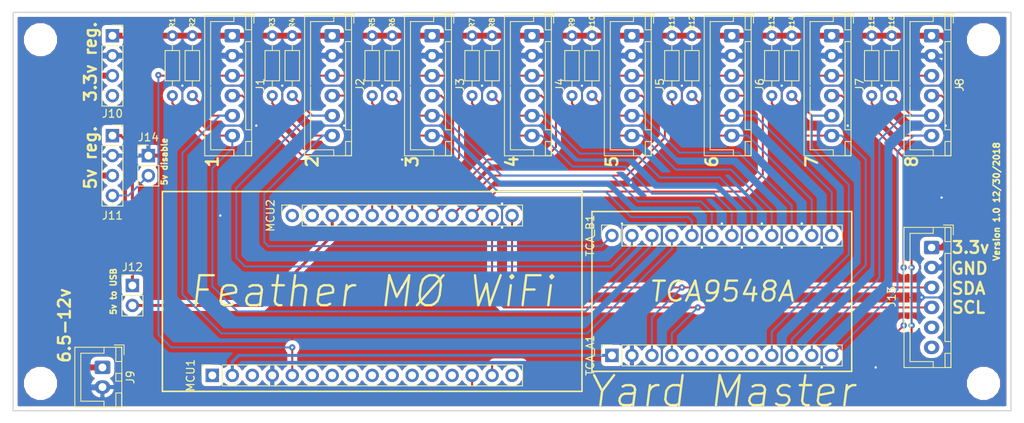
<source format=kicad_pcb>
(kicad_pcb (version 20171130) (host pcbnew 5.0.2-bee76a0~70~ubuntu16.04.1)

  (general
    (thickness 1.6)
    (drawings 33)
    (tracks 428)
    (zones 0)
    (modules 38)
    (nets 56)
  )

  (page USLetter)
  (title_block
    (title "Car Scanner")
    (rev 1.0)
  )

  (layers
    (0 F.Cu signal)
    (31 B.Cu signal)
    (32 B.Adhes user)
    (33 F.Adhes user)
    (36 B.SilkS user)
    (37 F.SilkS user)
    (38 B.Mask user)
    (39 F.Mask user)
    (41 Cmts.User user)
    (44 Edge.Cuts user)
    (45 Margin user)
    (46 B.CrtYd user)
    (47 F.CrtYd user)
    (48 B.Fab user)
    (49 F.Fab user)
  )

  (setup
    (last_trace_width 0.25)
    (user_trace_width 0.762)
    (trace_clearance 0.2)
    (zone_clearance 0.508)
    (zone_45_only no)
    (trace_min 0.2)
    (segment_width 0.2)
    (edge_width 0.15)
    (via_size 0.8)
    (via_drill 0.3)
    (via_min_size 0.508)
    (via_min_drill 0.3)
    (uvia_size 0.3)
    (uvia_drill 0.1)
    (uvias_allowed no)
    (uvia_min_size 0.2)
    (uvia_min_drill 0.1)
    (pcb_text_width 0.3)
    (pcb_text_size 1.5 1.5)
    (mod_edge_width 0.15)
    (mod_text_size 1 1)
    (mod_text_width 0.15)
    (pad_size 1.4 1.4)
    (pad_drill 0.7)
    (pad_to_mask_clearance 0.051)
    (solder_mask_min_width 0.25)
    (aux_axis_origin 0 0)
    (visible_elements FFFFFF7F)
    (pcbplotparams
      (layerselection 0x3f2f3_ffffffff)
      (usegerberextensions false)
      (usegerberattributes false)
      (usegerberadvancedattributes false)
      (creategerberjobfile false)
      (excludeedgelayer true)
      (linewidth 0.100000)
      (plotframeref false)
      (viasonmask false)
      (mode 1)
      (useauxorigin false)
      (hpglpennumber 1)
      (hpglpenspeed 20)
      (hpglpendiameter 15.000000)
      (psnegative false)
      (psa4output false)
      (plotreference true)
      (plotvalue true)
      (plotinvisibletext false)
      (padsonsilk false)
      (subtractmaskfromsilk false)
      (outputformat 4)
      (mirror false)
      (drillshape 2)
      (scaleselection 1)
      (outputdirectory ""))
  )

  (net 0 "")
  (net 1 "Net-(MCU1-Pad1)")
  (net 2 "Net-(MCU1-Pad3)")
  (net 3 "Net-(MCU1-Pad6)")
  (net 4 "Net-(MCU1-Pad7)")
  (net 5 "Net-(MCU1-Pad8)")
  (net 6 "Net-(MCU1-Pad9)")
  (net 7 "Net-(MCU1-Pad10)")
  (net 8 "Net-(MCU1-Pad11)")
  (net 9 "Net-(MCU1-Pad12)")
  (net 10 "Net-(MCU1-Pad13)")
  (net 11 "Net-(TCA_A1-Pad5)")
  (net 12 "Net-(TCA_A1-Pad6)")
  (net 13 "Net-(TCA_A1-Pad7)")
  (net 14 "Net-(TCA_A1-Pad8)")
  (net 15 +3V3)
  (net 16 GND)
  (net 17 "Net-(MCU2-Pad1)")
  (net 18 "Net-(MCU2-Pad2)")
  (net 19 +5V)
  (net 20 "Net-(MCU1-Pad16)")
  (net 21 /USB)
  (net 22 "Net-(MCU2-Pad4)")
  (net 23 +7.5V)
  (net 24 "Net-(J10-Pad4)")
  (net 25 /ENable_5v)
  (net 26 "Net-(J13-Pad5)")
  (net 27 "Net-(J13-Pad6)")
  (net 28 /SDA)
  (net 29 /SCL)
  (net 30 /3V3)
  (net 31 /SD0)
  (net 32 /SC0)
  (net 33 /SD1)
  (net 34 /SC1)
  (net 35 /SD3)
  (net 36 /SC2)
  (net 37 /SD2)
  (net 38 /SC3)
  (net 39 /SD4)
  (net 40 /SC4)
  (net 41 /SD5)
  (net 42 /SC5)
  (net 43 /SC7)
  (net 44 /SD7)
  (net 45 /SC6)
  (net 46 /SD6)
  (net 47 /TcaReset)
  (net 48 /IRQ0)
  (net 49 /IRQ1)
  (net 50 /IRQ7)
  (net 51 /IRQ6)
  (net 52 /IRQ5)
  (net 53 /IRQ4)
  (net 54 /IRQ3)
  (net 55 /IRQ2)

  (net_class Default "This is the default net class."
    (clearance 0.2)
    (trace_width 0.25)
    (via_dia 0.8)
    (via_drill 0.3)
    (uvia_dia 0.3)
    (uvia_drill 0.1)
    (add_net +3V3)
    (add_net +5V)
    (add_net +7.5V)
    (add_net /3V3)
    (add_net /ENable_5v)
    (add_net /IRQ0)
    (add_net /IRQ1)
    (add_net /IRQ2)
    (add_net /IRQ3)
    (add_net /IRQ4)
    (add_net /IRQ5)
    (add_net /IRQ6)
    (add_net /IRQ7)
    (add_net /SC0)
    (add_net /SC1)
    (add_net /SC2)
    (add_net /SC3)
    (add_net /SC4)
    (add_net /SC5)
    (add_net /SC6)
    (add_net /SC7)
    (add_net /SCL)
    (add_net /SD0)
    (add_net /SD1)
    (add_net /SD2)
    (add_net /SD3)
    (add_net /SD4)
    (add_net /SD5)
    (add_net /SD6)
    (add_net /SD7)
    (add_net /SDA)
    (add_net /TcaReset)
    (add_net /USB)
    (add_net GND)
    (add_net "Net-(J10-Pad4)")
    (add_net "Net-(J13-Pad5)")
    (add_net "Net-(J13-Pad6)")
    (add_net "Net-(MCU1-Pad1)")
    (add_net "Net-(MCU1-Pad10)")
    (add_net "Net-(MCU1-Pad11)")
    (add_net "Net-(MCU1-Pad12)")
    (add_net "Net-(MCU1-Pad13)")
    (add_net "Net-(MCU1-Pad16)")
    (add_net "Net-(MCU1-Pad3)")
    (add_net "Net-(MCU1-Pad6)")
    (add_net "Net-(MCU1-Pad7)")
    (add_net "Net-(MCU1-Pad8)")
    (add_net "Net-(MCU1-Pad9)")
    (add_net "Net-(MCU2-Pad1)")
    (add_net "Net-(MCU2-Pad2)")
    (add_net "Net-(MCU2-Pad4)")
    (add_net "Net-(TCA_A1-Pad5)")
    (add_net "Net-(TCA_A1-Pad6)")
    (add_net "Net-(TCA_A1-Pad7)")
    (add_net "Net-(TCA_A1-Pad8)")
  )

  (module Connector_JST:JST_XH_B02B-XH-A_1x02_P2.50mm_Vertical (layer F.Cu) (tedit 5B7754C5) (tstamp 5C2EAFA7)
    (at 36.83 70.612 270)
    (descr "JST XH series connector, B02B-XH-A (http://www.jst-mfg.com/product/pdf/eng/eXH.pdf), generated with kicad-footprint-generator")
    (tags "connector JST XH side entry")
    (path /5C57690B)
    (fp_text reference J9 (at 1.25 -3.55 270) (layer F.SilkS)
      (effects (font (size 1 1) (thickness 0.15)))
    )
    (fp_text value Conn_01x02 (at 1.25 4.6 270) (layer F.Fab)
      (effects (font (size 1 1) (thickness 0.15)))
    )
    (fp_line (start -2.45 -2.35) (end -2.45 3.4) (layer F.Fab) (width 0.1))
    (fp_line (start -2.45 3.4) (end 4.95 3.4) (layer F.Fab) (width 0.1))
    (fp_line (start 4.95 3.4) (end 4.95 -2.35) (layer F.Fab) (width 0.1))
    (fp_line (start 4.95 -2.35) (end -2.45 -2.35) (layer F.Fab) (width 0.1))
    (fp_line (start -2.56 -2.46) (end -2.56 3.51) (layer F.SilkS) (width 0.12))
    (fp_line (start -2.56 3.51) (end 5.06 3.51) (layer F.SilkS) (width 0.12))
    (fp_line (start 5.06 3.51) (end 5.06 -2.46) (layer F.SilkS) (width 0.12))
    (fp_line (start 5.06 -2.46) (end -2.56 -2.46) (layer F.SilkS) (width 0.12))
    (fp_line (start -2.95 -2.85) (end -2.95 3.9) (layer F.CrtYd) (width 0.05))
    (fp_line (start -2.95 3.9) (end 5.45 3.9) (layer F.CrtYd) (width 0.05))
    (fp_line (start 5.45 3.9) (end 5.45 -2.85) (layer F.CrtYd) (width 0.05))
    (fp_line (start 5.45 -2.85) (end -2.95 -2.85) (layer F.CrtYd) (width 0.05))
    (fp_line (start -0.625 -2.35) (end 0 -1.35) (layer F.Fab) (width 0.1))
    (fp_line (start 0 -1.35) (end 0.625 -2.35) (layer F.Fab) (width 0.1))
    (fp_line (start 0.75 -2.45) (end 0.75 -1.7) (layer F.SilkS) (width 0.12))
    (fp_line (start 0.75 -1.7) (end 1.75 -1.7) (layer F.SilkS) (width 0.12))
    (fp_line (start 1.75 -1.7) (end 1.75 -2.45) (layer F.SilkS) (width 0.12))
    (fp_line (start 1.75 -2.45) (end 0.75 -2.45) (layer F.SilkS) (width 0.12))
    (fp_line (start -2.55 -2.45) (end -2.55 -1.7) (layer F.SilkS) (width 0.12))
    (fp_line (start -2.55 -1.7) (end -0.75 -1.7) (layer F.SilkS) (width 0.12))
    (fp_line (start -0.75 -1.7) (end -0.75 -2.45) (layer F.SilkS) (width 0.12))
    (fp_line (start -0.75 -2.45) (end -2.55 -2.45) (layer F.SilkS) (width 0.12))
    (fp_line (start 3.25 -2.45) (end 3.25 -1.7) (layer F.SilkS) (width 0.12))
    (fp_line (start 3.25 -1.7) (end 5.05 -1.7) (layer F.SilkS) (width 0.12))
    (fp_line (start 5.05 -1.7) (end 5.05 -2.45) (layer F.SilkS) (width 0.12))
    (fp_line (start 5.05 -2.45) (end 3.25 -2.45) (layer F.SilkS) (width 0.12))
    (fp_line (start -2.55 -0.2) (end -1.8 -0.2) (layer F.SilkS) (width 0.12))
    (fp_line (start -1.8 -0.2) (end -1.8 2.75) (layer F.SilkS) (width 0.12))
    (fp_line (start -1.8 2.75) (end 1.25 2.75) (layer F.SilkS) (width 0.12))
    (fp_line (start 5.05 -0.2) (end 4.3 -0.2) (layer F.SilkS) (width 0.12))
    (fp_line (start 4.3 -0.2) (end 4.3 2.75) (layer F.SilkS) (width 0.12))
    (fp_line (start 4.3 2.75) (end 1.25 2.75) (layer F.SilkS) (width 0.12))
    (fp_line (start -1.6 -2.75) (end -2.85 -2.75) (layer F.SilkS) (width 0.12))
    (fp_line (start -2.85 -2.75) (end -2.85 -1.5) (layer F.SilkS) (width 0.12))
    (fp_text user %R (at 1.25 2.7 270) (layer F.Fab)
      (effects (font (size 1 1) (thickness 0.15)))
    )
    (pad 1 thru_hole roundrect (at 0 0 270) (size 1.7 2) (drill 1) (layers *.Cu *.Mask) (roundrect_rratio 0.147059)
      (net 23 +7.5V))
    (pad 2 thru_hole oval (at 2.5 0 270) (size 1.7 2) (drill 1) (layers *.Cu *.Mask)
      (net 16 GND))
    (model ${KISYS3DMOD}/Connector_JST.3dshapes/JST_XH_B02B-XH-A_1x02_P2.50mm_Vertical.wrl
      (at (xyz 0 0 0))
      (scale (xyz 1 1 1))
      (rotate (xyz 0 0 0))
    )
  )

  (module Resistor_THT:R_Axial_DIN0204_L3.6mm_D1.6mm_P7.62mm_Horizontal (layer F.Cu) (tedit 5C2BA524) (tstamp 5C2EAC06)
    (at 134.62 28.448 270)
    (descr "Resistor, Axial_DIN0204 series, Axial, Horizontal, pin pitch=7.62mm, 0.167W, length*diameter=3.6*1.6mm^2, http://cdn-reichelt.de/documents/datenblatt/B400/1_4W%23YAG.pdf")
    (tags "Resistor Axial_DIN0204 series Axial Horizontal pin pitch 7.62mm 0.167W length 3.6mm diameter 1.6mm")
    (path /5C2B3531)
    (fp_text reference R15 (at -1.651 0 270) (layer F.SilkS)
      (effects (font (size 0.635 0.635) (thickness 0.15)))
    )
    (fp_text value 1.5k (at 3.81 1.92 270) (layer F.Fab)
      (effects (font (size 1 1) (thickness 0.15)))
    )
    (fp_line (start 2.01 -0.8) (end 2.01 0.8) (layer F.Fab) (width 0.1))
    (fp_line (start 2.01 0.8) (end 5.61 0.8) (layer F.Fab) (width 0.1))
    (fp_line (start 5.61 0.8) (end 5.61 -0.8) (layer F.Fab) (width 0.1))
    (fp_line (start 5.61 -0.8) (end 2.01 -0.8) (layer F.Fab) (width 0.1))
    (fp_line (start 0 0) (end 2.01 0) (layer F.Fab) (width 0.1))
    (fp_line (start 7.62 0) (end 5.61 0) (layer F.Fab) (width 0.1))
    (fp_line (start 1.89 -0.92) (end 1.89 0.92) (layer F.SilkS) (width 0.12))
    (fp_line (start 1.89 0.92) (end 5.73 0.92) (layer F.SilkS) (width 0.12))
    (fp_line (start 5.73 0.92) (end 5.73 -0.92) (layer F.SilkS) (width 0.12))
    (fp_line (start 5.73 -0.92) (end 1.89 -0.92) (layer F.SilkS) (width 0.12))
    (fp_line (start 0.94 0) (end 1.89 0) (layer F.SilkS) (width 0.12))
    (fp_line (start 6.68 0) (end 5.73 0) (layer F.SilkS) (width 0.12))
    (fp_line (start -0.95 -1.05) (end -0.95 1.05) (layer F.CrtYd) (width 0.05))
    (fp_line (start -0.95 1.05) (end 8.57 1.05) (layer F.CrtYd) (width 0.05))
    (fp_line (start 8.57 1.05) (end 8.57 -1.05) (layer F.CrtYd) (width 0.05))
    (fp_line (start 8.57 -1.05) (end -0.95 -1.05) (layer F.CrtYd) (width 0.05))
    (fp_text user %R (at 3.81 0 270) (layer F.Fab)
      (effects (font (size 0.72 0.72) (thickness 0.108)))
    )
    (pad 1 thru_hole circle (at 0 0 270) (size 1.4 1.4) (drill 0.7) (layers *.Cu *.Mask)
      (net 15 +3V3))
    (pad 2 thru_hole oval (at 7.62 0 270) (size 1.4 1.4) (drill 0.7) (layers *.Cu *.Mask)
      (net 34 /SC1))
    (model ${KISYS3DMOD}/Resistor_THT.3dshapes/R_Axial_DIN0204_L3.6mm_D1.6mm_P7.62mm_Horizontal.wrl
      (at (xyz 0 0 0))
      (scale (xyz 1 1 1))
      (rotate (xyz 0 0 0))
    )
  )

  (module Connector_JST:JST_XHP_B06B-XH-A_1x06_P2.54mm_Vertical (layer F.Cu) (tedit 5C28336D) (tstamp 5C2AAC78)
    (at 104.14 28.448 270)
    (descr "JST XH series connector, B06B-XH-A (http://www.jst-mfg.com/product/pdf/eng/eXH.pdf), generated with kicad-footprint-generator")
    (tags "connector JST XH side entry")
    (path /5C1D4921)
    (fp_text reference J5 (at 6.25 -3.55 270) (layer F.SilkS)
      (effects (font (size 1 1) (thickness 0.15)))
    )
    (fp_text value Conn_01x06 (at 6.25 4.6 270) (layer F.Fab)
      (effects (font (size 1 1) (thickness 0.15)))
    )
    (fp_line (start -2.45 -2.35) (end -2.45 3.4) (layer F.Fab) (width 0.1))
    (fp_line (start -2.45 3.4) (end 15.1532 3.4) (layer F.Fab) (width 0.1))
    (fp_line (start 15.1532 3.4) (end 15.1532 -2.35) (layer F.Fab) (width 0.1))
    (fp_line (start 15.1532 -2.35) (end -2.45 -2.35) (layer F.Fab) (width 0.1))
    (fp_line (start -2.56 -2.46) (end -2.56 3.51) (layer F.SilkS) (width 0.12))
    (fp_line (start -2.56 3.51) (end 15.2632 3.51) (layer F.SilkS) (width 0.12))
    (fp_line (start 15.2632 3.51) (end 15.2632 -2.46) (layer F.SilkS) (width 0.12))
    (fp_line (start 15.263198 -2.46) (end -2.56 -2.46) (layer F.SilkS) (width 0.12))
    (fp_line (start -2.95 -2.85) (end -2.95 3.9) (layer F.CrtYd) (width 0.05))
    (fp_line (start -2.95 3.9) (end 15.6532 3.9) (layer F.CrtYd) (width 0.05))
    (fp_line (start 15.6532 3.9) (end 15.6532 -2.85) (layer F.CrtYd) (width 0.05))
    (fp_line (start 15.6532 -2.85) (end -2.95 -2.85) (layer F.CrtYd) (width 0.05))
    (fp_line (start -0.625 -2.35) (end 0 -1.35) (layer F.Fab) (width 0.1))
    (fp_line (start 0 -1.35) (end 0.625 -2.35) (layer F.Fab) (width 0.1))
    (fp_line (start 0.75 -2.45) (end 0.75 -1.7) (layer F.SilkS) (width 0.12))
    (fp_line (start 0.75 -1.7) (end 11.953199 -1.7) (layer F.SilkS) (width 0.12))
    (fp_line (start 11.9532 -1.7) (end 11.9532 -2.45) (layer F.SilkS) (width 0.12))
    (fp_line (start 11.75 -2.45) (end 0.75 -2.45) (layer F.SilkS) (width 0.12))
    (fp_line (start -2.55 -2.45) (end -2.55 -1.7) (layer F.SilkS) (width 0.12))
    (fp_line (start -2.55 -1.7) (end -0.75 -1.7) (layer F.SilkS) (width 0.12))
    (fp_line (start -0.75 -1.7) (end -0.75 -2.45) (layer F.SilkS) (width 0.12))
    (fp_line (start -0.75 -2.45) (end -2.55 -2.45) (layer F.SilkS) (width 0.12))
    (fp_line (start 13.4532 -2.45) (end 13.4532 -1.7) (layer F.SilkS) (width 0.12))
    (fp_line (start 13.4532 -1.7) (end 15.2532 -1.7) (layer F.SilkS) (width 0.12))
    (fp_line (start 15.2532 -1.7) (end 15.2532 -2.45) (layer F.SilkS) (width 0.12))
    (fp_line (start 15.2532 -2.45) (end 13.4532 -2.45) (layer F.SilkS) (width 0.12))
    (fp_line (start -2.55 -0.2) (end -1.8 -0.2) (layer F.SilkS) (width 0.12))
    (fp_line (start -1.8 -0.2) (end -1.8 2.75) (layer F.SilkS) (width 0.12))
    (fp_line (start -1.8 2.75) (end 6.25 2.75) (layer F.SilkS) (width 0.12))
    (fp_line (start 15.2532 -0.2) (end 14.5032 -0.2) (layer F.SilkS) (width 0.12))
    (fp_line (start 14.5032 -0.2) (end 14.5032 2.75) (layer F.SilkS) (width 0.12))
    (fp_line (start 14.5032 2.75) (end 6.4532 2.75) (layer F.SilkS) (width 0.12))
    (fp_line (start -1.6 -2.75) (end -2.85 -2.75) (layer F.SilkS) (width 0.12))
    (fp_line (start -2.85 -2.75) (end -2.85 -1.5) (layer F.SilkS) (width 0.12))
    (fp_text user %R (at 6.25 2.7 270) (layer F.Fab)
      (effects (font (size 1 1) (thickness 0.15)))
    )
    (pad 1 thru_hole roundrect (at 0 0 270) (size 1.7 1.95) (drill 0.95) (layers *.Cu *.Mask) (roundrect_rratio 0.147059)
      (net 15 +3V3))
    (pad 2 thru_hole oval (at 2.54064 0 270) (size 1.7 1.95) (drill 0.95) (layers *.Cu *.Mask)
      (net 16 GND))
    (pad 3 thru_hole oval (at 5.08 0 270) (size 1.7 1.95) (drill 0.95) (layers *.Cu *.Mask)
      (net 47 /TcaReset))
    (pad 4 thru_hole oval (at 7.62 0 270) (size 1.7 1.95) (drill 0.95) (layers *.Cu *.Mask)
      (net 54 /IRQ3))
    (pad 5 thru_hole oval (at 10.16 0 270) (size 1.7 1.95) (drill 0.95) (layers *.Cu *.Mask)
      (net 35 /SD3))
    (pad 6 thru_hole oval (at 12.7 0 270) (size 1.7 1.95) (drill 0.95) (layers *.Cu *.Mask)
      (net 38 /SC3))
    (model ${KISYS3DMOD}/Connector_JST.3dshapes/JST_XH_B06B-XH-A_1x06_P2.50mm_Vertical.wrl
      (at (xyz 0 0 0))
      (scale (xyz 1 1 1))
      (rotate (xyz 0 0 0))
    )
  )

  (module Connector_JST:JST_XHP_B06B-XH-A_1x06_P2.54mm_Vertical (layer F.Cu) (tedit 5C2A843D) (tstamp 5C2A9ED1)
    (at 53.34 28.448 270)
    (descr "JST XH series connector, B06B-XH-A (http://www.jst-mfg.com/product/pdf/eng/eXH.pdf), generated with kicad-footprint-generator")
    (tags "connector JST XH side entry")
    (path /5C1D2064)
    (fp_text reference J1 (at 6.25 -3.55 270) (layer F.SilkS)
      (effects (font (size 1 1) (thickness 0.15)))
    )
    (fp_text value Conn_01x06 (at 6.25 4.6 270) (layer F.Fab)
      (effects (font (size 1 1) (thickness 0.15)))
    )
    (fp_line (start -2.45 -2.35) (end -2.45 3.4) (layer F.Fab) (width 0.1))
    (fp_line (start -2.45 3.4) (end 15.1532 3.4) (layer F.Fab) (width 0.1))
    (fp_line (start 15.1532 3.4) (end 15.1532 -2.35) (layer F.Fab) (width 0.1))
    (fp_line (start 15.1532 -2.35) (end -2.45 -2.35) (layer F.Fab) (width 0.1))
    (fp_line (start -2.56 -2.46) (end -2.56 3.51) (layer F.SilkS) (width 0.12))
    (fp_line (start -2.56 3.51) (end 15.2632 3.51) (layer F.SilkS) (width 0.12))
    (fp_line (start 15.2632 3.51) (end 15.2632 -2.46) (layer F.SilkS) (width 0.12))
    (fp_line (start 15.263198 -2.46) (end -2.56 -2.46) (layer F.SilkS) (width 0.12))
    (fp_line (start -2.95 -2.85) (end -2.95 3.9) (layer F.CrtYd) (width 0.05))
    (fp_line (start -2.95 3.9) (end 15.6532 3.9) (layer F.CrtYd) (width 0.05))
    (fp_line (start 15.6532 3.9) (end 15.6532 -2.85) (layer F.CrtYd) (width 0.05))
    (fp_line (start 15.6532 -2.85) (end -2.95 -2.85) (layer F.CrtYd) (width 0.05))
    (fp_line (start -0.625 -2.35) (end 0 -1.35) (layer F.Fab) (width 0.1))
    (fp_line (start 0 -1.35) (end 0.625 -2.35) (layer F.Fab) (width 0.1))
    (fp_line (start 0.75 -2.45) (end 0.75 -1.7) (layer F.SilkS) (width 0.12))
    (fp_line (start 0.75 -1.7) (end 11.953199 -1.7) (layer F.SilkS) (width 0.12))
    (fp_line (start 11.9532 -1.7) (end 11.9532 -2.45) (layer F.SilkS) (width 0.12))
    (fp_line (start 11.75 -2.45) (end 0.75 -2.45) (layer F.SilkS) (width 0.12))
    (fp_line (start -2.55 -2.45) (end -2.55 -1.7) (layer F.SilkS) (width 0.12))
    (fp_line (start -2.55 -1.7) (end -0.75 -1.7) (layer F.SilkS) (width 0.12))
    (fp_line (start -0.75 -1.7) (end -0.75 -2.45) (layer F.SilkS) (width 0.12))
    (fp_line (start -0.75 -2.45) (end -2.55 -2.45) (layer F.SilkS) (width 0.12))
    (fp_line (start 13.4532 -2.45) (end 13.4532 -1.7) (layer F.SilkS) (width 0.12))
    (fp_line (start 13.4532 -1.7) (end 15.2532 -1.7) (layer F.SilkS) (width 0.12))
    (fp_line (start 15.2532 -1.7) (end 15.2532 -2.45) (layer F.SilkS) (width 0.12))
    (fp_line (start 15.2532 -2.45) (end 13.4532 -2.45) (layer F.SilkS) (width 0.12))
    (fp_line (start -2.55 -0.2) (end -1.8 -0.2) (layer F.SilkS) (width 0.12))
    (fp_line (start -1.8 -0.2) (end -1.8 2.75) (layer F.SilkS) (width 0.12))
    (fp_line (start -1.8 2.75) (end 6.25 2.75) (layer F.SilkS) (width 0.12))
    (fp_line (start 15.2532 -0.2) (end 14.5032 -0.2) (layer F.SilkS) (width 0.12))
    (fp_line (start 14.5032 -0.2) (end 14.5032 2.75) (layer F.SilkS) (width 0.12))
    (fp_line (start 14.5032 2.75) (end 6.4532 2.75) (layer F.SilkS) (width 0.12))
    (fp_line (start -1.6 -2.75) (end -2.85 -2.75) (layer F.SilkS) (width 0.12))
    (fp_line (start -2.85 -2.75) (end -2.85 -1.5) (layer F.SilkS) (width 0.12))
    (fp_text user %R (at 6.25 2.7 270) (layer F.Fab)
      (effects (font (size 1 1) (thickness 0.15)))
    )
    (pad 1 thru_hole roundrect (at 0 0 270) (size 1.7 1.95) (drill 0.95) (layers *.Cu *.Mask) (roundrect_rratio 0.147059)
      (net 15 +3V3))
    (pad 2 thru_hole oval (at 2.54064 0 270) (size 1.7 1.95) (drill 0.95) (layers *.Cu *.Mask)
      (net 16 GND))
    (pad 3 thru_hole oval (at 5.08 0 270) (size 1.7 1.95) (drill 0.95) (layers *.Cu *.Mask)
      (net 47 /TcaReset))
    (pad 4 thru_hole oval (at 7.62 0 270) (size 1.7 1.95) (drill 0.95) (layers *.Cu *.Mask)
      (net 51 /IRQ6))
    (pad 5 thru_hole oval (at 10.16 0 270) (size 1.7 1.95) (drill 0.95) (layers *.Cu *.Mask)
      (net 46 /SD6))
    (pad 6 thru_hole oval (at 12.7 0 270) (size 1.7 1.95) (drill 0.95) (layers *.Cu *.Mask)
      (net 45 /SC6))
    (model ${KISYS3DMOD}/Connector_JST.3dshapes/JST_XH_B06B-XH-A_1x06_P2.50mm_Vertical.wrl
      (at (xyz 0 0 0))
      (scale (xyz 1 1 1))
      (rotate (xyz 0 0 0))
    )
  )

  (module Connector_JST:JST_XHP_B06B-XH-A_1x06_P2.54mm_Vertical (layer F.Cu) (tedit 5C2A8424) (tstamp 5C2AA0F6)
    (at 66.04 28.448 270)
    (descr "JST XH series connector, B06B-XH-A (http://www.jst-mfg.com/product/pdf/eng/eXH.pdf), generated with kicad-footprint-generator")
    (tags "connector JST XH side entry")
    (path /5C1D3ED2)
    (fp_text reference J2 (at 6.25 -3.55 270) (layer F.SilkS)
      (effects (font (size 1 1) (thickness 0.15)))
    )
    (fp_text value Conn_01x06 (at 6.25 4.6 270) (layer F.Fab)
      (effects (font (size 1 1) (thickness 0.15)))
    )
    (fp_line (start -2.45 -2.35) (end -2.45 3.4) (layer F.Fab) (width 0.1))
    (fp_line (start -2.45 3.4) (end 15.1532 3.4) (layer F.Fab) (width 0.1))
    (fp_line (start 15.1532 3.4) (end 15.1532 -2.35) (layer F.Fab) (width 0.1))
    (fp_line (start 15.1532 -2.35) (end -2.45 -2.35) (layer F.Fab) (width 0.1))
    (fp_line (start -2.56 -2.46) (end -2.56 3.51) (layer F.SilkS) (width 0.12))
    (fp_line (start -2.56 3.51) (end 15.2632 3.51) (layer F.SilkS) (width 0.12))
    (fp_line (start 15.2632 3.51) (end 15.2632 -2.46) (layer F.SilkS) (width 0.12))
    (fp_line (start 15.263198 -2.46) (end -2.56 -2.46) (layer F.SilkS) (width 0.12))
    (fp_line (start -2.95 -2.85) (end -2.95 3.9) (layer F.CrtYd) (width 0.05))
    (fp_line (start -2.95 3.9) (end 15.6532 3.9) (layer F.CrtYd) (width 0.05))
    (fp_line (start 15.6532 3.9) (end 15.6532 -2.85) (layer F.CrtYd) (width 0.05))
    (fp_line (start 15.6532 -2.85) (end -2.95 -2.85) (layer F.CrtYd) (width 0.05))
    (fp_line (start -0.625 -2.35) (end 0 -1.35) (layer F.Fab) (width 0.1))
    (fp_line (start 0 -1.35) (end 0.625 -2.35) (layer F.Fab) (width 0.1))
    (fp_line (start 0.75 -2.45) (end 0.75 -1.7) (layer F.SilkS) (width 0.12))
    (fp_line (start 0.75 -1.7) (end 11.953199 -1.7) (layer F.SilkS) (width 0.12))
    (fp_line (start 11.9532 -1.7) (end 11.9532 -2.45) (layer F.SilkS) (width 0.12))
    (fp_line (start 11.75 -2.45) (end 0.75 -2.45) (layer F.SilkS) (width 0.12))
    (fp_line (start -2.55 -2.45) (end -2.55 -1.7) (layer F.SilkS) (width 0.12))
    (fp_line (start -2.55 -1.7) (end -0.75 -1.7) (layer F.SilkS) (width 0.12))
    (fp_line (start -0.75 -1.7) (end -0.75 -2.45) (layer F.SilkS) (width 0.12))
    (fp_line (start -0.75 -2.45) (end -2.55 -2.45) (layer F.SilkS) (width 0.12))
    (fp_line (start 13.4532 -2.45) (end 13.4532 -1.7) (layer F.SilkS) (width 0.12))
    (fp_line (start 13.4532 -1.7) (end 15.2532 -1.7) (layer F.SilkS) (width 0.12))
    (fp_line (start 15.2532 -1.7) (end 15.2532 -2.45) (layer F.SilkS) (width 0.12))
    (fp_line (start 15.2532 -2.45) (end 13.4532 -2.45) (layer F.SilkS) (width 0.12))
    (fp_line (start -2.55 -0.2) (end -1.8 -0.2) (layer F.SilkS) (width 0.12))
    (fp_line (start -1.8 -0.2) (end -1.8 2.75) (layer F.SilkS) (width 0.12))
    (fp_line (start -1.8 2.75) (end 6.25 2.75) (layer F.SilkS) (width 0.12))
    (fp_line (start 15.2532 -0.2) (end 14.5032 -0.2) (layer F.SilkS) (width 0.12))
    (fp_line (start 14.5032 -0.2) (end 14.5032 2.75) (layer F.SilkS) (width 0.12))
    (fp_line (start 14.5032 2.75) (end 6.4532 2.75) (layer F.SilkS) (width 0.12))
    (fp_line (start -1.6 -2.75) (end -2.85 -2.75) (layer F.SilkS) (width 0.12))
    (fp_line (start -2.85 -2.75) (end -2.85 -1.5) (layer F.SilkS) (width 0.12))
    (fp_text user %R (at 6.25 2.7 270) (layer F.Fab)
      (effects (font (size 1 1) (thickness 0.15)))
    )
    (pad 1 thru_hole roundrect (at 0 0 270) (size 1.7 1.95) (drill 0.95) (layers *.Cu *.Mask) (roundrect_rratio 0.147059)
      (net 15 +3V3))
    (pad 2 thru_hole oval (at 2.54064 0 270) (size 1.7 1.95) (drill 0.95) (layers *.Cu *.Mask)
      (net 16 GND))
    (pad 3 thru_hole oval (at 5.08 0 270) (size 1.7 1.95) (drill 0.95) (layers *.Cu *.Mask)
      (net 47 /TcaReset))
    (pad 4 thru_hole oval (at 7.62 0 270) (size 1.7 1.95) (drill 0.95) (layers *.Cu *.Mask)
      (net 50 /IRQ7))
    (pad 5 thru_hole oval (at 10.16 0 270) (size 1.7 1.95) (drill 0.95) (layers *.Cu *.Mask)
      (net 44 /SD7))
    (pad 6 thru_hole oval (at 12.7 0 270) (size 1.7 1.95) (drill 0.95) (layers *.Cu *.Mask)
      (net 43 /SC7))
    (model ${KISYS3DMOD}/Connector_JST.3dshapes/JST_XH_B06B-XH-A_1x06_P2.50mm_Vertical.wrl
      (at (xyz 0 0 0))
      (scale (xyz 1 1 1))
      (rotate (xyz 0 0 0))
    )
  )

  (module Connector_JST:JST_XHP_B06B-XH-A_1x06_P2.54mm_Vertical (layer F.Cu) (tedit 5C28336D) (tstamp 5C2A9F76)
    (at 142.24 55.372 270)
    (descr "JST XH series connector, B06B-XH-A (http://www.jst-mfg.com/product/pdf/eng/eXH.pdf), generated with kicad-footprint-generator")
    (tags "connector JST XH side entry")
    (path /5C8B3B9E)
    (fp_text reference J13 (at 6.25 5.08 270) (layer F.SilkS)
      (effects (font (size 1 1) (thickness 0.15)))
    )
    (fp_text value Conn_01x06 (at 6.25 4.6 270) (layer F.Fab)
      (effects (font (size 1 1) (thickness 0.15)))
    )
    (fp_line (start -2.45 -2.35) (end -2.45 3.4) (layer F.Fab) (width 0.1))
    (fp_line (start -2.45 3.4) (end 15.1532 3.4) (layer F.Fab) (width 0.1))
    (fp_line (start 15.1532 3.4) (end 15.1532 -2.35) (layer F.Fab) (width 0.1))
    (fp_line (start 15.1532 -2.35) (end -2.45 -2.35) (layer F.Fab) (width 0.1))
    (fp_line (start -2.56 -2.46) (end -2.56 3.51) (layer F.SilkS) (width 0.12))
    (fp_line (start -2.56 3.51) (end 15.2632 3.51) (layer F.SilkS) (width 0.12))
    (fp_line (start 15.2632 3.51) (end 15.2632 -2.46) (layer F.SilkS) (width 0.12))
    (fp_line (start 15.263198 -2.46) (end -2.56 -2.46) (layer F.SilkS) (width 0.12))
    (fp_line (start -2.95 -2.85) (end -2.95 3.9) (layer F.CrtYd) (width 0.05))
    (fp_line (start -2.95 3.9) (end 15.6532 3.9) (layer F.CrtYd) (width 0.05))
    (fp_line (start 15.6532 3.9) (end 15.6532 -2.85) (layer F.CrtYd) (width 0.05))
    (fp_line (start 15.6532 -2.85) (end -2.95 -2.85) (layer F.CrtYd) (width 0.05))
    (fp_line (start -0.625 -2.35) (end 0 -1.35) (layer F.Fab) (width 0.1))
    (fp_line (start 0 -1.35) (end 0.625 -2.35) (layer F.Fab) (width 0.1))
    (fp_line (start 0.75 -2.45) (end 0.75 -1.7) (layer F.SilkS) (width 0.12))
    (fp_line (start 0.75 -1.7) (end 11.953199 -1.7) (layer F.SilkS) (width 0.12))
    (fp_line (start 11.9532 -1.7) (end 11.9532 -2.45) (layer F.SilkS) (width 0.12))
    (fp_line (start 11.75 -2.45) (end 0.75 -2.45) (layer F.SilkS) (width 0.12))
    (fp_line (start -2.55 -2.45) (end -2.55 -1.7) (layer F.SilkS) (width 0.12))
    (fp_line (start -2.55 -1.7) (end -0.75 -1.7) (layer F.SilkS) (width 0.12))
    (fp_line (start -0.75 -1.7) (end -0.75 -2.45) (layer F.SilkS) (width 0.12))
    (fp_line (start -0.75 -2.45) (end -2.55 -2.45) (layer F.SilkS) (width 0.12))
    (fp_line (start 13.4532 -2.45) (end 13.4532 -1.7) (layer F.SilkS) (width 0.12))
    (fp_line (start 13.4532 -1.7) (end 15.2532 -1.7) (layer F.SilkS) (width 0.12))
    (fp_line (start 15.2532 -1.7) (end 15.2532 -2.45) (layer F.SilkS) (width 0.12))
    (fp_line (start 15.2532 -2.45) (end 13.4532 -2.45) (layer F.SilkS) (width 0.12))
    (fp_line (start -2.55 -0.2) (end -1.8 -0.2) (layer F.SilkS) (width 0.12))
    (fp_line (start -1.8 -0.2) (end -1.8 2.75) (layer F.SilkS) (width 0.12))
    (fp_line (start -1.8 2.75) (end 6.25 2.75) (layer F.SilkS) (width 0.12))
    (fp_line (start 15.2532 -0.2) (end 14.5032 -0.2) (layer F.SilkS) (width 0.12))
    (fp_line (start 14.5032 -0.2) (end 14.5032 2.75) (layer F.SilkS) (width 0.12))
    (fp_line (start 14.5032 2.75) (end 6.4532 2.75) (layer F.SilkS) (width 0.12))
    (fp_line (start -1.6 -2.75) (end -2.85 -2.75) (layer F.SilkS) (width 0.12))
    (fp_line (start -2.85 -2.75) (end -2.85 -1.5) (layer F.SilkS) (width 0.12))
    (fp_text user %R (at 6.25 2.7 270) (layer F.Fab)
      (effects (font (size 1 1) (thickness 0.15)))
    )
    (pad 1 thru_hole roundrect (at 0 0 270) (size 1.7 1.95) (drill 0.95) (layers *.Cu *.Mask) (roundrect_rratio 0.147059)
      (net 15 +3V3))
    (pad 2 thru_hole oval (at 2.54064 0 270) (size 1.7 1.95) (drill 0.95) (layers *.Cu *.Mask)
      (net 16 GND))
    (pad 3 thru_hole oval (at 5.08 0 270) (size 1.7 1.95) (drill 0.95) (layers *.Cu *.Mask)
      (net 28 /SDA))
    (pad 4 thru_hole oval (at 7.62 0 270) (size 1.7 1.95) (drill 0.95) (layers *.Cu *.Mask)
      (net 29 /SCL))
    (pad 5 thru_hole oval (at 10.16 0 270) (size 1.7 1.95) (drill 0.95) (layers *.Cu *.Mask)
      (net 26 "Net-(J13-Pad5)"))
    (pad 6 thru_hole oval (at 12.7 0 270) (size 1.7 1.95) (drill 0.95) (layers *.Cu *.Mask)
      (net 27 "Net-(J13-Pad6)"))
    (model ${KISYS3DMOD}/Connector_JST.3dshapes/JST_XH_B06B-XH-A_1x06_P2.50mm_Vertical.wrl
      (at (xyz 0 0 0))
      (scale (xyz 1 1 1))
      (rotate (xyz 0 0 0))
    )
  )

  (module Connector_JST:JST_XHP_B06B-XH-A_1x06_P2.54mm_Vertical (layer F.Cu) (tedit 5C28336D) (tstamp 5C2AA072)
    (at 91.44 28.448 270)
    (descr "JST XH series connector, B06B-XH-A (http://www.jst-mfg.com/product/pdf/eng/eXH.pdf), generated with kicad-footprint-generator")
    (tags "connector JST XH side entry")
    (path /5C1D48DA)
    (fp_text reference J4 (at 6.25 -3.55 270) (layer F.SilkS)
      (effects (font (size 1 1) (thickness 0.15)))
    )
    (fp_text value Conn_01x06 (at 6.25 4.6 270) (layer F.Fab)
      (effects (font (size 1 1) (thickness 0.15)))
    )
    (fp_line (start -2.45 -2.35) (end -2.45 3.4) (layer F.Fab) (width 0.1))
    (fp_line (start -2.45 3.4) (end 15.1532 3.4) (layer F.Fab) (width 0.1))
    (fp_line (start 15.1532 3.4) (end 15.1532 -2.35) (layer F.Fab) (width 0.1))
    (fp_line (start 15.1532 -2.35) (end -2.45 -2.35) (layer F.Fab) (width 0.1))
    (fp_line (start -2.56 -2.46) (end -2.56 3.51) (layer F.SilkS) (width 0.12))
    (fp_line (start -2.56 3.51) (end 15.2632 3.51) (layer F.SilkS) (width 0.12))
    (fp_line (start 15.2632 3.51) (end 15.2632 -2.46) (layer F.SilkS) (width 0.12))
    (fp_line (start 15.263198 -2.46) (end -2.56 -2.46) (layer F.SilkS) (width 0.12))
    (fp_line (start -2.95 -2.85) (end -2.95 3.9) (layer F.CrtYd) (width 0.05))
    (fp_line (start -2.95 3.9) (end 15.6532 3.9) (layer F.CrtYd) (width 0.05))
    (fp_line (start 15.6532 3.9) (end 15.6532 -2.85) (layer F.CrtYd) (width 0.05))
    (fp_line (start 15.6532 -2.85) (end -2.95 -2.85) (layer F.CrtYd) (width 0.05))
    (fp_line (start -0.625 -2.35) (end 0 -1.35) (layer F.Fab) (width 0.1))
    (fp_line (start 0 -1.35) (end 0.625 -2.35) (layer F.Fab) (width 0.1))
    (fp_line (start 0.75 -2.45) (end 0.75 -1.7) (layer F.SilkS) (width 0.12))
    (fp_line (start 0.75 -1.7) (end 11.953199 -1.7) (layer F.SilkS) (width 0.12))
    (fp_line (start 11.9532 -1.7) (end 11.9532 -2.45) (layer F.SilkS) (width 0.12))
    (fp_line (start 11.75 -2.45) (end 0.75 -2.45) (layer F.SilkS) (width 0.12))
    (fp_line (start -2.55 -2.45) (end -2.55 -1.7) (layer F.SilkS) (width 0.12))
    (fp_line (start -2.55 -1.7) (end -0.75 -1.7) (layer F.SilkS) (width 0.12))
    (fp_line (start -0.75 -1.7) (end -0.75 -2.45) (layer F.SilkS) (width 0.12))
    (fp_line (start -0.75 -2.45) (end -2.55 -2.45) (layer F.SilkS) (width 0.12))
    (fp_line (start 13.4532 -2.45) (end 13.4532 -1.7) (layer F.SilkS) (width 0.12))
    (fp_line (start 13.4532 -1.7) (end 15.2532 -1.7) (layer F.SilkS) (width 0.12))
    (fp_line (start 15.2532 -1.7) (end 15.2532 -2.45) (layer F.SilkS) (width 0.12))
    (fp_line (start 15.2532 -2.45) (end 13.4532 -2.45) (layer F.SilkS) (width 0.12))
    (fp_line (start -2.55 -0.2) (end -1.8 -0.2) (layer F.SilkS) (width 0.12))
    (fp_line (start -1.8 -0.2) (end -1.8 2.75) (layer F.SilkS) (width 0.12))
    (fp_line (start -1.8 2.75) (end 6.25 2.75) (layer F.SilkS) (width 0.12))
    (fp_line (start 15.2532 -0.2) (end 14.5032 -0.2) (layer F.SilkS) (width 0.12))
    (fp_line (start 14.5032 -0.2) (end 14.5032 2.75) (layer F.SilkS) (width 0.12))
    (fp_line (start 14.5032 2.75) (end 6.4532 2.75) (layer F.SilkS) (width 0.12))
    (fp_line (start -1.6 -2.75) (end -2.85 -2.75) (layer F.SilkS) (width 0.12))
    (fp_line (start -2.85 -2.75) (end -2.85 -1.5) (layer F.SilkS) (width 0.12))
    (fp_text user %R (at 6.25 2.7 270) (layer F.Fab)
      (effects (font (size 1 1) (thickness 0.15)))
    )
    (pad 1 thru_hole roundrect (at 0 0 270) (size 1.7 1.95) (drill 0.95) (layers *.Cu *.Mask) (roundrect_rratio 0.147059)
      (net 15 +3V3))
    (pad 2 thru_hole oval (at 2.54064 0 270) (size 1.7 1.95) (drill 0.95) (layers *.Cu *.Mask)
      (net 16 GND))
    (pad 3 thru_hole oval (at 5.08 0 270) (size 1.7 1.95) (drill 0.95) (layers *.Cu *.Mask)
      (net 47 /TcaReset))
    (pad 4 thru_hole oval (at 7.62 0 270) (size 1.7 1.95) (drill 0.95) (layers *.Cu *.Mask)
      (net 53 /IRQ4))
    (pad 5 thru_hole oval (at 10.16 0 270) (size 1.7 1.95) (drill 0.95) (layers *.Cu *.Mask)
      (net 39 /SD4))
    (pad 6 thru_hole oval (at 12.7 0 270) (size 1.7 1.95) (drill 0.95) (layers *.Cu *.Mask)
      (net 40 /SC4))
    (model ${KISYS3DMOD}/Connector_JST.3dshapes/JST_XH_B06B-XH-A_1x06_P2.50mm_Vertical.wrl
      (at (xyz 0 0 0))
      (scale (xyz 1 1 1))
      (rotate (xyz 0 0 0))
    )
  )

  (module Connector_JST:JST_XHP_B06B-XH-A_1x06_P2.54mm_Vertical (layer F.Cu) (tedit 5C2A8850) (tstamp 5C2AA2E5)
    (at 142.24 28.448 270)
    (descr "JST XH series connector, B06B-XH-A (http://www.jst-mfg.com/product/pdf/eng/eXH.pdf), generated with kicad-footprint-generator")
    (tags "connector JST XH side entry")
    (path /5C1D5F9B)
    (fp_text reference J8 (at 6.25 -3.55 270) (layer F.SilkS)
      (effects (font (size 1 1) (thickness 0.15)))
    )
    (fp_text value Conn_01x06 (at 6.25 4.6 270) (layer F.Fab)
      (effects (font (size 1 1) (thickness 0.15)))
    )
    (fp_line (start -2.45 -2.35) (end -2.45 3.4) (layer F.Fab) (width 0.1))
    (fp_line (start -2.45 3.4) (end 15.1532 3.4) (layer F.Fab) (width 0.1))
    (fp_line (start 15.1532 3.4) (end 15.1532 -2.35) (layer F.Fab) (width 0.1))
    (fp_line (start 15.1532 -2.35) (end -2.45 -2.35) (layer F.Fab) (width 0.1))
    (fp_line (start -2.56 -2.46) (end -2.56 3.51) (layer F.SilkS) (width 0.12))
    (fp_line (start -2.56 3.51) (end 15.2632 3.51) (layer F.SilkS) (width 0.12))
    (fp_line (start 15.2632 3.51) (end 15.2632 -2.46) (layer F.SilkS) (width 0.12))
    (fp_line (start 15.263198 -2.46) (end -2.56 -2.46) (layer F.SilkS) (width 0.12))
    (fp_line (start -2.95 -2.85) (end -2.95 3.9) (layer F.CrtYd) (width 0.05))
    (fp_line (start -2.95 3.9) (end 15.6532 3.9) (layer F.CrtYd) (width 0.05))
    (fp_line (start 15.6532 3.9) (end 15.6532 -2.85) (layer F.CrtYd) (width 0.05))
    (fp_line (start 15.6532 -2.85) (end -2.95 -2.85) (layer F.CrtYd) (width 0.05))
    (fp_line (start -0.625 -2.35) (end 0 -1.35) (layer F.Fab) (width 0.1))
    (fp_line (start 0 -1.35) (end 0.625 -2.35) (layer F.Fab) (width 0.1))
    (fp_line (start 0.75 -2.45) (end 0.75 -1.7) (layer F.SilkS) (width 0.12))
    (fp_line (start 0.75 -1.7) (end 11.953199 -1.7) (layer F.SilkS) (width 0.12))
    (fp_line (start 11.9532 -1.7) (end 11.9532 -2.45) (layer F.SilkS) (width 0.12))
    (fp_line (start 11.75 -2.45) (end 0.75 -2.45) (layer F.SilkS) (width 0.12))
    (fp_line (start -2.55 -2.45) (end -2.55 -1.7) (layer F.SilkS) (width 0.12))
    (fp_line (start -2.55 -1.7) (end -0.75 -1.7) (layer F.SilkS) (width 0.12))
    (fp_line (start -0.75 -1.7) (end -0.75 -2.45) (layer F.SilkS) (width 0.12))
    (fp_line (start -0.75 -2.45) (end -2.55 -2.45) (layer F.SilkS) (width 0.12))
    (fp_line (start 13.4532 -2.45) (end 13.4532 -1.7) (layer F.SilkS) (width 0.12))
    (fp_line (start 13.4532 -1.7) (end 15.2532 -1.7) (layer F.SilkS) (width 0.12))
    (fp_line (start 15.2532 -1.7) (end 15.2532 -2.45) (layer F.SilkS) (width 0.12))
    (fp_line (start 15.2532 -2.45) (end 13.4532 -2.45) (layer F.SilkS) (width 0.12))
    (fp_line (start -2.55 -0.2) (end -1.8 -0.2) (layer F.SilkS) (width 0.12))
    (fp_line (start -1.8 -0.2) (end -1.8 2.75) (layer F.SilkS) (width 0.12))
    (fp_line (start -1.8 2.75) (end 6.25 2.75) (layer F.SilkS) (width 0.12))
    (fp_line (start 15.2532 -0.2) (end 14.5032 -0.2) (layer F.SilkS) (width 0.12))
    (fp_line (start 14.5032 -0.2) (end 14.5032 2.75) (layer F.SilkS) (width 0.12))
    (fp_line (start 14.5032 2.75) (end 6.4532 2.75) (layer F.SilkS) (width 0.12))
    (fp_line (start -1.6 -2.75) (end -2.85 -2.75) (layer F.SilkS) (width 0.12))
    (fp_line (start -2.85 -2.75) (end -2.85 -1.5) (layer F.SilkS) (width 0.12))
    (fp_text user %R (at 6.25 2.7 270) (layer F.Fab)
      (effects (font (size 1 1) (thickness 0.15)))
    )
    (pad 1 thru_hole roundrect (at 0 0 270) (size 1.7 1.95) (drill 0.95) (layers *.Cu *.Mask) (roundrect_rratio 0.147059)
      (net 15 +3V3))
    (pad 2 thru_hole oval (at 2.54064 0 270) (size 1.7 1.95) (drill 0.95) (layers *.Cu *.Mask)
      (net 16 GND))
    (pad 3 thru_hole oval (at 5.08 0 270) (size 1.7 1.95) (drill 0.95) (layers *.Cu *.Mask)
      (net 47 /TcaReset))
    (pad 4 thru_hole oval (at 7.62 0 270) (size 1.7 1.95) (drill 0.95) (layers *.Cu *.Mask)
      (net 49 /IRQ1))
    (pad 5 thru_hole oval (at 10.16 0 270) (size 1.7 1.95) (drill 0.95) (layers *.Cu *.Mask)
      (net 33 /SD1))
    (pad 6 thru_hole oval (at 12.7 0 270) (size 1.7 1.95) (drill 0.95) (layers *.Cu *.Mask)
      (net 34 /SC1))
    (model ${KISYS3DMOD}/Connector_JST.3dshapes/JST_XH_B06B-XH-A_1x06_P2.50mm_Vertical.wrl
      (at (xyz 0 0 0))
      (scale (xyz 1 1 1))
      (rotate (xyz 0 0 0))
    )
  )

  (module Connector_JST:JST_XHP_B06B-XH-A_1x06_P2.54mm_Vertical (layer F.Cu) (tedit 5C28336D) (tstamp 5C2AA801)
    (at 116.84 28.448 270)
    (descr "JST XH series connector, B06B-XH-A (http://www.jst-mfg.com/product/pdf/eng/eXH.pdf), generated with kicad-footprint-generator")
    (tags "connector JST XH side entry")
    (path /5C1D5F14)
    (fp_text reference J6 (at 6.25 -3.55 270) (layer F.SilkS)
      (effects (font (size 1 1) (thickness 0.15)))
    )
    (fp_text value Conn_01x06 (at 6.25 4.6 270) (layer F.Fab)
      (effects (font (size 1 1) (thickness 0.15)))
    )
    (fp_line (start -2.45 -2.35) (end -2.45 3.4) (layer F.Fab) (width 0.1))
    (fp_line (start -2.45 3.4) (end 15.1532 3.4) (layer F.Fab) (width 0.1))
    (fp_line (start 15.1532 3.4) (end 15.1532 -2.35) (layer F.Fab) (width 0.1))
    (fp_line (start 15.1532 -2.35) (end -2.45 -2.35) (layer F.Fab) (width 0.1))
    (fp_line (start -2.56 -2.46) (end -2.56 3.51) (layer F.SilkS) (width 0.12))
    (fp_line (start -2.56 3.51) (end 15.2632 3.51) (layer F.SilkS) (width 0.12))
    (fp_line (start 15.2632 3.51) (end 15.2632 -2.46) (layer F.SilkS) (width 0.12))
    (fp_line (start 15.263198 -2.46) (end -2.56 -2.46) (layer F.SilkS) (width 0.12))
    (fp_line (start -2.95 -2.85) (end -2.95 3.9) (layer F.CrtYd) (width 0.05))
    (fp_line (start -2.95 3.9) (end 15.6532 3.9) (layer F.CrtYd) (width 0.05))
    (fp_line (start 15.6532 3.9) (end 15.6532 -2.85) (layer F.CrtYd) (width 0.05))
    (fp_line (start 15.6532 -2.85) (end -2.95 -2.85) (layer F.CrtYd) (width 0.05))
    (fp_line (start -0.625 -2.35) (end 0 -1.35) (layer F.Fab) (width 0.1))
    (fp_line (start 0 -1.35) (end 0.625 -2.35) (layer F.Fab) (width 0.1))
    (fp_line (start 0.75 -2.45) (end 0.75 -1.7) (layer F.SilkS) (width 0.12))
    (fp_line (start 0.75 -1.7) (end 11.953199 -1.7) (layer F.SilkS) (width 0.12))
    (fp_line (start 11.9532 -1.7) (end 11.9532 -2.45) (layer F.SilkS) (width 0.12))
    (fp_line (start 11.75 -2.45) (end 0.75 -2.45) (layer F.SilkS) (width 0.12))
    (fp_line (start -2.55 -2.45) (end -2.55 -1.7) (layer F.SilkS) (width 0.12))
    (fp_line (start -2.55 -1.7) (end -0.75 -1.7) (layer F.SilkS) (width 0.12))
    (fp_line (start -0.75 -1.7) (end -0.75 -2.45) (layer F.SilkS) (width 0.12))
    (fp_line (start -0.75 -2.45) (end -2.55 -2.45) (layer F.SilkS) (width 0.12))
    (fp_line (start 13.4532 -2.45) (end 13.4532 -1.7) (layer F.SilkS) (width 0.12))
    (fp_line (start 13.4532 -1.7) (end 15.2532 -1.7) (layer F.SilkS) (width 0.12))
    (fp_line (start 15.2532 -1.7) (end 15.2532 -2.45) (layer F.SilkS) (width 0.12))
    (fp_line (start 15.2532 -2.45) (end 13.4532 -2.45) (layer F.SilkS) (width 0.12))
    (fp_line (start -2.55 -0.2) (end -1.8 -0.2) (layer F.SilkS) (width 0.12))
    (fp_line (start -1.8 -0.2) (end -1.8 2.75) (layer F.SilkS) (width 0.12))
    (fp_line (start -1.8 2.75) (end 6.25 2.75) (layer F.SilkS) (width 0.12))
    (fp_line (start 15.2532 -0.2) (end 14.5032 -0.2) (layer F.SilkS) (width 0.12))
    (fp_line (start 14.5032 -0.2) (end 14.5032 2.75) (layer F.SilkS) (width 0.12))
    (fp_line (start 14.5032 2.75) (end 6.4532 2.75) (layer F.SilkS) (width 0.12))
    (fp_line (start -1.6 -2.75) (end -2.85 -2.75) (layer F.SilkS) (width 0.12))
    (fp_line (start -2.85 -2.75) (end -2.85 -1.5) (layer F.SilkS) (width 0.12))
    (fp_text user %R (at 6.25 2.7 270) (layer F.Fab)
      (effects (font (size 1 1) (thickness 0.15)))
    )
    (pad 1 thru_hole roundrect (at 0 0 270) (size 1.7 1.95) (drill 0.95) (layers *.Cu *.Mask) (roundrect_rratio 0.147059)
      (net 15 +3V3))
    (pad 2 thru_hole oval (at 2.54064 0 270) (size 1.7 1.95) (drill 0.95) (layers *.Cu *.Mask)
      (net 16 GND))
    (pad 3 thru_hole oval (at 5.08 0 270) (size 1.7 1.95) (drill 0.95) (layers *.Cu *.Mask)
      (net 47 /TcaReset))
    (pad 4 thru_hole oval (at 7.62 0 270) (size 1.7 1.95) (drill 0.95) (layers *.Cu *.Mask)
      (net 55 /IRQ2))
    (pad 5 thru_hole oval (at 10.16 0 270) (size 1.7 1.95) (drill 0.95) (layers *.Cu *.Mask)
      (net 37 /SD2))
    (pad 6 thru_hole oval (at 12.7 0 270) (size 1.7 1.95) (drill 0.95) (layers *.Cu *.Mask)
      (net 36 /SC2))
    (model ${KISYS3DMOD}/Connector_JST.3dshapes/JST_XH_B06B-XH-A_1x06_P2.50mm_Vertical.wrl
      (at (xyz 0 0 0))
      (scale (xyz 1 1 1))
      (rotate (xyz 0 0 0))
    )
  )

  (module Connector_JST:JST_XHP_B06B-XH-A_1x06_P2.54mm_Vertical (layer F.Cu) (tedit 5C2A882A) (tstamp 5C2AA9E4)
    (at 129.54 28.448 270)
    (descr "JST XH series connector, B06B-XH-A (http://www.jst-mfg.com/product/pdf/eng/eXH.pdf), generated with kicad-footprint-generator")
    (tags "connector JST XH side entry")
    (path /5C1D5F59)
    (fp_text reference J7 (at 6.25 -3.55 270) (layer F.SilkS)
      (effects (font (size 1 1) (thickness 0.15)))
    )
    (fp_text value Conn_01x06 (at 6.25 4.6 270) (layer F.Fab)
      (effects (font (size 1 1) (thickness 0.15)))
    )
    (fp_line (start -2.45 -2.35) (end -2.45 3.4) (layer F.Fab) (width 0.1))
    (fp_line (start -2.45 3.4) (end 15.1532 3.4) (layer F.Fab) (width 0.1))
    (fp_line (start 15.1532 3.4) (end 15.1532 -2.35) (layer F.Fab) (width 0.1))
    (fp_line (start 15.1532 -2.35) (end -2.45 -2.35) (layer F.Fab) (width 0.1))
    (fp_line (start -2.56 -2.46) (end -2.56 3.51) (layer F.SilkS) (width 0.12))
    (fp_line (start -2.56 3.51) (end 15.2632 3.51) (layer F.SilkS) (width 0.12))
    (fp_line (start 15.2632 3.51) (end 15.2632 -2.46) (layer F.SilkS) (width 0.12))
    (fp_line (start 15.263198 -2.46) (end -2.56 -2.46) (layer F.SilkS) (width 0.12))
    (fp_line (start -2.95 -2.85) (end -2.95 3.9) (layer F.CrtYd) (width 0.05))
    (fp_line (start -2.95 3.9) (end 15.6532 3.9) (layer F.CrtYd) (width 0.05))
    (fp_line (start 15.6532 3.9) (end 15.6532 -2.85) (layer F.CrtYd) (width 0.05))
    (fp_line (start 15.6532 -2.85) (end -2.95 -2.85) (layer F.CrtYd) (width 0.05))
    (fp_line (start -0.625 -2.35) (end 0 -1.35) (layer F.Fab) (width 0.1))
    (fp_line (start 0 -1.35) (end 0.625 -2.35) (layer F.Fab) (width 0.1))
    (fp_line (start 0.75 -2.45) (end 0.75 -1.7) (layer F.SilkS) (width 0.12))
    (fp_line (start 0.75 -1.7) (end 11.953199 -1.7) (layer F.SilkS) (width 0.12))
    (fp_line (start 11.9532 -1.7) (end 11.9532 -2.45) (layer F.SilkS) (width 0.12))
    (fp_line (start 11.75 -2.45) (end 0.75 -2.45) (layer F.SilkS) (width 0.12))
    (fp_line (start -2.55 -2.45) (end -2.55 -1.7) (layer F.SilkS) (width 0.12))
    (fp_line (start -2.55 -1.7) (end -0.75 -1.7) (layer F.SilkS) (width 0.12))
    (fp_line (start -0.75 -1.7) (end -0.75 -2.45) (layer F.SilkS) (width 0.12))
    (fp_line (start -0.75 -2.45) (end -2.55 -2.45) (layer F.SilkS) (width 0.12))
    (fp_line (start 13.4532 -2.45) (end 13.4532 -1.7) (layer F.SilkS) (width 0.12))
    (fp_line (start 13.4532 -1.7) (end 15.2532 -1.7) (layer F.SilkS) (width 0.12))
    (fp_line (start 15.2532 -1.7) (end 15.2532 -2.45) (layer F.SilkS) (width 0.12))
    (fp_line (start 15.2532 -2.45) (end 13.4532 -2.45) (layer F.SilkS) (width 0.12))
    (fp_line (start -2.55 -0.2) (end -1.8 -0.2) (layer F.SilkS) (width 0.12))
    (fp_line (start -1.8 -0.2) (end -1.8 2.75) (layer F.SilkS) (width 0.12))
    (fp_line (start -1.8 2.75) (end 6.25 2.75) (layer F.SilkS) (width 0.12))
    (fp_line (start 15.2532 -0.2) (end 14.5032 -0.2) (layer F.SilkS) (width 0.12))
    (fp_line (start 14.5032 -0.2) (end 14.5032 2.75) (layer F.SilkS) (width 0.12))
    (fp_line (start 14.5032 2.75) (end 6.4532 2.75) (layer F.SilkS) (width 0.12))
    (fp_line (start -1.6 -2.75) (end -2.85 -2.75) (layer F.SilkS) (width 0.12))
    (fp_line (start -2.85 -2.75) (end -2.85 -1.5) (layer F.SilkS) (width 0.12))
    (fp_text user %R (at 6.25 2.7 270) (layer F.Fab)
      (effects (font (size 1 1) (thickness 0.15)))
    )
    (pad 1 thru_hole roundrect (at 0 0 270) (size 1.7 1.95) (drill 0.95) (layers *.Cu *.Mask) (roundrect_rratio 0.147059)
      (net 15 +3V3))
    (pad 2 thru_hole oval (at 2.54064 0 270) (size 1.7 1.95) (drill 0.95) (layers *.Cu *.Mask)
      (net 16 GND))
    (pad 3 thru_hole oval (at 5.08 0 270) (size 1.7 1.95) (drill 0.95) (layers *.Cu *.Mask)
      (net 47 /TcaReset))
    (pad 4 thru_hole oval (at 7.62 0 270) (size 1.7 1.95) (drill 0.95) (layers *.Cu *.Mask)
      (net 48 /IRQ0))
    (pad 5 thru_hole oval (at 10.16 0 270) (size 1.7 1.95) (drill 0.95) (layers *.Cu *.Mask)
      (net 31 /SD0))
    (pad 6 thru_hole oval (at 12.7 0 270) (size 1.7 1.95) (drill 0.95) (layers *.Cu *.Mask)
      (net 32 /SC0))
    (model ${KISYS3DMOD}/Connector_JST.3dshapes/JST_XH_B06B-XH-A_1x06_P2.50mm_Vertical.wrl
      (at (xyz 0 0 0))
      (scale (xyz 1 1 1))
      (rotate (xyz 0 0 0))
    )
  )

  (module Connector_JST:JST_XHP_B06B-XH-A_1x06_P2.54mm_Vertical (layer F.Cu) (tedit 5C28336D) (tstamp 5C2AA1E3)
    (at 78.74 28.448 270)
    (descr "JST XH series connector, B06B-XH-A (http://www.jst-mfg.com/product/pdf/eng/eXH.pdf), generated with kicad-footprint-generator")
    (tags "connector JST XH side entry")
    (path /5C1D48A2)
    (fp_text reference J3 (at 6.25 -3.55 270) (layer F.SilkS)
      (effects (font (size 1 1) (thickness 0.15)))
    )
    (fp_text value Conn_01x06 (at 6.25 4.6 270) (layer F.Fab)
      (effects (font (size 1 1) (thickness 0.15)))
    )
    (fp_line (start -2.45 -2.35) (end -2.45 3.4) (layer F.Fab) (width 0.1))
    (fp_line (start -2.45 3.4) (end 15.1532 3.4) (layer F.Fab) (width 0.1))
    (fp_line (start 15.1532 3.4) (end 15.1532 -2.35) (layer F.Fab) (width 0.1))
    (fp_line (start 15.1532 -2.35) (end -2.45 -2.35) (layer F.Fab) (width 0.1))
    (fp_line (start -2.56 -2.46) (end -2.56 3.51) (layer F.SilkS) (width 0.12))
    (fp_line (start -2.56 3.51) (end 15.2632 3.51) (layer F.SilkS) (width 0.12))
    (fp_line (start 15.2632 3.51) (end 15.2632 -2.46) (layer F.SilkS) (width 0.12))
    (fp_line (start 15.263198 -2.46) (end -2.56 -2.46) (layer F.SilkS) (width 0.12))
    (fp_line (start -2.95 -2.85) (end -2.95 3.9) (layer F.CrtYd) (width 0.05))
    (fp_line (start -2.95 3.9) (end 15.6532 3.9) (layer F.CrtYd) (width 0.05))
    (fp_line (start 15.6532 3.9) (end 15.6532 -2.85) (layer F.CrtYd) (width 0.05))
    (fp_line (start 15.6532 -2.85) (end -2.95 -2.85) (layer F.CrtYd) (width 0.05))
    (fp_line (start -0.625 -2.35) (end 0 -1.35) (layer F.Fab) (width 0.1))
    (fp_line (start 0 -1.35) (end 0.625 -2.35) (layer F.Fab) (width 0.1))
    (fp_line (start 0.75 -2.45) (end 0.75 -1.7) (layer F.SilkS) (width 0.12))
    (fp_line (start 0.75 -1.7) (end 11.953199 -1.7) (layer F.SilkS) (width 0.12))
    (fp_line (start 11.9532 -1.7) (end 11.9532 -2.45) (layer F.SilkS) (width 0.12))
    (fp_line (start 11.75 -2.45) (end 0.75 -2.45) (layer F.SilkS) (width 0.12))
    (fp_line (start -2.55 -2.45) (end -2.55 -1.7) (layer F.SilkS) (width 0.12))
    (fp_line (start -2.55 -1.7) (end -0.75 -1.7) (layer F.SilkS) (width 0.12))
    (fp_line (start -0.75 -1.7) (end -0.75 -2.45) (layer F.SilkS) (width 0.12))
    (fp_line (start -0.75 -2.45) (end -2.55 -2.45) (layer F.SilkS) (width 0.12))
    (fp_line (start 13.4532 -2.45) (end 13.4532 -1.7) (layer F.SilkS) (width 0.12))
    (fp_line (start 13.4532 -1.7) (end 15.2532 -1.7) (layer F.SilkS) (width 0.12))
    (fp_line (start 15.2532 -1.7) (end 15.2532 -2.45) (layer F.SilkS) (width 0.12))
    (fp_line (start 15.2532 -2.45) (end 13.4532 -2.45) (layer F.SilkS) (width 0.12))
    (fp_line (start -2.55 -0.2) (end -1.8 -0.2) (layer F.SilkS) (width 0.12))
    (fp_line (start -1.8 -0.2) (end -1.8 2.75) (layer F.SilkS) (width 0.12))
    (fp_line (start -1.8 2.75) (end 6.25 2.75) (layer F.SilkS) (width 0.12))
    (fp_line (start 15.2532 -0.2) (end 14.5032 -0.2) (layer F.SilkS) (width 0.12))
    (fp_line (start 14.5032 -0.2) (end 14.5032 2.75) (layer F.SilkS) (width 0.12))
    (fp_line (start 14.5032 2.75) (end 6.4532 2.75) (layer F.SilkS) (width 0.12))
    (fp_line (start -1.6 -2.75) (end -2.85 -2.75) (layer F.SilkS) (width 0.12))
    (fp_line (start -2.85 -2.75) (end -2.85 -1.5) (layer F.SilkS) (width 0.12))
    (fp_text user %R (at 6.25 2.7 270) (layer F.Fab)
      (effects (font (size 1 1) (thickness 0.15)))
    )
    (pad 1 thru_hole roundrect (at 0 0 270) (size 1.7 1.95) (drill 0.95) (layers *.Cu *.Mask) (roundrect_rratio 0.147059)
      (net 15 +3V3))
    (pad 2 thru_hole oval (at 2.54064 0 270) (size 1.7 1.95) (drill 0.95) (layers *.Cu *.Mask)
      (net 16 GND))
    (pad 3 thru_hole oval (at 5.08 0 270) (size 1.7 1.95) (drill 0.95) (layers *.Cu *.Mask)
      (net 47 /TcaReset))
    (pad 4 thru_hole oval (at 7.62 0 270) (size 1.7 1.95) (drill 0.95) (layers *.Cu *.Mask)
      (net 52 /IRQ5))
    (pad 5 thru_hole oval (at 10.16 0 270) (size 1.7 1.95) (drill 0.95) (layers *.Cu *.Mask)
      (net 41 /SD5))
    (pad 6 thru_hole oval (at 12.7 0 270) (size 1.7 1.95) (drill 0.95) (layers *.Cu *.Mask)
      (net 42 /SC5))
    (model ${KISYS3DMOD}/Connector_JST.3dshapes/JST_XH_B06B-XH-A_1x06_P2.50mm_Vertical.wrl
      (at (xyz 0 0 0))
      (scale (xyz 1 1 1))
      (rotate (xyz 0 0 0))
    )
  )

  (module Resistor_THT:R_Axial_DIN0204_L3.6mm_D1.6mm_P7.62mm_Horizontal (layer F.Cu) (tedit 5C2A8918) (tstamp 5C2A9E46)
    (at 137.16 28.448 270)
    (descr "Resistor, Axial_DIN0204 series, Axial, Horizontal, pin pitch=7.62mm, 0.167W, length*diameter=3.6*1.6mm^2, http://cdn-reichelt.de/documents/datenblatt/B400/1_4W%23YAG.pdf")
    (tags "Resistor Axial_DIN0204 series Axial Horizontal pin pitch 7.62mm 0.167W length 3.6mm diameter 1.6mm")
    (path /5C2B3538)
    (fp_text reference R16 (at -1.651 0 270) (layer F.SilkS)
      (effects (font (size 0.635 0.635) (thickness 0.15)))
    )
    (fp_text value 1.5k (at 3.81 1.92 270) (layer F.Fab)
      (effects (font (size 1 1) (thickness 0.15)))
    )
    (fp_line (start 2.01 -0.8) (end 2.01 0.8) (layer F.Fab) (width 0.1))
    (fp_line (start 2.01 0.8) (end 5.61 0.8) (layer F.Fab) (width 0.1))
    (fp_line (start 5.61 0.8) (end 5.61 -0.8) (layer F.Fab) (width 0.1))
    (fp_line (start 5.61 -0.8) (end 2.01 -0.8) (layer F.Fab) (width 0.1))
    (fp_line (start 0 0) (end 2.01 0) (layer F.Fab) (width 0.1))
    (fp_line (start 7.62 0) (end 5.61 0) (layer F.Fab) (width 0.1))
    (fp_line (start 1.89 -0.92) (end 1.89 0.92) (layer F.SilkS) (width 0.12))
    (fp_line (start 1.89 0.92) (end 5.73 0.92) (layer F.SilkS) (width 0.12))
    (fp_line (start 5.73 0.92) (end 5.73 -0.92) (layer F.SilkS) (width 0.12))
    (fp_line (start 5.73 -0.92) (end 1.89 -0.92) (layer F.SilkS) (width 0.12))
    (fp_line (start 0.94 0) (end 1.89 0) (layer F.SilkS) (width 0.12))
    (fp_line (start 6.68 0) (end 5.73 0) (layer F.SilkS) (width 0.12))
    (fp_line (start -0.95 -1.05) (end -0.95 1.05) (layer F.CrtYd) (width 0.05))
    (fp_line (start -0.95 1.05) (end 8.57 1.05) (layer F.CrtYd) (width 0.05))
    (fp_line (start 8.57 1.05) (end 8.57 -1.05) (layer F.CrtYd) (width 0.05))
    (fp_line (start 8.57 -1.05) (end -0.95 -1.05) (layer F.CrtYd) (width 0.05))
    (fp_text user %R (at 3.81 0 270) (layer F.Fab)
      (effects (font (size 0.72 0.72) (thickness 0.108)))
    )
    (pad 1 thru_hole circle (at 0 0 270) (size 1.4 1.4) (drill 0.7) (layers *.Cu *.Mask)
      (net 15 +3V3))
    (pad 2 thru_hole oval (at 7.62 0 270) (size 1.4 1.4) (drill 0.7) (layers *.Cu *.Mask)
      (net 33 /SD1))
    (model ${KISYS3DMOD}/Resistor_THT.3dshapes/R_Axial_DIN0204_L3.6mm_D1.6mm_P7.62mm_Horizontal.wrl
      (at (xyz 0 0 0))
      (scale (xyz 1 1 1))
      (rotate (xyz 0 0 0))
    )
  )

  (module Connector_PinHeader_2.54mm:PinHeader_1x02_P2.54mm_Vertical (layer F.Cu) (tedit 59FED5CC) (tstamp 5C2AA163)
    (at 42.672 43.688)
    (descr "Through hole straight pin header, 1x02, 2.54mm pitch, single row")
    (tags "Through hole pin header THT 1x02 2.54mm single row")
    (path /5C9085C0)
    (fp_text reference J14 (at 0 -2.33) (layer F.SilkS)
      (effects (font (size 1 1) (thickness 0.15)))
    )
    (fp_text value Conn_01x02 (at 0 4.87) (layer F.Fab)
      (effects (font (size 1 1) (thickness 0.15)))
    )
    (fp_line (start -0.635 -1.27) (end 1.27 -1.27) (layer F.Fab) (width 0.1))
    (fp_line (start 1.27 -1.27) (end 1.27 3.81) (layer F.Fab) (width 0.1))
    (fp_line (start 1.27 3.81) (end -1.27 3.81) (layer F.Fab) (width 0.1))
    (fp_line (start -1.27 3.81) (end -1.27 -0.635) (layer F.Fab) (width 0.1))
    (fp_line (start -1.27 -0.635) (end -0.635 -1.27) (layer F.Fab) (width 0.1))
    (fp_line (start -1.33 3.87) (end 1.33 3.87) (layer F.SilkS) (width 0.12))
    (fp_line (start -1.33 1.27) (end -1.33 3.87) (layer F.SilkS) (width 0.12))
    (fp_line (start 1.33 1.27) (end 1.33 3.87) (layer F.SilkS) (width 0.12))
    (fp_line (start -1.33 1.27) (end 1.33 1.27) (layer F.SilkS) (width 0.12))
    (fp_line (start -1.33 0) (end -1.33 -1.33) (layer F.SilkS) (width 0.12))
    (fp_line (start -1.33 -1.33) (end 0 -1.33) (layer F.SilkS) (width 0.12))
    (fp_line (start -1.8 -1.8) (end -1.8 4.35) (layer F.CrtYd) (width 0.05))
    (fp_line (start -1.8 4.35) (end 1.8 4.35) (layer F.CrtYd) (width 0.05))
    (fp_line (start 1.8 4.35) (end 1.8 -1.8) (layer F.CrtYd) (width 0.05))
    (fp_line (start 1.8 -1.8) (end -1.8 -1.8) (layer F.CrtYd) (width 0.05))
    (fp_text user %R (at 0 1.27 90) (layer F.Fab)
      (effects (font (size 1 1) (thickness 0.15)))
    )
    (pad 1 thru_hole rect (at 0 0) (size 1.7 1.7) (drill 1) (layers *.Cu *.Mask)
      (net 16 GND))
    (pad 2 thru_hole oval (at 0 2.54) (size 1.7 1.7) (drill 1) (layers *.Cu *.Mask)
      (net 25 /ENable_5v))
    (model ${KISYS3DMOD}/Connector_PinHeader_2.54mm.3dshapes/PinHeader_1x02_P2.54mm_Vertical.wrl
      (at (xyz 0 0 0))
      (scale (xyz 1 1 1))
      (rotate (xyz 0 0 0))
    )
  )

  (module Connector_PinHeader_2.54mm:PinHeader_1x02_P2.54mm_Vertical (layer F.Cu) (tedit 59FED5CC) (tstamp 5C2AA4A2)
    (at 40.64 60.198)
    (descr "Through hole straight pin header, 1x02, 2.54mm pitch, single row")
    (tags "Through hole pin header THT 1x02 2.54mm single row")
    (path /5C908518)
    (fp_text reference J12 (at 0 -2.33) (layer F.SilkS)
      (effects (font (size 1 1) (thickness 0.15)))
    )
    (fp_text value Conn_01x02 (at 0 4.87) (layer F.Fab)
      (effects (font (size 1 1) (thickness 0.15)))
    )
    (fp_text user %R (at 0 1.27 90) (layer F.Fab)
      (effects (font (size 1 1) (thickness 0.15)))
    )
    (fp_line (start 1.8 -1.8) (end -1.8 -1.8) (layer F.CrtYd) (width 0.05))
    (fp_line (start 1.8 4.35) (end 1.8 -1.8) (layer F.CrtYd) (width 0.05))
    (fp_line (start -1.8 4.35) (end 1.8 4.35) (layer F.CrtYd) (width 0.05))
    (fp_line (start -1.8 -1.8) (end -1.8 4.35) (layer F.CrtYd) (width 0.05))
    (fp_line (start -1.33 -1.33) (end 0 -1.33) (layer F.SilkS) (width 0.12))
    (fp_line (start -1.33 0) (end -1.33 -1.33) (layer F.SilkS) (width 0.12))
    (fp_line (start -1.33 1.27) (end 1.33 1.27) (layer F.SilkS) (width 0.12))
    (fp_line (start 1.33 1.27) (end 1.33 3.87) (layer F.SilkS) (width 0.12))
    (fp_line (start -1.33 1.27) (end -1.33 3.87) (layer F.SilkS) (width 0.12))
    (fp_line (start -1.33 3.87) (end 1.33 3.87) (layer F.SilkS) (width 0.12))
    (fp_line (start -1.27 -0.635) (end -0.635 -1.27) (layer F.Fab) (width 0.1))
    (fp_line (start -1.27 3.81) (end -1.27 -0.635) (layer F.Fab) (width 0.1))
    (fp_line (start 1.27 3.81) (end -1.27 3.81) (layer F.Fab) (width 0.1))
    (fp_line (start 1.27 -1.27) (end 1.27 3.81) (layer F.Fab) (width 0.1))
    (fp_line (start -0.635 -1.27) (end 1.27 -1.27) (layer F.Fab) (width 0.1))
    (pad 2 thru_hole oval (at 0 2.54) (size 1.7 1.7) (drill 1) (layers *.Cu *.Mask)
      (net 21 /USB))
    (pad 1 thru_hole rect (at 0 0) (size 1.7 1.7) (drill 1) (layers *.Cu *.Mask)
      (net 19 +5V))
    (model ${KISYS3DMOD}/Connector_PinHeader_2.54mm.3dshapes/PinHeader_1x02_P2.54mm_Vertical.wrl
      (at (xyz 0 0 0))
      (scale (xyz 1 1 1))
      (rotate (xyz 0 0 0))
    )
  )

  (module MountingHole:MountingHole_3.2mm_M3 (layer F.Cu) (tedit 5C2580CF) (tstamp 5C2ABA29)
    (at 148.844 28.956)
    (descr "Mounting Hole 3.2mm, no annular, M3")
    (tags "mounting hole 3.2mm no annular m3")
    (path /5C905FA9)
    (attr virtual)
    (fp_text reference H4 (at 0 4.2) (layer F.SilkS) hide
      (effects (font (size 1 1) (thickness 0.15)))
    )
    (fp_text value MountingHole (at 0 -4.2) (layer F.Fab)
      (effects (font (size 1 1) (thickness 0.15)))
    )
    (fp_circle (center 0 0) (end 3.45 0) (layer F.CrtYd) (width 0.05))
    (fp_circle (center 0 0) (end 3.2 0) (layer Cmts.User) (width 0.15))
    (fp_text user %R (at 0.3 0) (layer F.Fab)
      (effects (font (size 1 1) (thickness 0.15)))
    )
    (pad 1 np_thru_hole circle (at 0 0) (size 3.2 3.2) (drill 3.2) (layers *.Cu *.Mask))
  )

  (module MountingHole:MountingHole_3.2mm_M3 (layer F.Cu) (tedit 5C2580C7) (tstamp 5C2AB539)
    (at 28.956 72.644)
    (descr "Mounting Hole 3.2mm, no annular, M3")
    (tags "mounting hole 3.2mm no annular m3")
    (path /5C905D60)
    (attr virtual)
    (fp_text reference H1 (at 0 -4.2) (layer F.SilkS) hide
      (effects (font (size 1 1) (thickness 0.15)))
    )
    (fp_text value MountingHole (at 0 4.2) (layer F.Fab)
      (effects (font (size 1 1) (thickness 0.15)))
    )
    (fp_text user %R (at 0.3 0) (layer F.Fab)
      (effects (font (size 1 1) (thickness 0.15)))
    )
    (fp_circle (center 0 0) (end 3.2 0) (layer Cmts.User) (width 0.15))
    (fp_circle (center 0 0) (end 3.45 0) (layer F.CrtYd) (width 0.05))
    (pad 1 np_thru_hole circle (at 0 0) (size 3.2 3.2) (drill 3.2) (layers *.Cu *.Mask))
  )

  (module MountingHole:MountingHole_3.2mm_M3 (layer F.Cu) (tedit 5C2580BB) (tstamp 5C2AB524)
    (at 28.956 28.956)
    (descr "Mounting Hole 3.2mm, no annular, M3")
    (tags "mounting hole 3.2mm no annular m3")
    (path /5C905BEA)
    (attr virtual)
    (fp_text reference H2 (at 0 4.2) (layer F.SilkS) hide
      (effects (font (size 1 1) (thickness 0.15)))
    )
    (fp_text value MountingHole (at 0 -4.2) (layer F.Fab)
      (effects (font (size 1 1) (thickness 0.15)))
    )
    (fp_circle (center 0 0) (end 3.45 0) (layer F.CrtYd) (width 0.05))
    (fp_circle (center 0 0) (end 3.2 0) (layer Cmts.User) (width 0.15))
    (fp_text user %R (at 0.3 0) (layer F.Fab)
      (effects (font (size 1 1) (thickness 0.15)))
    )
    (pad 1 np_thru_hole circle (at 0 0) (size 3.2 3.2) (drill 3.2) (layers *.Cu *.Mask))
  )

  (module MountingHole:MountingHole_3.2mm_M3 (layer F.Cu) (tedit 5C2580D9) (tstamp 5C335B75)
    (at 148.844 72.644)
    (descr "Mounting Hole 3.2mm, no annular, M3")
    (tags "mounting hole 3.2mm no annular m3")
    (path /5C905E6B)
    (attr virtual)
    (fp_text reference H3 (at 0 -4.2) (layer F.SilkS) hide
      (effects (font (size 1 1) (thickness 0.15)))
    )
    (fp_text value MountingHole (at 0 4.2) (layer F.Fab)
      (effects (font (size 1 1) (thickness 0.15)))
    )
    (fp_text user %R (at 0.3 0) (layer F.Fab)
      (effects (font (size 1 1) (thickness 0.15)))
    )
    (fp_circle (center 0 0) (end 3.2 0) (layer Cmts.User) (width 0.15))
    (fp_circle (center 0 0) (end 3.45 0) (layer F.CrtYd) (width 0.05))
    (pad 1 np_thru_hole circle (at 0 0) (size 3.2 3.2) (drill 3.2) (layers *.Cu *.Mask))
  )

  (module Connector_PinSocket_2.54mm:PinSocket_1x16_P2.54mm_Vertical (layer F.Cu) (tedit 5C295453) (tstamp 5C2AA6CC)
    (at 50.8 71.628 90)
    (descr "Through hole straight socket strip, 1x16, 2.54mm pitch, single row (from Kicad 4.0.7), script generated")
    (tags "Through hole socket strip THT 1x16 2.54mm single row")
    (path /5C1D4A9A)
    (fp_text reference MCU1 (at 0 -2.77 90) (layer F.SilkS)
      (effects (font (size 1 1) (thickness 0.15)))
    )
    (fp_text value Conn_01x16 (at 0 40.87 90) (layer F.Fab)
      (effects (font (size 1 1) (thickness 0.15)))
    )
    (fp_line (start -1.27 -1.27) (end 0.635 -1.27) (layer F.Fab) (width 0.1))
    (fp_line (start 0.635 -1.27) (end 1.27 -0.635) (layer F.Fab) (width 0.1))
    (fp_line (start 1.27 -0.635) (end 1.27 39.37) (layer F.Fab) (width 0.1))
    (fp_line (start 1.27 39.37) (end -1.27 39.37) (layer F.Fab) (width 0.1))
    (fp_line (start -1.27 39.37) (end -1.27 -1.27) (layer F.Fab) (width 0.1))
    (fp_line (start -1.33 1.27) (end 1.33 1.27) (layer F.SilkS) (width 0.12))
    (fp_line (start -1.33 1.27) (end -1.33 39.43) (layer F.SilkS) (width 0.12))
    (fp_line (start -1.33 39.43) (end 1.33 39.43) (layer F.SilkS) (width 0.12))
    (fp_line (start 1.33 1.27) (end 1.33 39.43) (layer F.SilkS) (width 0.12))
    (fp_line (start 1.33 -1.33) (end 1.33 0) (layer F.SilkS) (width 0.12))
    (fp_line (start 0 -1.33) (end 1.33 -1.33) (layer F.SilkS) (width 0.12))
    (fp_line (start -1.8 -1.8) (end 1.75 -1.8) (layer F.CrtYd) (width 0.05))
    (fp_line (start 1.75 -1.8) (end 1.75 39.9) (layer F.CrtYd) (width 0.05))
    (fp_line (start 1.75 39.9) (end -1.8 39.9) (layer F.CrtYd) (width 0.05))
    (fp_line (start -1.8 39.9) (end -1.8 -1.8) (layer F.CrtYd) (width 0.05))
    (fp_text user %R (at 0 19.05 180) (layer F.Fab)
      (effects (font (size 1 1) (thickness 0.15)))
    )
    (pad 1 thru_hole rect (at 0 0 90) (size 1.7 1.7) (drill 1) (layers *.Cu *.Mask)
      (net 1 "Net-(MCU1-Pad1)"))
    (pad 2 thru_hole oval (at 0 2.54 90) (size 1.7 1.7) (drill 1) (layers *.Cu *.Mask)
      (net 30 /3V3))
    (pad 3 thru_hole oval (at 0 5.08 90) (size 1.7 1.7) (drill 1) (layers *.Cu *.Mask)
      (net 2 "Net-(MCU1-Pad3)"))
    (pad 4 thru_hole oval (at 0 7.62 90) (size 1.7 1.7) (drill 1) (layers *.Cu *.Mask)
      (net 16 GND))
    (pad 5 thru_hole oval (at 0 10.16 90) (size 1.7 1.7) (drill 1) (layers *.Cu *.Mask)
      (net 47 /TcaReset))
    (pad 6 thru_hole oval (at 0 12.7 90) (size 1.7 1.7) (drill 1) (layers *.Cu *.Mask)
      (net 3 "Net-(MCU1-Pad6)"))
    (pad 7 thru_hole oval (at 0 15.24 90) (size 1.7 1.7) (drill 1) (layers *.Cu *.Mask)
      (net 4 "Net-(MCU1-Pad7)"))
    (pad 8 thru_hole oval (at 0 17.78 90) (size 1.7 1.7) (drill 1) (layers *.Cu *.Mask)
      (net 5 "Net-(MCU1-Pad8)"))
    (pad 9 thru_hole oval (at 0 20.32 90) (size 1.7 1.7) (drill 1) (layers *.Cu *.Mask)
      (net 6 "Net-(MCU1-Pad9)"))
    (pad 10 thru_hole oval (at 0 22.86 90) (size 1.7 1.7) (drill 1) (layers *.Cu *.Mask)
      (net 7 "Net-(MCU1-Pad10)"))
    (pad 11 thru_hole oval (at 0 25.4 90) (size 1.7 1.7) (drill 1) (layers *.Cu *.Mask)
      (net 8 "Net-(MCU1-Pad11)"))
    (pad 12 thru_hole oval (at 0 27.94 90) (size 1.7 1.7) (drill 1) (layers *.Cu *.Mask)
      (net 9 "Net-(MCU1-Pad12)"))
    (pad 13 thru_hole oval (at 0 30.48 90) (size 1.7 1.7) (drill 1) (layers *.Cu *.Mask)
      (net 10 "Net-(MCU1-Pad13)"))
    (pad 14 thru_hole oval (at 0 33.02 90) (size 1.7 1.7) (drill 1) (layers *.Cu *.Mask)
      (net 49 /IRQ1))
    (pad 15 thru_hole oval (at 0 35.56 90) (size 1.7 1.7) (drill 1) (layers *.Cu *.Mask)
      (net 48 /IRQ0))
    (pad 16 thru_hole oval (at 0 38.1 90) (size 1.7 1.7) (drill 1) (layers *.Cu *.Mask)
      (net 20 "Net-(MCU1-Pad16)"))
    (model ${KISYS3DMOD}/Connector_PinSocket_2.54mm.3dshapes/PinSocket_1x16_P2.54mm_Vertical.wrl
      (at (xyz 0 0 0))
      (scale (xyz 1 1 1))
      (rotate (xyz 0 0 0))
    )
  )

  (module Connector_PinSocket_2.54mm:PinSocket_1x12_P2.54mm_Vertical (layer F.Cu) (tedit 5C2A7EAD) (tstamp 5C2A9DF2)
    (at 60.96 51.308 90)
    (descr "Through hole straight socket strip, 1x12, 2.54mm pitch, single row (from Kicad 4.0.7), script generated")
    (tags "Through hole socket strip THT 1x12 2.54mm single row")
    (path /5C1D4A27)
    (fp_text reference MCU2 (at 0 -2.77 90) (layer F.SilkS)
      (effects (font (size 1 1) (thickness 0.15)))
    )
    (fp_text value Conn_01x12 (at 0 30.71 90) (layer F.Fab)
      (effects (font (size 1 1) (thickness 0.15)))
    )
    (fp_line (start -1.27 -1.27) (end 0.635 -1.27) (layer F.Fab) (width 0.1))
    (fp_line (start 0.635 -1.27) (end 1.27 -0.635) (layer F.Fab) (width 0.1))
    (fp_line (start 1.27 -0.635) (end 1.27 29.21) (layer F.Fab) (width 0.1))
    (fp_line (start 1.27 29.21) (end -1.27 29.21) (layer F.Fab) (width 0.1))
    (fp_line (start -1.27 29.21) (end -1.27 -1.27) (layer F.Fab) (width 0.1))
    (fp_line (start -1.33 1.27) (end 1.33 1.27) (layer F.SilkS) (width 0.12))
    (fp_line (start -1.33 1.27) (end -1.33 29.27) (layer F.SilkS) (width 0.12))
    (fp_line (start -1.33 29.27) (end 1.33 29.27) (layer F.SilkS) (width 0.12))
    (fp_line (start 1.33 1.27) (end 1.33 29.27) (layer F.SilkS) (width 0.12))
    (fp_line (start 1.33 -1.33) (end 1.33 0) (layer F.SilkS) (width 0.12))
    (fp_line (start 0 -1.33) (end 1.33 -1.33) (layer F.SilkS) (width 0.12))
    (fp_line (start -1.8 -1.8) (end 1.75 -1.8) (layer F.CrtYd) (width 0.05))
    (fp_line (start 1.75 -1.8) (end 1.75 29.7) (layer F.CrtYd) (width 0.05))
    (fp_line (start 1.75 29.7) (end -1.8 29.7) (layer F.CrtYd) (width 0.05))
    (fp_line (start -1.8 29.7) (end -1.8 -1.8) (layer F.CrtYd) (width 0.05))
    (fp_text user %R (at 0 13.97 180) (layer F.Fab)
      (effects (font (size 1 1) (thickness 0.15)))
    )
    (pad 1 thru_hole circle (at 0 0 90) (size 1.7 1.7) (drill 1) (layers *.Cu *.Mask)
      (net 17 "Net-(MCU2-Pad1)"))
    (pad 2 thru_hole oval (at 0 2.54 90) (size 1.7 1.7) (drill 1) (layers *.Cu *.Mask)
      (net 18 "Net-(MCU2-Pad2)"))
    (pad 3 thru_hole oval (at 0 5.08 90) (size 1.7 1.7) (drill 1) (layers *.Cu *.Mask)
      (net 21 /USB))
    (pad 4 thru_hole oval (at 0 7.62 90) (size 1.7 1.7) (drill 1) (layers *.Cu *.Mask)
      (net 22 "Net-(MCU2-Pad4)"))
    (pad 5 thru_hole oval (at 0 10.16 90) (size 1.7 1.7) (drill 1) (layers *.Cu *.Mask)
      (net 51 /IRQ6))
    (pad 6 thru_hole oval (at 0 12.7 90) (size 1.7 1.7) (drill 1) (layers *.Cu *.Mask)
      (net 50 /IRQ7))
    (pad 7 thru_hole oval (at 0 15.24 90) (size 1.7 1.7) (drill 1) (layers *.Cu *.Mask)
      (net 52 /IRQ5))
    (pad 8 thru_hole oval (at 0 17.78 90) (size 1.7 1.7) (drill 1) (layers *.Cu *.Mask)
      (net 53 /IRQ4))
    (pad 9 thru_hole oval (at 0 20.32 90) (size 1.7 1.7) (drill 1) (layers *.Cu *.Mask)
      (net 54 /IRQ3))
    (pad 10 thru_hole oval (at 0 22.86 90) (size 1.7 1.7) (drill 1) (layers *.Cu *.Mask)
      (net 55 /IRQ2))
    (pad 11 thru_hole oval (at 0 25.4 90) (size 1.7 1.7) (drill 1) (layers *.Cu *.Mask)
      (net 29 /SCL))
    (pad 12 thru_hole oval (at 0 27.94 90) (size 1.7 1.7) (drill 1) (layers *.Cu *.Mask)
      (net 28 /SDA))
    (model ${KISYS3DMOD}/Connector_PinSocket_2.54mm.3dshapes/PinSocket_1x12_P2.54mm_Vertical.wrl
      (at (xyz 0 0 0))
      (scale (xyz 1 1 1))
      (rotate (xyz 0 0 0))
    )
  )

  (module Connector_PinSocket_2.54mm:PinSocket_1x04_P2.54mm_Vertical (layer F.Cu) (tedit 5C2440A9) (tstamp 5C2AA525)
    (at 38.1 41.148)
    (descr "Through hole straight socket strip, 1x04, 2.54mm pitch, single row (from Kicad 4.0.7), script generated")
    (tags "Through hole socket strip THT 1x04 2.54mm single row")
    (path /5C53FC7A)
    (fp_text reference J11 (at 0 10.16) (layer F.SilkS)
      (effects (font (size 1 1) (thickness 0.15)))
    )
    (fp_text value Conn_01x04 (at 0 10.39) (layer F.Fab)
      (effects (font (size 1 1) (thickness 0.15)))
    )
    (fp_text user %R (at 0 3.81 90) (layer F.Fab)
      (effects (font (size 1 1) (thickness 0.15)))
    )
    (fp_line (start -1.8 9.4) (end -1.8 -1.8) (layer F.CrtYd) (width 0.05))
    (fp_line (start 1.75 9.4) (end -1.8 9.4) (layer F.CrtYd) (width 0.05))
    (fp_line (start 1.75 -1.8) (end 1.75 9.4) (layer F.CrtYd) (width 0.05))
    (fp_line (start -1.8 -1.8) (end 1.75 -1.8) (layer F.CrtYd) (width 0.05))
    (fp_line (start 0 -1.33) (end 1.33 -1.33) (layer F.SilkS) (width 0.12))
    (fp_line (start 1.33 -1.33) (end 1.33 0) (layer F.SilkS) (width 0.12))
    (fp_line (start 1.33 1.27) (end 1.33 8.95) (layer F.SilkS) (width 0.12))
    (fp_line (start -1.33 8.95) (end 1.33 8.95) (layer F.SilkS) (width 0.12))
    (fp_line (start -1.33 1.27) (end -1.33 8.95) (layer F.SilkS) (width 0.12))
    (fp_line (start -1.33 1.27) (end 1.33 1.27) (layer F.SilkS) (width 0.12))
    (fp_line (start -1.27 8.89) (end -1.27 -1.27) (layer F.Fab) (width 0.1))
    (fp_line (start 1.27 8.89) (end -1.27 8.89) (layer F.Fab) (width 0.1))
    (fp_line (start 1.27 -0.635) (end 1.27 8.89) (layer F.Fab) (width 0.1))
    (fp_line (start 0.635 -1.27) (end 1.27 -0.635) (layer F.Fab) (width 0.1))
    (fp_line (start -1.27 -1.27) (end 0.635 -1.27) (layer F.Fab) (width 0.1))
    (pad 4 thru_hole oval (at 0 7.62) (size 1.7 1.7) (drill 1) (layers *.Cu *.Mask)
      (net 25 /ENable_5v))
    (pad 3 thru_hole oval (at 0 5.08) (size 1.7 1.7) (drill 1) (layers *.Cu *.Mask)
      (net 23 +7.5V))
    (pad 2 thru_hole oval (at 0 2.54) (size 1.7 1.7) (drill 1) (layers *.Cu *.Mask)
      (net 16 GND))
    (pad 1 thru_hole rect (at 0 0) (size 1.7 1.7) (drill 1) (layers *.Cu *.Mask)
      (net 19 +5V))
    (model ${KISYS3DMOD}/Connector_PinSocket_2.54mm.3dshapes/PinSocket_1x04_P2.54mm_Vertical.wrl
      (at (xyz 0 0 0))
      (scale (xyz 1 1 1))
      (rotate (xyz 0 0 0))
    )
  )

  (module Resistor_THT:R_Axial_DIN0204_L3.6mm_D1.6mm_P7.62mm_Horizontal (layer F.Cu) (tedit 5C279C59) (tstamp 5C2AA353)
    (at 109.22 28.448 270)
    (descr "Resistor, Axial_DIN0204 series, Axial, Horizontal, pin pitch=7.62mm, 0.167W, length*diameter=3.6*1.6mm^2, http://cdn-reichelt.de/documents/datenblatt/B400/1_4W%23YAG.pdf")
    (tags "Resistor Axial_DIN0204 series Axial Horizontal pin pitch 7.62mm 0.167W length 3.6mm diameter 1.6mm")
    (path /5C20B8D3)
    (fp_text reference R11 (at -1.651 0 270) (layer F.SilkS)
      (effects (font (size 0.635 0.635) (thickness 0.15)))
    )
    (fp_text value 1.5k (at 3.81 1.92 270) (layer F.Fab)
      (effects (font (size 1 1) (thickness 0.15)))
    )
    (fp_line (start 2.01 -0.8) (end 2.01 0.8) (layer F.Fab) (width 0.1))
    (fp_line (start 2.01 0.8) (end 5.61 0.8) (layer F.Fab) (width 0.1))
    (fp_line (start 5.61 0.8) (end 5.61 -0.8) (layer F.Fab) (width 0.1))
    (fp_line (start 5.61 -0.8) (end 2.01 -0.8) (layer F.Fab) (width 0.1))
    (fp_line (start 0 0) (end 2.01 0) (layer F.Fab) (width 0.1))
    (fp_line (start 7.62 0) (end 5.61 0) (layer F.Fab) (width 0.1))
    (fp_line (start 1.89 -0.92) (end 1.89 0.92) (layer F.SilkS) (width 0.12))
    (fp_line (start 1.89 0.92) (end 5.73 0.92) (layer F.SilkS) (width 0.12))
    (fp_line (start 5.73 0.92) (end 5.73 -0.92) (layer F.SilkS) (width 0.12))
    (fp_line (start 5.73 -0.92) (end 1.89 -0.92) (layer F.SilkS) (width 0.12))
    (fp_line (start 0.94 0) (end 1.89 0) (layer F.SilkS) (width 0.12))
    (fp_line (start 6.68 0) (end 5.73 0) (layer F.SilkS) (width 0.12))
    (fp_line (start -0.95 -1.05) (end -0.95 1.05) (layer F.CrtYd) (width 0.05))
    (fp_line (start -0.95 1.05) (end 8.57 1.05) (layer F.CrtYd) (width 0.05))
    (fp_line (start 8.57 1.05) (end 8.57 -1.05) (layer F.CrtYd) (width 0.05))
    (fp_line (start 8.57 -1.05) (end -0.95 -1.05) (layer F.CrtYd) (width 0.05))
    (fp_text user %R (at 3.81 0 270) (layer F.Fab)
      (effects (font (size 0.72 0.72) (thickness 0.108)))
    )
    (pad 1 thru_hole circle (at 0 0 270) (size 1.4 1.4) (drill 0.7) (layers *.Cu *.Mask)
      (net 15 +3V3))
    (pad 2 thru_hole oval (at 7.62 0 270) (size 1.4 1.4) (drill 0.7) (layers *.Cu *.Mask)
      (net 36 /SC2))
    (model ${KISYS3DMOD}/Resistor_THT.3dshapes/R_Axial_DIN0204_L3.6mm_D1.6mm_P7.62mm_Horizontal.wrl
      (at (xyz 0 0 0))
      (scale (xyz 1 1 1))
      (rotate (xyz 0 0 0))
    )
  )

  (module Resistor_THT:R_Axial_DIN0204_L3.6mm_D1.6mm_P7.62mm_Horizontal (layer F.Cu) (tedit 5C279CA4) (tstamp 5C2AA251)
    (at 96.52 28.448 270)
    (descr "Resistor, Axial_DIN0204 series, Axial, Horizontal, pin pitch=7.62mm, 0.167W, length*diameter=3.6*1.6mm^2, http://cdn-reichelt.de/documents/datenblatt/B400/1_4W%23YAG.pdf")
    (tags "Resistor Axial_DIN0204 series Axial Horizontal pin pitch 7.62mm 0.167W length 3.6mm diameter 1.6mm")
    (path /5C20B17C)
    (fp_text reference R9 (at -1.651 0 270) (layer F.SilkS)
      (effects (font (size 0.635 0.635) (thickness 0.15)))
    )
    (fp_text value 1.5k (at 3.81 1.92 270) (layer F.Fab)
      (effects (font (size 1 1) (thickness 0.15)))
    )
    (fp_text user %R (at 3.81 0 270) (layer F.Fab)
      (effects (font (size 0.72 0.72) (thickness 0.108)))
    )
    (fp_line (start 8.57 -1.05) (end -0.95 -1.05) (layer F.CrtYd) (width 0.05))
    (fp_line (start 8.57 1.05) (end 8.57 -1.05) (layer F.CrtYd) (width 0.05))
    (fp_line (start -0.95 1.05) (end 8.57 1.05) (layer F.CrtYd) (width 0.05))
    (fp_line (start -0.95 -1.05) (end -0.95 1.05) (layer F.CrtYd) (width 0.05))
    (fp_line (start 6.68 0) (end 5.73 0) (layer F.SilkS) (width 0.12))
    (fp_line (start 0.94 0) (end 1.89 0) (layer F.SilkS) (width 0.12))
    (fp_line (start 5.73 -0.92) (end 1.89 -0.92) (layer F.SilkS) (width 0.12))
    (fp_line (start 5.73 0.92) (end 5.73 -0.92) (layer F.SilkS) (width 0.12))
    (fp_line (start 1.89 0.92) (end 5.73 0.92) (layer F.SilkS) (width 0.12))
    (fp_line (start 1.89 -0.92) (end 1.89 0.92) (layer F.SilkS) (width 0.12))
    (fp_line (start 7.62 0) (end 5.61 0) (layer F.Fab) (width 0.1))
    (fp_line (start 0 0) (end 2.01 0) (layer F.Fab) (width 0.1))
    (fp_line (start 5.61 -0.8) (end 2.01 -0.8) (layer F.Fab) (width 0.1))
    (fp_line (start 5.61 0.8) (end 5.61 -0.8) (layer F.Fab) (width 0.1))
    (fp_line (start 2.01 0.8) (end 5.61 0.8) (layer F.Fab) (width 0.1))
    (fp_line (start 2.01 -0.8) (end 2.01 0.8) (layer F.Fab) (width 0.1))
    (pad 2 thru_hole oval (at 7.62 0 270) (size 1.4 1.4) (drill 0.7) (layers *.Cu *.Mask)
      (net 38 /SC3))
    (pad 1 thru_hole circle (at 0 0 270) (size 1.4 1.4) (drill 0.7) (layers *.Cu *.Mask)
      (net 15 +3V3))
    (model ${KISYS3DMOD}/Resistor_THT.3dshapes/R_Axial_DIN0204_L3.6mm_D1.6mm_P7.62mm_Horizontal.wrl
      (at (xyz 0 0 0))
      (scale (xyz 1 1 1))
      (rotate (xyz 0 0 0))
    )
  )

  (module Connector_PinSocket_2.54mm:PinSocket_1x04_P2.54mm_Vertical (layer F.Cu) (tedit 5C2694AB) (tstamp 5C2AA8C4)
    (at 38.1 28.448)
    (descr "Through hole straight socket strip, 1x04, 2.54mm pitch, single row (from Kicad 4.0.7), script generated")
    (tags "Through hole socket strip THT 1x04 2.54mm single row")
    (path /5C53F9EB)
    (fp_text reference J10 (at 0 9.906) (layer F.SilkS)
      (effects (font (size 1 1) (thickness 0.15)))
    )
    (fp_text value Conn_01x04 (at 0 10.39) (layer F.Fab)
      (effects (font (size 1 1) (thickness 0.15)))
    )
    (fp_line (start -1.27 -1.27) (end 0.635 -1.27) (layer F.Fab) (width 0.1))
    (fp_line (start 0.635 -1.27) (end 1.27 -0.635) (layer F.Fab) (width 0.1))
    (fp_line (start 1.27 -0.635) (end 1.27 8.89) (layer F.Fab) (width 0.1))
    (fp_line (start 1.27 8.89) (end -1.27 8.89) (layer F.Fab) (width 0.1))
    (fp_line (start -1.27 8.89) (end -1.27 -1.27) (layer F.Fab) (width 0.1))
    (fp_line (start -1.33 1.27) (end 1.33 1.27) (layer F.SilkS) (width 0.12))
    (fp_line (start -1.33 1.27) (end -1.33 8.95) (layer F.SilkS) (width 0.12))
    (fp_line (start -1.33 8.95) (end 1.33 8.95) (layer F.SilkS) (width 0.12))
    (fp_line (start 1.33 1.27) (end 1.33 8.95) (layer F.SilkS) (width 0.12))
    (fp_line (start 1.33 -1.33) (end 1.33 0) (layer F.SilkS) (width 0.12))
    (fp_line (start 0 -1.33) (end 1.33 -1.33) (layer F.SilkS) (width 0.12))
    (fp_line (start -1.8 -1.8) (end 1.75 -1.8) (layer F.CrtYd) (width 0.05))
    (fp_line (start 1.75 -1.8) (end 1.75 9.4) (layer F.CrtYd) (width 0.05))
    (fp_line (start 1.75 9.4) (end -1.8 9.4) (layer F.CrtYd) (width 0.05))
    (fp_line (start -1.8 9.4) (end -1.8 -1.8) (layer F.CrtYd) (width 0.05))
    (fp_text user %R (at 0 3.81 90) (layer F.Fab)
      (effects (font (size 1 1) (thickness 0.15)))
    )
    (pad 1 thru_hole rect (at 0 0) (size 1.7 1.7) (drill 1) (layers *.Cu *.Mask)
      (net 15 +3V3))
    (pad 2 thru_hole oval (at 0 2.54) (size 1.7 1.7) (drill 1) (layers *.Cu *.Mask)
      (net 16 GND))
    (pad 3 thru_hole oval (at 0 5.08) (size 1.7 1.7) (drill 1) (layers *.Cu *.Mask)
      (net 23 +7.5V))
    (pad 4 thru_hole oval (at 0 7.62) (size 1.7 1.7) (drill 1) (layers *.Cu *.Mask)
      (net 24 "Net-(J10-Pad4)"))
    (model ${KISYS3DMOD}/Connector_PinSocket_2.54mm.3dshapes/PinSocket_1x04_P2.54mm_Vertical.wrl
      (at (xyz 0 0 0))
      (scale (xyz 1 1 1))
      (rotate (xyz 0 0 0))
    )
  )

  (module Resistor_THT:R_Axial_DIN0204_L3.6mm_D1.6mm_P7.62mm_Horizontal (layer F.Cu) (tedit 5C2A88F6) (tstamp 5C2AAC1A)
    (at 121.92 28.448 270)
    (descr "Resistor, Axial_DIN0204 series, Axial, Horizontal, pin pitch=7.62mm, 0.167W, length*diameter=3.6*1.6mm^2, http://cdn-reichelt.de/documents/datenblatt/B400/1_4W%23YAG.pdf")
    (tags "Resistor Axial_DIN0204 series Axial Horizontal pin pitch 7.62mm 0.167W length 3.6mm diameter 1.6mm")
    (path /5C20C0E7)
    (fp_text reference R13 (at -1.651 0 270) (layer F.SilkS)
      (effects (font (size 0.635 0.635) (thickness 0.15)))
    )
    (fp_text value 1.5k (at 3.81 1.92 270) (layer F.Fab)
      (effects (font (size 1 1) (thickness 0.15)))
    )
    (fp_text user %R (at 3.81 0 270) (layer F.Fab)
      (effects (font (size 0.72 0.72) (thickness 0.108)))
    )
    (fp_line (start 8.57 -1.05) (end -0.95 -1.05) (layer F.CrtYd) (width 0.05))
    (fp_line (start 8.57 1.05) (end 8.57 -1.05) (layer F.CrtYd) (width 0.05))
    (fp_line (start -0.95 1.05) (end 8.57 1.05) (layer F.CrtYd) (width 0.05))
    (fp_line (start -0.95 -1.05) (end -0.95 1.05) (layer F.CrtYd) (width 0.05))
    (fp_line (start 6.68 0) (end 5.73 0) (layer F.SilkS) (width 0.12))
    (fp_line (start 0.94 0) (end 1.89 0) (layer F.SilkS) (width 0.12))
    (fp_line (start 5.73 -0.92) (end 1.89 -0.92) (layer F.SilkS) (width 0.12))
    (fp_line (start 5.73 0.92) (end 5.73 -0.92) (layer F.SilkS) (width 0.12))
    (fp_line (start 1.89 0.92) (end 5.73 0.92) (layer F.SilkS) (width 0.12))
    (fp_line (start 1.89 -0.92) (end 1.89 0.92) (layer F.SilkS) (width 0.12))
    (fp_line (start 7.62 0) (end 5.61 0) (layer F.Fab) (width 0.1))
    (fp_line (start 0 0) (end 2.01 0) (layer F.Fab) (width 0.1))
    (fp_line (start 5.61 -0.8) (end 2.01 -0.8) (layer F.Fab) (width 0.1))
    (fp_line (start 5.61 0.8) (end 5.61 -0.8) (layer F.Fab) (width 0.1))
    (fp_line (start 2.01 0.8) (end 5.61 0.8) (layer F.Fab) (width 0.1))
    (fp_line (start 2.01 -0.8) (end 2.01 0.8) (layer F.Fab) (width 0.1))
    (pad 2 thru_hole oval (at 7.62 0 270) (size 1.4 1.4) (drill 0.7) (layers *.Cu *.Mask)
      (net 32 /SC0))
    (pad 1 thru_hole circle (at 0 0 270) (size 1.4 1.4) (drill 0.7) (layers *.Cu *.Mask)
      (net 15 +3V3))
    (model ${KISYS3DMOD}/Resistor_THT.3dshapes/R_Axial_DIN0204_L3.6mm_D1.6mm_P7.62mm_Horizontal.wrl
      (at (xyz 0 0 0))
      (scale (xyz 1 1 1))
      (rotate (xyz 0 0 0))
    )
  )

  (module Resistor_THT:R_Axial_DIN0204_L3.6mm_D1.6mm_P7.62mm_Horizontal (layer F.Cu) (tedit 5C2A8903) (tstamp 5C2AA881)
    (at 124.46 28.448 270)
    (descr "Resistor, Axial_DIN0204 series, Axial, Horizontal, pin pitch=7.62mm, 0.167W, length*diameter=3.6*1.6mm^2, http://cdn-reichelt.de/documents/datenblatt/B400/1_4W%23YAG.pdf")
    (tags "Resistor Axial_DIN0204 series Axial Horizontal pin pitch 7.62mm 0.167W length 3.6mm diameter 1.6mm")
    (path /5C20C0EE)
    (fp_text reference R14 (at -1.651 0 270) (layer F.SilkS)
      (effects (font (size 0.635 0.635) (thickness 0.15)))
    )
    (fp_text value 1.5k (at 3.81 1.92 270) (layer F.Fab)
      (effects (font (size 1 1) (thickness 0.15)))
    )
    (fp_line (start 2.01 -0.8) (end 2.01 0.8) (layer F.Fab) (width 0.1))
    (fp_line (start 2.01 0.8) (end 5.61 0.8) (layer F.Fab) (width 0.1))
    (fp_line (start 5.61 0.8) (end 5.61 -0.8) (layer F.Fab) (width 0.1))
    (fp_line (start 5.61 -0.8) (end 2.01 -0.8) (layer F.Fab) (width 0.1))
    (fp_line (start 0 0) (end 2.01 0) (layer F.Fab) (width 0.1))
    (fp_line (start 7.62 0) (end 5.61 0) (layer F.Fab) (width 0.1))
    (fp_line (start 1.89 -0.92) (end 1.89 0.92) (layer F.SilkS) (width 0.12))
    (fp_line (start 1.89 0.92) (end 5.73 0.92) (layer F.SilkS) (width 0.12))
    (fp_line (start 5.73 0.92) (end 5.73 -0.92) (layer F.SilkS) (width 0.12))
    (fp_line (start 5.73 -0.92) (end 1.89 -0.92) (layer F.SilkS) (width 0.12))
    (fp_line (start 0.94 0) (end 1.89 0) (layer F.SilkS) (width 0.12))
    (fp_line (start 6.68 0) (end 5.73 0) (layer F.SilkS) (width 0.12))
    (fp_line (start -0.95 -1.05) (end -0.95 1.05) (layer F.CrtYd) (width 0.05))
    (fp_line (start -0.95 1.05) (end 8.57 1.05) (layer F.CrtYd) (width 0.05))
    (fp_line (start 8.57 1.05) (end 8.57 -1.05) (layer F.CrtYd) (width 0.05))
    (fp_line (start 8.57 -1.05) (end -0.95 -1.05) (layer F.CrtYd) (width 0.05))
    (fp_text user %R (at 3.81 0 270) (layer F.Fab)
      (effects (font (size 0.72 0.72) (thickness 0.108)))
    )
    (pad 1 thru_hole circle (at 0 0 270) (size 1.4 1.4) (drill 0.7) (layers *.Cu *.Mask)
      (net 15 +3V3))
    (pad 2 thru_hole oval (at 7.62 0 270) (size 1.4 1.4) (drill 0.7) (layers *.Cu *.Mask)
      (net 31 /SD0))
    (model ${KISYS3DMOD}/Resistor_THT.3dshapes/R_Axial_DIN0204_L3.6mm_D1.6mm_P7.62mm_Horizontal.wrl
      (at (xyz 0 0 0))
      (scale (xyz 1 1 1))
      (rotate (xyz 0 0 0))
    )
  )

  (module Resistor_THT:R_Axial_DIN0204_L3.6mm_D1.6mm_P7.62mm_Horizontal (layer F.Cu) (tedit 5C279CBC) (tstamp 5C2CBDC5)
    (at 86.36 28.448 270)
    (descr "Resistor, Axial_DIN0204 series, Axial, Horizontal, pin pitch=7.62mm, 0.167W, length*diameter=3.6*1.6mm^2, http://cdn-reichelt.de/documents/datenblatt/B400/1_4W%23YAG.pdf")
    (tags "Resistor Axial_DIN0204 series Axial Horizontal pin pitch 7.62mm 0.167W length 3.6mm diameter 1.6mm")
    (path /5C20AB32)
    (fp_text reference R8 (at -1.651 0 270) (layer F.SilkS)
      (effects (font (size 0.635 0.635) (thickness 0.15)))
    )
    (fp_text value 1.5k (at 3.81 1.92 270) (layer F.Fab)
      (effects (font (size 1 1) (thickness 0.15)))
    )
    (fp_text user %R (at 3.81 0 270) (layer F.Fab)
      (effects (font (size 0.72 0.72) (thickness 0.108)))
    )
    (fp_line (start 8.57 -1.05) (end -0.95 -1.05) (layer F.CrtYd) (width 0.05))
    (fp_line (start 8.57 1.05) (end 8.57 -1.05) (layer F.CrtYd) (width 0.05))
    (fp_line (start -0.95 1.05) (end 8.57 1.05) (layer F.CrtYd) (width 0.05))
    (fp_line (start -0.95 -1.05) (end -0.95 1.05) (layer F.CrtYd) (width 0.05))
    (fp_line (start 6.68 0) (end 5.73 0) (layer F.SilkS) (width 0.12))
    (fp_line (start 0.94 0) (end 1.89 0) (layer F.SilkS) (width 0.12))
    (fp_line (start 5.73 -0.92) (end 1.89 -0.92) (layer F.SilkS) (width 0.12))
    (fp_line (start 5.73 0.92) (end 5.73 -0.92) (layer F.SilkS) (width 0.12))
    (fp_line (start 1.89 0.92) (end 5.73 0.92) (layer F.SilkS) (width 0.12))
    (fp_line (start 1.89 -0.92) (end 1.89 0.92) (layer F.SilkS) (width 0.12))
    (fp_line (start 7.62 0) (end 5.61 0) (layer F.Fab) (width 0.1))
    (fp_line (start 0 0) (end 2.01 0) (layer F.Fab) (width 0.1))
    (fp_line (start 5.61 -0.8) (end 2.01 -0.8) (layer F.Fab) (width 0.1))
    (fp_line (start 5.61 0.8) (end 5.61 -0.8) (layer F.Fab) (width 0.1))
    (fp_line (start 2.01 0.8) (end 5.61 0.8) (layer F.Fab) (width 0.1))
    (fp_line (start 2.01 -0.8) (end 2.01 0.8) (layer F.Fab) (width 0.1))
    (pad 2 thru_hole oval (at 7.62 0 270) (size 1.4 1.4) (drill 0.7) (layers *.Cu *.Mask)
      (net 39 /SD4))
    (pad 1 thru_hole circle (at 0 0 270) (size 1.4 1.4) (drill 0.7) (layers *.Cu *.Mask)
      (net 15 +3V3))
    (model ${KISYS3DMOD}/Resistor_THT.3dshapes/R_Axial_DIN0204_L3.6mm_D1.6mm_P7.62mm_Horizontal.wrl
      (at (xyz 0 0 0))
      (scale (xyz 1 1 1))
      (rotate (xyz 0 0 0))
    )
  )

  (module Resistor_THT:R_Axial_DIN0204_L3.6mm_D1.6mm_P7.62mm_Horizontal (layer F.Cu) (tedit 5C279C3D) (tstamp 5C2AA4E2)
    (at 111.76 28.448 270)
    (descr "Resistor, Axial_DIN0204 series, Axial, Horizontal, pin pitch=7.62mm, 0.167W, length*diameter=3.6*1.6mm^2, http://cdn-reichelt.de/documents/datenblatt/B400/1_4W%23YAG.pdf")
    (tags "Resistor Axial_DIN0204 series Axial Horizontal pin pitch 7.62mm 0.167W length 3.6mm diameter 1.6mm")
    (path /5C20B8DA)
    (fp_text reference R12 (at -1.651 0 270) (layer F.SilkS)
      (effects (font (size 0.635 0.635) (thickness 0.15)))
    )
    (fp_text value 1.5k (at 3.81 1.92 270) (layer F.Fab)
      (effects (font (size 1 1) (thickness 0.15)))
    )
    (fp_line (start 2.01 -0.8) (end 2.01 0.8) (layer F.Fab) (width 0.1))
    (fp_line (start 2.01 0.8) (end 5.61 0.8) (layer F.Fab) (width 0.1))
    (fp_line (start 5.61 0.8) (end 5.61 -0.8) (layer F.Fab) (width 0.1))
    (fp_line (start 5.61 -0.8) (end 2.01 -0.8) (layer F.Fab) (width 0.1))
    (fp_line (start 0 0) (end 2.01 0) (layer F.Fab) (width 0.1))
    (fp_line (start 7.62 0) (end 5.61 0) (layer F.Fab) (width 0.1))
    (fp_line (start 1.89 -0.92) (end 1.89 0.92) (layer F.SilkS) (width 0.12))
    (fp_line (start 1.89 0.92) (end 5.73 0.92) (layer F.SilkS) (width 0.12))
    (fp_line (start 5.73 0.92) (end 5.73 -0.92) (layer F.SilkS) (width 0.12))
    (fp_line (start 5.73 -0.92) (end 1.89 -0.92) (layer F.SilkS) (width 0.12))
    (fp_line (start 0.94 0) (end 1.89 0) (layer F.SilkS) (width 0.12))
    (fp_line (start 6.68 0) (end 5.73 0) (layer F.SilkS) (width 0.12))
    (fp_line (start -0.95 -1.05) (end -0.95 1.05) (layer F.CrtYd) (width 0.05))
    (fp_line (start -0.95 1.05) (end 8.57 1.05) (layer F.CrtYd) (width 0.05))
    (fp_line (start 8.57 1.05) (end 8.57 -1.05) (layer F.CrtYd) (width 0.05))
    (fp_line (start 8.57 -1.05) (end -0.95 -1.05) (layer F.CrtYd) (width 0.05))
    (fp_text user %R (at 3.81 0 270) (layer F.Fab)
      (effects (font (size 0.72 0.72) (thickness 0.108)))
    )
    (pad 1 thru_hole circle (at 0 0 270) (size 1.4 1.4) (drill 0.7) (layers *.Cu *.Mask)
      (net 15 +3V3))
    (pad 2 thru_hole oval (at 7.62 0 270) (size 1.4 1.4) (drill 0.7) (layers *.Cu *.Mask)
      (net 37 /SD2))
    (model ${KISYS3DMOD}/Resistor_THT.3dshapes/R_Axial_DIN0204_L3.6mm_D1.6mm_P7.62mm_Horizontal.wrl
      (at (xyz 0 0 0))
      (scale (xyz 1 1 1))
      (rotate (xyz 0 0 0))
    )
  )

  (module Resistor_THT:R_Axial_DIN0204_L3.6mm_D1.6mm_P7.62mm_Horizontal (layer F.Cu) (tedit 5C279C79) (tstamp 5C2AAB33)
    (at 99.06 28.448 270)
    (descr "Resistor, Axial_DIN0204 series, Axial, Horizontal, pin pitch=7.62mm, 0.167W, length*diameter=3.6*1.6mm^2, http://cdn-reichelt.de/documents/datenblatt/B400/1_4W%23YAG.pdf")
    (tags "Resistor Axial_DIN0204 series Axial Horizontal pin pitch 7.62mm 0.167W length 3.6mm diameter 1.6mm")
    (path /5C20B183)
    (fp_text reference R10 (at -1.651 0 270) (layer F.SilkS)
      (effects (font (size 0.635 0.635) (thickness 0.15)))
    )
    (fp_text value 1.5k (at 3.81 1.92 270) (layer F.Fab)
      (effects (font (size 1 1) (thickness 0.15)))
    )
    (fp_line (start 2.01 -0.8) (end 2.01 0.8) (layer F.Fab) (width 0.1))
    (fp_line (start 2.01 0.8) (end 5.61 0.8) (layer F.Fab) (width 0.1))
    (fp_line (start 5.61 0.8) (end 5.61 -0.8) (layer F.Fab) (width 0.1))
    (fp_line (start 5.61 -0.8) (end 2.01 -0.8) (layer F.Fab) (width 0.1))
    (fp_line (start 0 0) (end 2.01 0) (layer F.Fab) (width 0.1))
    (fp_line (start 7.62 0) (end 5.61 0) (layer F.Fab) (width 0.1))
    (fp_line (start 1.89 -0.92) (end 1.89 0.92) (layer F.SilkS) (width 0.12))
    (fp_line (start 1.89 0.92) (end 5.73 0.92) (layer F.SilkS) (width 0.12))
    (fp_line (start 5.73 0.92) (end 5.73 -0.92) (layer F.SilkS) (width 0.12))
    (fp_line (start 5.73 -0.92) (end 1.89 -0.92) (layer F.SilkS) (width 0.12))
    (fp_line (start 0.94 0) (end 1.89 0) (layer F.SilkS) (width 0.12))
    (fp_line (start 6.68 0) (end 5.73 0) (layer F.SilkS) (width 0.12))
    (fp_line (start -0.95 -1.05) (end -0.95 1.05) (layer F.CrtYd) (width 0.05))
    (fp_line (start -0.95 1.05) (end 8.57 1.05) (layer F.CrtYd) (width 0.05))
    (fp_line (start 8.57 1.05) (end 8.57 -1.05) (layer F.CrtYd) (width 0.05))
    (fp_line (start 8.57 -1.05) (end -0.95 -1.05) (layer F.CrtYd) (width 0.05))
    (fp_text user %R (at 3.81 0 270) (layer F.Fab)
      (effects (font (size 0.72 0.72) (thickness 0.108)))
    )
    (pad 1 thru_hole circle (at 0 0 270) (size 1.4 1.4) (drill 0.7) (layers *.Cu *.Mask)
      (net 15 +3V3))
    (pad 2 thru_hole oval (at 7.62 0 270) (size 1.4 1.4) (drill 0.7) (layers *.Cu *.Mask)
      (net 35 /SD3))
    (model ${KISYS3DMOD}/Resistor_THT.3dshapes/R_Axial_DIN0204_L3.6mm_D1.6mm_P7.62mm_Horizontal.wrl
      (at (xyz 0 0 0))
      (scale (xyz 1 1 1))
      (rotate (xyz 0 0 0))
    )
  )

  (module Resistor_THT:R_Axial_DIN0204_L3.6mm_D1.6mm_P7.62mm_Horizontal (layer F.Cu) (tedit 5C279CDE) (tstamp 5C2AA62C)
    (at 83.82 28.448 270)
    (descr "Resistor, Axial_DIN0204 series, Axial, Horizontal, pin pitch=7.62mm, 0.167W, length*diameter=3.6*1.6mm^2, http://cdn-reichelt.de/documents/datenblatt/B400/1_4W%23YAG.pdf")
    (tags "Resistor Axial_DIN0204 series Axial Horizontal pin pitch 7.62mm 0.167W length 3.6mm diameter 1.6mm")
    (path /5C20AB2B)
    (fp_text reference R7 (at -1.651 0 270) (layer F.SilkS)
      (effects (font (size 0.635 0.635) (thickness 0.15)))
    )
    (fp_text value 1.5k (at 3.81 1.92 270) (layer F.Fab)
      (effects (font (size 1 1) (thickness 0.15)))
    )
    (fp_line (start 2.01 -0.8) (end 2.01 0.8) (layer F.Fab) (width 0.1))
    (fp_line (start 2.01 0.8) (end 5.61 0.8) (layer F.Fab) (width 0.1))
    (fp_line (start 5.61 0.8) (end 5.61 -0.8) (layer F.Fab) (width 0.1))
    (fp_line (start 5.61 -0.8) (end 2.01 -0.8) (layer F.Fab) (width 0.1))
    (fp_line (start 0 0) (end 2.01 0) (layer F.Fab) (width 0.1))
    (fp_line (start 7.62 0) (end 5.61 0) (layer F.Fab) (width 0.1))
    (fp_line (start 1.89 -0.92) (end 1.89 0.92) (layer F.SilkS) (width 0.12))
    (fp_line (start 1.89 0.92) (end 5.73 0.92) (layer F.SilkS) (width 0.12))
    (fp_line (start 5.73 0.92) (end 5.73 -0.92) (layer F.SilkS) (width 0.12))
    (fp_line (start 5.73 -0.92) (end 1.89 -0.92) (layer F.SilkS) (width 0.12))
    (fp_line (start 0.94 0) (end 1.89 0) (layer F.SilkS) (width 0.12))
    (fp_line (start 6.68 0) (end 5.73 0) (layer F.SilkS) (width 0.12))
    (fp_line (start -0.95 -1.05) (end -0.95 1.05) (layer F.CrtYd) (width 0.05))
    (fp_line (start -0.95 1.05) (end 8.57 1.05) (layer F.CrtYd) (width 0.05))
    (fp_line (start 8.57 1.05) (end 8.57 -1.05) (layer F.CrtYd) (width 0.05))
    (fp_line (start 8.57 -1.05) (end -0.95 -1.05) (layer F.CrtYd) (width 0.05))
    (fp_text user %R (at 3.81 0 270) (layer F.Fab)
      (effects (font (size 0.72 0.72) (thickness 0.108)))
    )
    (pad 1 thru_hole circle (at 0 0 270) (size 1.4 1.4) (drill 0.7) (layers *.Cu *.Mask)
      (net 15 +3V3))
    (pad 2 thru_hole oval (at 7.62 0 270) (size 1.4 1.4) (drill 0.7) (layers *.Cu *.Mask)
      (net 40 /SC4))
    (model ${KISYS3DMOD}/Resistor_THT.3dshapes/R_Axial_DIN0204_L3.6mm_D1.6mm_P7.62mm_Horizontal.wrl
      (at (xyz 0 0 0))
      (scale (xyz 1 1 1))
      (rotate (xyz 0 0 0))
    )
  )

  (module Resistor_THT:R_Axial_DIN0204_L3.6mm_D1.6mm_P7.62mm_Horizontal (layer F.Cu) (tedit 5C279CF9) (tstamp 5C2AA5EA)
    (at 73.66 28.448 270)
    (descr "Resistor, Axial_DIN0204 series, Axial, Horizontal, pin pitch=7.62mm, 0.167W, length*diameter=3.6*1.6mm^2, http://cdn-reichelt.de/documents/datenblatt/B400/1_4W%23YAG.pdf")
    (tags "Resistor Axial_DIN0204 series Axial Horizontal pin pitch 7.62mm 0.167W length 3.6mm diameter 1.6mm")
    (path /5C208616)
    (fp_text reference R6 (at -1.651 0 270) (layer F.SilkS)
      (effects (font (size 0.635 0.635) (thickness 0.15)))
    )
    (fp_text value 1.5k (at 3.81 1.92 270) (layer F.Fab)
      (effects (font (size 1 1) (thickness 0.15)))
    )
    (fp_text user %R (at 3.81 0 270) (layer F.Fab)
      (effects (font (size 0.72 0.72) (thickness 0.108)))
    )
    (fp_line (start 8.57 -1.05) (end -0.95 -1.05) (layer F.CrtYd) (width 0.05))
    (fp_line (start 8.57 1.05) (end 8.57 -1.05) (layer F.CrtYd) (width 0.05))
    (fp_line (start -0.95 1.05) (end 8.57 1.05) (layer F.CrtYd) (width 0.05))
    (fp_line (start -0.95 -1.05) (end -0.95 1.05) (layer F.CrtYd) (width 0.05))
    (fp_line (start 6.68 0) (end 5.73 0) (layer F.SilkS) (width 0.12))
    (fp_line (start 0.94 0) (end 1.89 0) (layer F.SilkS) (width 0.12))
    (fp_line (start 5.73 -0.92) (end 1.89 -0.92) (layer F.SilkS) (width 0.12))
    (fp_line (start 5.73 0.92) (end 5.73 -0.92) (layer F.SilkS) (width 0.12))
    (fp_line (start 1.89 0.92) (end 5.73 0.92) (layer F.SilkS) (width 0.12))
    (fp_line (start 1.89 -0.92) (end 1.89 0.92) (layer F.SilkS) (width 0.12))
    (fp_line (start 7.62 0) (end 5.61 0) (layer F.Fab) (width 0.1))
    (fp_line (start 0 0) (end 2.01 0) (layer F.Fab) (width 0.1))
    (fp_line (start 5.61 -0.8) (end 2.01 -0.8) (layer F.Fab) (width 0.1))
    (fp_line (start 5.61 0.8) (end 5.61 -0.8) (layer F.Fab) (width 0.1))
    (fp_line (start 2.01 0.8) (end 5.61 0.8) (layer F.Fab) (width 0.1))
    (fp_line (start 2.01 -0.8) (end 2.01 0.8) (layer F.Fab) (width 0.1))
    (pad 2 thru_hole oval (at 7.62 0 270) (size 1.4 1.4) (drill 0.7) (layers *.Cu *.Mask)
      (net 41 /SD5))
    (pad 1 thru_hole circle (at 0 0 270) (size 1.4 1.4) (drill 0.7) (layers *.Cu *.Mask)
      (net 15 +3V3))
    (model ${KISYS3DMOD}/Resistor_THT.3dshapes/R_Axial_DIN0204_L3.6mm_D1.6mm_P7.62mm_Horizontal.wrl
      (at (xyz 0 0 0))
      (scale (xyz 1 1 1))
      (rotate (xyz 0 0 0))
    )
  )

  (module Resistor_THT:R_Axial_DIN0204_L3.6mm_D1.6mm_P7.62mm_Horizontal (layer F.Cu) (tedit 5C2A84D8) (tstamp 5C2B9670)
    (at 45.72 28.448 270)
    (descr "Resistor, Axial_DIN0204 series, Axial, Horizontal, pin pitch=7.62mm, 0.167W, length*diameter=3.6*1.6mm^2, http://cdn-reichelt.de/documents/datenblatt/B400/1_4W%23YAG.pdf")
    (tags "Resistor Axial_DIN0204 series Axial Horizontal pin pitch 7.62mm 0.167W length 3.6mm diameter 1.6mm")
    (path /5C1D716C)
    (fp_text reference R1 (at -1.651 0 270) (layer F.SilkS)
      (effects (font (size 0.635 0.635) (thickness 0.15)))
    )
    (fp_text value 1.5k (at 3.81 1.92 270) (layer F.Fab)
      (effects (font (size 1 1) (thickness 0.15)))
    )
    (fp_line (start 2.01 -0.8) (end 2.01 0.8) (layer F.Fab) (width 0.1))
    (fp_line (start 2.01 0.8) (end 5.61 0.8) (layer F.Fab) (width 0.1))
    (fp_line (start 5.61 0.8) (end 5.61 -0.8) (layer F.Fab) (width 0.1))
    (fp_line (start 5.61 -0.8) (end 2.01 -0.8) (layer F.Fab) (width 0.1))
    (fp_line (start 0 0) (end 2.01 0) (layer F.Fab) (width 0.1))
    (fp_line (start 7.62 0) (end 5.61 0) (layer F.Fab) (width 0.1))
    (fp_line (start 1.89 -0.92) (end 1.89 0.92) (layer F.SilkS) (width 0.12))
    (fp_line (start 1.89 0.92) (end 5.73 0.92) (layer F.SilkS) (width 0.12))
    (fp_line (start 5.73 0.92) (end 5.73 -0.92) (layer F.SilkS) (width 0.12))
    (fp_line (start 5.73 -0.92) (end 1.89 -0.92) (layer F.SilkS) (width 0.12))
    (fp_line (start 0.94 0) (end 1.89 0) (layer F.SilkS) (width 0.12))
    (fp_line (start 6.68 0) (end 5.73 0) (layer F.SilkS) (width 0.12))
    (fp_line (start -0.95 -1.05) (end -0.95 1.05) (layer F.CrtYd) (width 0.05))
    (fp_line (start -0.95 1.05) (end 8.57 1.05) (layer F.CrtYd) (width 0.05))
    (fp_line (start 8.57 1.05) (end 8.57 -1.05) (layer F.CrtYd) (width 0.05))
    (fp_line (start 8.57 -1.05) (end -0.95 -1.05) (layer F.CrtYd) (width 0.05))
    (fp_text user %R (at 3.81 0 270) (layer F.Fab)
      (effects (font (size 0.72 0.72) (thickness 0.108)))
    )
    (pad 1 thru_hole circle (at 0 0 270) (size 1.4 1.4) (drill 0.7) (layers *.Cu *.Mask)
      (net 15 +3V3))
    (pad 2 thru_hole oval (at 7.62 0 270) (size 1.4 1.4) (drill 0.7) (layers *.Cu *.Mask)
      (net 45 /SC6))
    (model ${KISYS3DMOD}/Resistor_THT.3dshapes/R_Axial_DIN0204_L3.6mm_D1.6mm_P7.62mm_Horizontal.wrl
      (at (xyz 0 0 0))
      (scale (xyz 1 1 1))
      (rotate (xyz 0 0 0))
    )
  )

  (module Resistor_THT:R_Axial_DIN0204_L3.6mm_D1.6mm_P7.62mm_Horizontal (layer F.Cu) (tedit 5C2A84D1) (tstamp 5C2AAB75)
    (at 48.26 28.448 270)
    (descr "Resistor, Axial_DIN0204 series, Axial, Horizontal, pin pitch=7.62mm, 0.167W, length*diameter=3.6*1.6mm^2, http://cdn-reichelt.de/documents/datenblatt/B400/1_4W%23YAG.pdf")
    (tags "Resistor Axial_DIN0204 series Axial Horizontal pin pitch 7.62mm 0.167W length 3.6mm diameter 1.6mm")
    (path /5C1D71EB)
    (fp_text reference R2 (at -1.651 0 270) (layer F.SilkS)
      (effects (font (size 0.635 0.635) (thickness 0.15)))
    )
    (fp_text value 1.5k (at 3.81 1.92 270) (layer F.Fab)
      (effects (font (size 1 1) (thickness 0.15)))
    )
    (fp_text user %R (at 3.81 0 270) (layer F.Fab)
      (effects (font (size 0.72 0.72) (thickness 0.108)))
    )
    (fp_line (start 8.57 -1.05) (end -0.95 -1.05) (layer F.CrtYd) (width 0.05))
    (fp_line (start 8.57 1.05) (end 8.57 -1.05) (layer F.CrtYd) (width 0.05))
    (fp_line (start -0.95 1.05) (end 8.57 1.05) (layer F.CrtYd) (width 0.05))
    (fp_line (start -0.95 -1.05) (end -0.95 1.05) (layer F.CrtYd) (width 0.05))
    (fp_line (start 6.68 0) (end 5.73 0) (layer F.SilkS) (width 0.12))
    (fp_line (start 0.94 0) (end 1.89 0) (layer F.SilkS) (width 0.12))
    (fp_line (start 5.73 -0.92) (end 1.89 -0.92) (layer F.SilkS) (width 0.12))
    (fp_line (start 5.73 0.92) (end 5.73 -0.92) (layer F.SilkS) (width 0.12))
    (fp_line (start 1.89 0.92) (end 5.73 0.92) (layer F.SilkS) (width 0.12))
    (fp_line (start 1.89 -0.92) (end 1.89 0.92) (layer F.SilkS) (width 0.12))
    (fp_line (start 7.62 0) (end 5.61 0) (layer F.Fab) (width 0.1))
    (fp_line (start 0 0) (end 2.01 0) (layer F.Fab) (width 0.1))
    (fp_line (start 5.61 -0.8) (end 2.01 -0.8) (layer F.Fab) (width 0.1))
    (fp_line (start 5.61 0.8) (end 5.61 -0.8) (layer F.Fab) (width 0.1))
    (fp_line (start 2.01 0.8) (end 5.61 0.8) (layer F.Fab) (width 0.1))
    (fp_line (start 2.01 -0.8) (end 2.01 0.8) (layer F.Fab) (width 0.1))
    (pad 2 thru_hole oval (at 7.62 0 270) (size 1.4 1.4) (drill 0.7) (layers *.Cu *.Mask)
      (net 46 /SD6))
    (pad 1 thru_hole circle (at 0 0 270) (size 1.4 1.4) (drill 0.7) (layers *.Cu *.Mask)
      (net 15 +3V3))
    (model ${KISYS3DMOD}/Resistor_THT.3dshapes/R_Axial_DIN0204_L3.6mm_D1.6mm_P7.62mm_Horizontal.wrl
      (at (xyz 0 0 0))
      (scale (xyz 1 1 1))
      (rotate (xyz 0 0 0))
    )
  )

  (module Resistor_THT:R_Axial_DIN0204_L3.6mm_D1.6mm_P7.62mm_Horizontal (layer F.Cu) (tedit 5C279D12) (tstamp 5C2AAAC7)
    (at 71.12 28.448 270)
    (descr "Resistor, Axial_DIN0204 series, Axial, Horizontal, pin pitch=7.62mm, 0.167W, length*diameter=3.6*1.6mm^2, http://cdn-reichelt.de/documents/datenblatt/B400/1_4W%23YAG.pdf")
    (tags "Resistor Axial_DIN0204 series Axial Horizontal pin pitch 7.62mm 0.167W length 3.6mm diameter 1.6mm")
    (path /5C20860F)
    (fp_text reference R5 (at -1.651 0 270) (layer F.SilkS)
      (effects (font (size 0.635 0.635) (thickness 0.15)))
    )
    (fp_text value 1.5k (at 3.81 1.92 270) (layer F.Fab)
      (effects (font (size 1 1) (thickness 0.15)))
    )
    (fp_line (start 2.01 -0.8) (end 2.01 0.8) (layer F.Fab) (width 0.1))
    (fp_line (start 2.01 0.8) (end 5.61 0.8) (layer F.Fab) (width 0.1))
    (fp_line (start 5.61 0.8) (end 5.61 -0.8) (layer F.Fab) (width 0.1))
    (fp_line (start 5.61 -0.8) (end 2.01 -0.8) (layer F.Fab) (width 0.1))
    (fp_line (start 0 0) (end 2.01 0) (layer F.Fab) (width 0.1))
    (fp_line (start 7.62 0) (end 5.61 0) (layer F.Fab) (width 0.1))
    (fp_line (start 1.89 -0.92) (end 1.89 0.92) (layer F.SilkS) (width 0.12))
    (fp_line (start 1.89 0.92) (end 5.73 0.92) (layer F.SilkS) (width 0.12))
    (fp_line (start 5.73 0.92) (end 5.73 -0.92) (layer F.SilkS) (width 0.12))
    (fp_line (start 5.73 -0.92) (end 1.89 -0.92) (layer F.SilkS) (width 0.12))
    (fp_line (start 0.94 0) (end 1.89 0) (layer F.SilkS) (width 0.12))
    (fp_line (start 6.68 0) (end 5.73 0) (layer F.SilkS) (width 0.12))
    (fp_line (start -0.95 -1.05) (end -0.95 1.05) (layer F.CrtYd) (width 0.05))
    (fp_line (start -0.95 1.05) (end 8.57 1.05) (layer F.CrtYd) (width 0.05))
    (fp_line (start 8.57 1.05) (end 8.57 -1.05) (layer F.CrtYd) (width 0.05))
    (fp_line (start 8.57 -1.05) (end -0.95 -1.05) (layer F.CrtYd) (width 0.05))
    (fp_text user %R (at 3.81 0 270) (layer F.Fab)
      (effects (font (size 0.72 0.72) (thickness 0.108)))
    )
    (pad 1 thru_hole circle (at 0 0 270) (size 1.4 1.4) (drill 0.7) (layers *.Cu *.Mask)
      (net 15 +3V3))
    (pad 2 thru_hole oval (at 7.62 0 270) (size 1.4 1.4) (drill 0.7) (layers *.Cu *.Mask)
      (net 42 /SC5))
    (model ${KISYS3DMOD}/Resistor_THT.3dshapes/R_Axial_DIN0204_L3.6mm_D1.6mm_P7.62mm_Horizontal.wrl
      (at (xyz 0 0 0))
      (scale (xyz 1 1 1))
      (rotate (xyz 0 0 0))
    )
  )

  (module Resistor_THT:R_Axial_DIN0204_L3.6mm_D1.6mm_P7.62mm_Horizontal (layer F.Cu) (tedit 5C2A84CA) (tstamp 5C2AA3DD)
    (at 58.42 28.448 270)
    (descr "Resistor, Axial_DIN0204 series, Axial, Horizontal, pin pitch=7.62mm, 0.167W, length*diameter=3.6*1.6mm^2, http://cdn-reichelt.de/documents/datenblatt/B400/1_4W%23YAG.pdf")
    (tags "Resistor Axial_DIN0204 series Axial Horizontal pin pitch 7.62mm 0.167W length 3.6mm diameter 1.6mm")
    (path /5C208175)
    (fp_text reference R3 (at -1.651 0 270) (layer F.SilkS)
      (effects (font (size 0.635 0.635) (thickness 0.15)))
    )
    (fp_text value 1.5k (at 3.81 1.92 270) (layer F.Fab)
      (effects (font (size 1 1) (thickness 0.15)))
    )
    (fp_line (start 2.01 -0.8) (end 2.01 0.8) (layer F.Fab) (width 0.1))
    (fp_line (start 2.01 0.8) (end 5.61 0.8) (layer F.Fab) (width 0.1))
    (fp_line (start 5.61 0.8) (end 5.61 -0.8) (layer F.Fab) (width 0.1))
    (fp_line (start 5.61 -0.8) (end 2.01 -0.8) (layer F.Fab) (width 0.1))
    (fp_line (start 0 0) (end 2.01 0) (layer F.Fab) (width 0.1))
    (fp_line (start 7.62 0) (end 5.61 0) (layer F.Fab) (width 0.1))
    (fp_line (start 1.89 -0.92) (end 1.89 0.92) (layer F.SilkS) (width 0.12))
    (fp_line (start 1.89 0.92) (end 5.73 0.92) (layer F.SilkS) (width 0.12))
    (fp_line (start 5.73 0.92) (end 5.73 -0.92) (layer F.SilkS) (width 0.12))
    (fp_line (start 5.73 -0.92) (end 1.89 -0.92) (layer F.SilkS) (width 0.12))
    (fp_line (start 0.94 0) (end 1.89 0) (layer F.SilkS) (width 0.12))
    (fp_line (start 6.68 0) (end 5.73 0) (layer F.SilkS) (width 0.12))
    (fp_line (start -0.95 -1.05) (end -0.95 1.05) (layer F.CrtYd) (width 0.05))
    (fp_line (start -0.95 1.05) (end 8.57 1.05) (layer F.CrtYd) (width 0.05))
    (fp_line (start 8.57 1.05) (end 8.57 -1.05) (layer F.CrtYd) (width 0.05))
    (fp_line (start 8.57 -1.05) (end -0.95 -1.05) (layer F.CrtYd) (width 0.05))
    (fp_text user %R (at 3.81 0 270) (layer F.Fab)
      (effects (font (size 0.72 0.72) (thickness 0.108)))
    )
    (pad 1 thru_hole circle (at 0 0 270) (size 1.4 1.4) (drill 0.7) (layers *.Cu *.Mask)
      (net 15 +3V3))
    (pad 2 thru_hole oval (at 7.62 0 270) (size 1.4 1.4) (drill 0.7) (layers *.Cu *.Mask)
      (net 43 /SC7))
    (model ${KISYS3DMOD}/Resistor_THT.3dshapes/R_Axial_DIN0204_L3.6mm_D1.6mm_P7.62mm_Horizontal.wrl
      (at (xyz 0 0 0))
      (scale (xyz 1 1 1))
      (rotate (xyz 0 0 0))
    )
  )

  (module Resistor_THT:R_Axial_DIN0204_L3.6mm_D1.6mm_P7.62mm_Horizontal (layer F.Cu) (tedit 5C2A84C2) (tstamp 5C2AA5A8)
    (at 60.96 28.448 270)
    (descr "Resistor, Axial_DIN0204 series, Axial, Horizontal, pin pitch=7.62mm, 0.167W, length*diameter=3.6*1.6mm^2, http://cdn-reichelt.de/documents/datenblatt/B400/1_4W%23YAG.pdf")
    (tags "Resistor Axial_DIN0204 series Axial Horizontal pin pitch 7.62mm 0.167W length 3.6mm diameter 1.6mm")
    (path /5C20817C)
    (fp_text reference R4 (at -1.651 0 270) (layer F.SilkS)
      (effects (font (size 0.635 0.635) (thickness 0.15)))
    )
    (fp_text value 1.5k (at 3.81 1.92 270) (layer F.Fab)
      (effects (font (size 1 1) (thickness 0.15)))
    )
    (fp_line (start 2.01 -0.8) (end 2.01 0.8) (layer F.Fab) (width 0.1))
    (fp_line (start 2.01 0.8) (end 5.61 0.8) (layer F.Fab) (width 0.1))
    (fp_line (start 5.61 0.8) (end 5.61 -0.8) (layer F.Fab) (width 0.1))
    (fp_line (start 5.61 -0.8) (end 2.01 -0.8) (layer F.Fab) (width 0.1))
    (fp_line (start 0 0) (end 2.01 0) (layer F.Fab) (width 0.1))
    (fp_line (start 7.62 0) (end 5.61 0) (layer F.Fab) (width 0.1))
    (fp_line (start 1.89 -0.92) (end 1.89 0.92) (layer F.SilkS) (width 0.12))
    (fp_line (start 1.89 0.92) (end 5.73 0.92) (layer F.SilkS) (width 0.12))
    (fp_line (start 5.73 0.92) (end 5.73 -0.92) (layer F.SilkS) (width 0.12))
    (fp_line (start 5.73 -0.92) (end 1.89 -0.92) (layer F.SilkS) (width 0.12))
    (fp_line (start 0.94 0) (end 1.89 0) (layer F.SilkS) (width 0.12))
    (fp_line (start 6.68 0) (end 5.73 0) (layer F.SilkS) (width 0.12))
    (fp_line (start -0.95 -1.05) (end -0.95 1.05) (layer F.CrtYd) (width 0.05))
    (fp_line (start -0.95 1.05) (end 8.57 1.05) (layer F.CrtYd) (width 0.05))
    (fp_line (start 8.57 1.05) (end 8.57 -1.05) (layer F.CrtYd) (width 0.05))
    (fp_line (start 8.57 -1.05) (end -0.95 -1.05) (layer F.CrtYd) (width 0.05))
    (fp_text user %R (at 3.81 0 270) (layer F.Fab)
      (effects (font (size 0.72 0.72) (thickness 0.108)))
    )
    (pad 1 thru_hole circle (at 0 0 270) (size 1.4 1.4) (drill 0.7) (layers *.Cu *.Mask)
      (net 15 +3V3))
    (pad 2 thru_hole oval (at 7.62 0 270) (size 1.4 1.4) (drill 0.7) (layers *.Cu *.Mask)
      (net 44 /SD7))
    (model ${KISYS3DMOD}/Resistor_THT.3dshapes/R_Axial_DIN0204_L3.6mm_D1.6mm_P7.62mm_Horizontal.wrl
      (at (xyz 0 0 0))
      (scale (xyz 1 1 1))
      (rotate (xyz 0 0 0))
    )
  )

  (module Connector_PinSocket_2.54mm:PinSocket_1x12_P2.54mm_Vertical (layer F.Cu) (tedit 5C2A835D) (tstamp 5C2AA44F)
    (at 101.6 53.848 90)
    (descr "Through hole straight socket strip, 1x12, 2.54mm pitch, single row (from Kicad 4.0.7), script generated")
    (tags "Through hole socket strip THT 1x12 2.54mm single row")
    (path /5C1D67AA)
    (fp_text reference TCA_B1 (at 0 -2.77 90) (layer F.SilkS)
      (effects (font (size 1 1) (thickness 0.15)))
    )
    (fp_text value Conn_01x12 (at 0 30.71 90) (layer F.Fab)
      (effects (font (size 1 1) (thickness 0.15)))
    )
    (fp_text user %R (at 0 13.97 180) (layer F.Fab)
      (effects (font (size 1 1) (thickness 0.15)))
    )
    (fp_line (start -1.8 29.7) (end -1.8 -1.8) (layer F.CrtYd) (width 0.05))
    (fp_line (start 1.75 29.7) (end -1.8 29.7) (layer F.CrtYd) (width 0.05))
    (fp_line (start 1.75 -1.8) (end 1.75 29.7) (layer F.CrtYd) (width 0.05))
    (fp_line (start -1.8 -1.8) (end 1.75 -1.8) (layer F.CrtYd) (width 0.05))
    (fp_line (start 0 -1.33) (end 1.33 -1.33) (layer F.SilkS) (width 0.12))
    (fp_line (start 1.33 -1.33) (end 1.33 0) (layer F.SilkS) (width 0.12))
    (fp_line (start 1.33 1.27) (end 1.33 29.27) (layer F.SilkS) (width 0.12))
    (fp_line (start -1.33 29.27) (end 1.33 29.27) (layer F.SilkS) (width 0.12))
    (fp_line (start -1.33 1.27) (end -1.33 29.27) (layer F.SilkS) (width 0.12))
    (fp_line (start -1.33 1.27) (end 1.33 1.27) (layer F.SilkS) (width 0.12))
    (fp_line (start -1.27 29.21) (end -1.27 -1.27) (layer F.Fab) (width 0.1))
    (fp_line (start 1.27 29.21) (end -1.27 29.21) (layer F.Fab) (width 0.1))
    (fp_line (start 1.27 -0.635) (end 1.27 29.21) (layer F.Fab) (width 0.1))
    (fp_line (start 0.635 -1.27) (end 1.27 -0.635) (layer F.Fab) (width 0.1))
    (fp_line (start -1.27 -1.27) (end 0.635 -1.27) (layer F.Fab) (width 0.1))
    (pad 12 thru_hole oval (at 0 27.94 90) (size 1.7 1.7) (drill 1) (layers *.Cu *.Mask)
      (net 37 /SD2))
    (pad 11 thru_hole oval (at 0 25.4 90) (size 1.7 1.7) (drill 1) (layers *.Cu *.Mask)
      (net 36 /SC2))
    (pad 10 thru_hole oval (at 0 22.86 90) (size 1.7 1.7) (drill 1) (layers *.Cu *.Mask)
      (net 35 /SD3))
    (pad 9 thru_hole oval (at 0 20.32 90) (size 1.7 1.7) (drill 1) (layers *.Cu *.Mask)
      (net 38 /SC3))
    (pad 8 thru_hole oval (at 0 17.78 90) (size 1.7 1.7) (drill 1) (layers *.Cu *.Mask)
      (net 39 /SD4))
    (pad 7 thru_hole oval (at 0 15.24 90) (size 1.7 1.7) (drill 1) (layers *.Cu *.Mask)
      (net 40 /SC4))
    (pad 6 thru_hole oval (at 0 12.7 90) (size 1.7 1.7) (drill 1) (layers *.Cu *.Mask)
      (net 41 /SD5))
    (pad 5 thru_hole oval (at 0 10.16 90) (size 1.7 1.7) (drill 1) (layers *.Cu *.Mask)
      (net 42 /SC5))
    (pad 4 thru_hole oval (at 0 7.62 90) (size 1.7 1.7) (drill 1) (layers *.Cu *.Mask)
      (net 46 /SD6))
    (pad 3 thru_hole oval (at 0 5.08 90) (size 1.7 1.7) (drill 1) (layers *.Cu *.Mask)
      (net 45 /SC6))
    (pad 2 thru_hole oval (at 0 2.54 90) (size 1.7 1.7) (drill 1) (layers *.Cu *.Mask)
      (net 44 /SD7))
    (pad 1 thru_hole circle (at 0 0 90) (size 1.7 1.7) (drill 1) (layers *.Cu *.Mask)
      (net 43 /SC7))
    (model ${KISYS3DMOD}/Connector_PinSocket_2.54mm.3dshapes/PinSocket_1x12_P2.54mm_Vertical.wrl
      (at (xyz 0 0 0))
      (scale (xyz 1 1 1))
      (rotate (xyz 0 0 0))
    )
  )

  (module Connector_PinSocket_2.54mm:PinSocket_1x12_P2.54mm_Vertical (layer F.Cu) (tedit 5A19A41D) (tstamp 5C2AAA5E)
    (at 101.6 69.088 90)
    (descr "Through hole straight socket strip, 1x12, 2.54mm pitch, single row (from Kicad 4.0.7), script generated")
    (tags "Through hole socket strip THT 1x12 2.54mm single row")
    (path /5C1D67FC)
    (fp_text reference TCA_A1 (at 0 -2.77 90) (layer F.SilkS)
      (effects (font (size 1 1) (thickness 0.15)))
    )
    (fp_text value Conn_01x12 (at 0 30.71 90) (layer F.Fab)
      (effects (font (size 1 1) (thickness 0.15)))
    )
    (fp_line (start -1.27 -1.27) (end 0.635 -1.27) (layer F.Fab) (width 0.1))
    (fp_line (start 0.635 -1.27) (end 1.27 -0.635) (layer F.Fab) (width 0.1))
    (fp_line (start 1.27 -0.635) (end 1.27 29.21) (layer F.Fab) (width 0.1))
    (fp_line (start 1.27 29.21) (end -1.27 29.21) (layer F.Fab) (width 0.1))
    (fp_line (start -1.27 29.21) (end -1.27 -1.27) (layer F.Fab) (width 0.1))
    (fp_line (start -1.33 1.27) (end 1.33 1.27) (layer F.SilkS) (width 0.12))
    (fp_line (start -1.33 1.27) (end -1.33 29.27) (layer F.SilkS) (width 0.12))
    (fp_line (start -1.33 29.27) (end 1.33 29.27) (layer F.SilkS) (width 0.12))
    (fp_line (start 1.33 1.27) (end 1.33 29.27) (layer F.SilkS) (width 0.12))
    (fp_line (start 1.33 -1.33) (end 1.33 0) (layer F.SilkS) (width 0.12))
    (fp_line (start 0 -1.33) (end 1.33 -1.33) (layer F.SilkS) (width 0.12))
    (fp_line (start -1.8 -1.8) (end 1.75 -1.8) (layer F.CrtYd) (width 0.05))
    (fp_line (start 1.75 -1.8) (end 1.75 29.7) (layer F.CrtYd) (width 0.05))
    (fp_line (start 1.75 29.7) (end -1.8 29.7) (layer F.CrtYd) (width 0.05))
    (fp_line (start -1.8 29.7) (end -1.8 -1.8) (layer F.CrtYd) (width 0.05))
    (fp_text user %R (at 0 13.97 180) (layer F.Fab)
      (effects (font (size 1 1) (thickness 0.15)))
    )
    (pad 1 thru_hole rect (at 0 0 90) (size 1.7 1.7) (drill 1) (layers *.Cu *.Mask)
      (net 30 /3V3))
    (pad 2 thru_hole oval (at 0 2.54 90) (size 1.7 1.7) (drill 1) (layers *.Cu *.Mask)
      (net 16 GND))
    (pad 3 thru_hole oval (at 0 5.08 90) (size 1.7 1.7) (drill 1) (layers *.Cu *.Mask)
      (net 28 /SDA))
    (pad 4 thru_hole oval (at 0 7.62 90) (size 1.7 1.7) (drill 1) (layers *.Cu *.Mask)
      (net 29 /SCL))
    (pad 5 thru_hole oval (at 0 10.16 90) (size 1.7 1.7) (drill 1) (layers *.Cu *.Mask)
      (net 11 "Net-(TCA_A1-Pad5)"))
    (pad 6 thru_hole oval (at 0 12.7 90) (size 1.7 1.7) (drill 1) (layers *.Cu *.Mask)
      (net 12 "Net-(TCA_A1-Pad6)"))
    (pad 7 thru_hole oval (at 0 15.24 90) (size 1.7 1.7) (drill 1) (layers *.Cu *.Mask)
      (net 13 "Net-(TCA_A1-Pad7)"))
    (pad 8 thru_hole oval (at 0 17.78 90) (size 1.7 1.7) (drill 1) (layers *.Cu *.Mask)
      (net 14 "Net-(TCA_A1-Pad8)"))
    (pad 9 thru_hole oval (at 0 20.32 90) (size 1.7 1.7) (drill 1) (layers *.Cu *.Mask)
      (net 31 /SD0))
    (pad 10 thru_hole oval (at 0 22.86 90) (size 1.7 1.7) (drill 1) (layers *.Cu *.Mask)
      (net 32 /SC0))
    (pad 11 thru_hole oval (at 0 25.4 90) (size 1.7 1.7) (drill 1) (layers *.Cu *.Mask)
      (net 33 /SD1))
    (pad 12 thru_hole oval (at 0 27.94 90) (size 1.7 1.7) (drill 1) (layers *.Cu *.Mask)
      (net 34 /SC1))
    (model ${KISYS3DMOD}/Connector_PinSocket_2.54mm.3dshapes/PinSocket_1x12_P2.54mm_Vertical.wrl
      (at (xyz 0 0 0))
      (scale (xyz 1 1 1))
      (rotate (xyz 0 0 0))
    )
  )

  (gr_text "Yard Master" (at 115.57 73.66) (layer F.SilkS)
    (effects (font (size 3.81 3.81) (thickness 0.3) italic))
  )
  (gr_text "Version 1.0 12/30/2018" (at 150.495 49.53 90) (layer F.SilkS)
    (effects (font (size 0.78994 0.78994) (thickness 0.197485)))
  )
  (gr_text TCA9548A (at 115.57 60.96) (layer F.SilkS)
    (effects (font (size 2.54 2.54) (thickness 0.3) italic))
  )
  (gr_text "Feather MØ WiFi" (at 71.12 60.96) (layer F.SilkS)
    (effects (font (size 3.81 3.81) (thickness 0.3) italic))
  )
  (gr_line (start 132.08 50.8) (end 99.06 50.8) (layer F.SilkS) (width 0.2))
  (gr_line (start 132.08 71.12) (end 132.08 50.8) (layer F.SilkS) (width 0.2))
  (gr_line (start 99.06 71.12) (end 132.08 71.12) (layer F.SilkS) (width 0.2))
  (gr_line (start 99.06 50.8) (end 99.06 71.12) (layer F.SilkS) (width 0.2))
  (gr_text "3.3v reg." (at 35.306 31.75 90) (layer F.SilkS)
    (effects (font (size 1.5 1.5) (thickness 0.3)))
  )
  (gr_text "5v reg." (at 35.306 43.942 90) (layer F.SilkS)
    (effects (font (size 1.5 1.5) (thickness 0.3)))
  )
  (gr_text "5v disable" (at 44.704 44.45 90) (layer F.SilkS)
    (effects (font (size 0.762 0.762) (thickness 0.1905)))
  )
  (gr_text "5v to USB" (at 38.227 60.96 90) (layer F.SilkS)
    (effects (font (size 0.762 0.762) (thickness 0.1905)))
  )
  (gr_text 6.5-12v (at 32.004 65.278 90) (layer F.SilkS)
    (effects (font (size 1.5 1.5) (thickness 0.3)))
  )
  (gr_line (start 44.45 48.26) (end 44.45 73.66) (layer F.SilkS) (width 0.2))
  (gr_line (start 97.79 48.26) (end 44.45 48.26) (layer F.SilkS) (width 0.2))
  (gr_line (start 97.79 73.66) (end 97.79 48.26) (layer F.SilkS) (width 0.2) (tstamp 5C4365ED))
  (gr_line (start 44.45 73.66) (end 97.79 73.66) (layer F.SilkS) (width 0.2))
  (gr_text 3.3v (at 147.193 55.372) (layer F.SilkS)
    (effects (font (size 1.5 1.5) (thickness 0.3)))
  )
  (gr_text GND (at 147.066 58.039) (layer F.SilkS)
    (effects (font (size 1.5 1.5) (thickness 0.3)))
  )
  (gr_text SDA (at 146.939 60.579) (layer F.SilkS)
    (effects (font (size 1.5 1.5) (thickness 0.3)))
  )
  (gr_text SCL (at 146.939 62.992) (layer F.SilkS)
    (effects (font (size 1.5 1.5) (thickness 0.3)))
  )
  (gr_text 8 (at 139.7 44.45 90) (layer F.SilkS)
    (effects (font (size 1.5 1.5) (thickness 0.3)))
  )
  (gr_text 7 (at 127 44.45 90) (layer F.SilkS)
    (effects (font (size 1.5 1.5) (thickness 0.3)))
  )
  (gr_text 6 (at 114.3 44.45 90) (layer F.SilkS)
    (effects (font (size 1.5 1.5) (thickness 0.3)))
  )
  (gr_text 5 (at 101.6 44.45 90) (layer F.SilkS)
    (effects (font (size 1.5 1.5) (thickness 0.3)))
  )
  (gr_text 4 (at 88.9 44.45 90) (layer F.SilkS)
    (effects (font (size 1.5 1.5) (thickness 0.3)))
  )
  (gr_text 3 (at 76.2 44.45 90) (layer F.SilkS)
    (effects (font (size 1.5 1.5) (thickness 0.3)))
  )
  (gr_text 2 (at 63.5 44.45 90) (layer F.SilkS)
    (effects (font (size 1.5 1.5) (thickness 0.3)))
  )
  (gr_text 1 (at 50.8 44.45 90) (layer F.SilkS)
    (effects (font (size 1.5 1.5) (thickness 0.3)))
  )
  (gr_line (start 25.4762 25.4762) (end 152.3238 25.4762) (layer Edge.Cuts) (width 0.15) (tstamp 5C2AA590))
  (gr_line (start 152.3238 76.1238) (end 152.3238 25.4762) (layer Edge.Cuts) (width 0.15) (tstamp 5C2AA58D))
  (gr_line (start 25.4762 76.1238) (end 152.3238 76.1238) (layer Edge.Cuts) (width 0.15) (tstamp 5C2AA58A))
  (gr_line (start 25.4762 25.4762) (end 25.4762 76.1238) (layer Edge.Cuts) (width 0.15) (tstamp 5C2AA587))

  (via (at 74.93 60.452) (size 0.8) (drill 0.3) (layers F.Cu B.Cu) (net 16) (tstamp 5C3208D4))
  (segment (start 128.27 67.564) (end 128.27 67.564) (width 0.25) (layer F.Cu) (net 16))
  (segment (start 102.87 55.118) (end 102.87 52.324) (width 0.25) (layer F.Cu) (net 16))
  (segment (start 143.57985 28.448) (end 38.1 28.448) (width 0.762) (layer F.Cu) (net 15))
  (segment (start 142.24 55.372) (end 143.5608 55.372) (width 0.762) (layer F.Cu) (net 15))
  (segment (start 143.5608 55.372) (end 147.066 51.8668) (width 0.762) (layer F.Cu) (net 15))
  (segment (start 147.066 51.8668) (end 147.066 31.93415) (width 0.762) (layer F.Cu) (net 15))
  (segment (start 147.066 31.93415) (end 143.57985 28.448) (width 0.762) (layer F.Cu) (net 15))
  (segment (start 87.63 52.6034) (end 87.63 52.832) (width 0.25) (layer B.Cu) (net 16) (tstamp 5C2AA74C))
  (segment (start 87.63 49.784) (end 87.63 52.832) (width 0.25) (layer F.Cu) (net 16) (tstamp 5C2AA57B))
  (segment (start 50.76 30.988) (end 50.8 30.948) (width 0.25) (layer B.Cu) (net 16) (tstamp 5C2AA572))
  (via (at 74.93 44.196) (size 0.8) (drill 0.3) (layers F.Cu B.Cu) (net 16) (tstamp 5C3208DB))
  (via (at 110.49 34.798) (size 0.8) (drill 0.3) (layers F.Cu B.Cu) (net 16) (tstamp 5C2AABB1))
  (via (at 85.09 34.798) (size 0.8) (drill 0.3) (layers F.Cu B.Cu) (net 16) (tstamp 5C2AABAE))
  (via (at 97.79 34.798) (size 0.8) (drill 0.3) (layers F.Cu B.Cu) (net 16) (tstamp 5C2AABA8))
  (segment (start 39.302081 43.688) (end 42.672 43.688) (width 0.25) (layer B.Cu) (net 16) (tstamp 5C2AA920))
  (segment (start 38.1 43.688) (end 39.302081 43.688) (width 0.25) (layer B.Cu) (net 16) (tstamp 5C2AA91D))
  (segment (start 36.83 73.406) (end 37.084 73.152) (width 0.25) (layer B.Cu) (net 16))
  (segment (start 58.42 71.628) (end 58.42 73.152) (width 0.25) (layer B.Cu) (net 16))
  (segment (start 36.83 73.152) (end 58.42 73.152) (width 0.25) (layer B.Cu) (net 16))
  (segment (start 46.99 34.798) (end 59.69 34.798) (width 0.25) (layer F.Cu) (net 16))
  (segment (start 35.052 73.152) (end 36.83 73.152) (width 0.762) (layer B.Cu) (net 16))
  (segment (start 33.02 31.877) (end 33.02 71.12) (width 0.762) (layer B.Cu) (net 16))
  (segment (start 33.02 71.12) (end 35.052 73.152) (width 0.762) (layer B.Cu) (net 16))
  (segment (start 142.24 30.98864) (end 142.23936 30.988) (width 0.762) (layer B.Cu) (net 16))
  (segment (start 33.909 30.988) (end 33.02 31.877) (width 0.762) (layer B.Cu) (net 16))
  (segment (start 142.23936 30.988) (end 33.909 30.988) (width 0.762) (layer B.Cu) (net 16))
  (segment (start 72.39 34.798) (end 123.19 34.798) (width 0.25) (layer F.Cu) (net 16))
  (segment (start 135.89 34.798) (end 135.89 34.798) (width 0.25) (layer F.Cu) (net 16))
  (segment (start 123.19 34.798) (end 135.89 34.798) (width 0.25) (layer F.Cu) (net 16))
  (via (at 135.128 70.612) (size 0.8) (drill 0.3) (layers F.Cu B.Cu) (net 16))
  (segment (start 110.49 36.83) (end 113.538 39.878) (width 0.25) (layer F.Cu) (net 16))
  (segment (start 110.49 34.798) (end 110.49 36.83) (width 0.25) (layer F.Cu) (net 16))
  (segment (start 113.538 39.878) (end 118.11 39.878) (width 0.25) (layer F.Cu) (net 16))
  (via (at 123.189998 34.798) (size 0.8) (drill 0.3) (layers F.Cu B.Cu) (net 16))
  (via (at 135.89 34.798) (size 0.8) (drill 0.3) (layers F.Cu B.Cu) (net 16))
  (segment (start 100.838 39.878) (end 105.41 39.878) (width 0.25) (layer F.Cu) (net 16))
  (segment (start 97.79 36.83) (end 100.838 39.878) (width 0.25) (layer F.Cu) (net 16))
  (segment (start 97.79 34.798) (end 97.79 36.83) (width 0.25) (layer F.Cu) (net 16))
  (segment (start 88.138 39.878) (end 92.456 39.878) (width 0.25) (layer F.Cu) (net 16))
  (segment (start 85.09 36.83) (end 88.138 39.878) (width 0.25) (layer F.Cu) (net 16))
  (segment (start 85.09 34.798) (end 85.09 36.83) (width 0.25) (layer F.Cu) (net 16))
  (segment (start 75.438 39.878) (end 80.01 39.878) (width 0.25) (layer F.Cu) (net 16))
  (segment (start 72.39 36.83) (end 75.438 39.878) (width 0.25) (layer F.Cu) (net 16))
  (segment (start 72.39 34.798) (end 72.39 36.83) (width 0.25) (layer F.Cu) (net 16))
  (segment (start 72.39 34.798) (end 72.39 34.798) (width 0.25) (layer F.Cu) (net 16) (tstamp 5C31F4BE))
  (via (at 72.39 34.798) (size 0.8) (drill 0.3) (layers F.Cu B.Cu) (net 16))
  (segment (start 59.69 34.798) (end 72.39 34.798) (width 0.25) (layer F.Cu) (net 16) (tstamp 5C31F4C0))
  (via (at 59.69 34.798) (size 0.8) (drill 0.3) (layers F.Cu B.Cu) (net 16))
  (segment (start 46.99 34.798) (end 46.99 34.798) (width 0.25) (layer F.Cu) (net 16) (tstamp 5C31F4C2))
  (via (at 46.99 34.798) (size 0.8) (drill 0.3) (layers F.Cu B.Cu) (net 16))
  (segment (start 54.61 39.878) (end 54.61 39.878) (width 0.25) (layer F.Cu) (net 16))
  (segment (start 46.99 36.83) (end 46.99 34.798) (width 0.25) (layer B.Cu) (net 16))
  (segment (start 46.99 36.83) (end 49.53 39.37) (width 0.25) (layer B.Cu) (net 16))
  (segment (start 59.69 34.798) (end 59.69 36.83) (width 0.25) (layer B.Cu) (net 16))
  (segment (start 59.69 36.83) (end 61.468 38.608) (width 0.25) (layer B.Cu) (net 16))
  (segment (start 75.438 39.878) (end 80.01 39.878) (width 0.25) (layer B.Cu) (net 16))
  (segment (start 72.39 36.83) (end 75.438 39.878) (width 0.25) (layer B.Cu) (net 16))
  (segment (start 72.39 34.798) (end 72.39 36.83) (width 0.25) (layer B.Cu) (net 16))
  (segment (start 88.138 39.878) (end 92.456 39.878) (width 0.25) (layer B.Cu) (net 16))
  (segment (start 85.09 36.83) (end 88.138 39.878) (width 0.25) (layer B.Cu) (net 16))
  (segment (start 85.09 34.798) (end 85.09 36.83) (width 0.25) (layer B.Cu) (net 16))
  (segment (start 97.79 36.83) (end 100.838 39.878) (width 0.25) (layer B.Cu) (net 16))
  (segment (start 100.838 39.878) (end 105.41 39.878) (width 0.25) (layer B.Cu) (net 16))
  (segment (start 97.79 36.83) (end 97.79 34.798) (width 0.25) (layer B.Cu) (net 16))
  (segment (start 113.538 39.878) (end 118.11 39.878) (width 0.25) (layer B.Cu) (net 16))
  (segment (start 110.49 36.83) (end 113.538 39.878) (width 0.25) (layer B.Cu) (net 16))
  (segment (start 110.49 34.798) (end 110.49 36.83) (width 0.25) (layer B.Cu) (net 16))
  (segment (start 123.189998 34.798) (end 123.189998 36.829998) (width 0.25) (layer B.Cu) (net 16))
  (segment (start 123.189998 36.829998) (end 126.238 39.878) (width 0.25) (layer B.Cu) (net 16))
  (segment (start 130.81 39.878) (end 130.81 39.878) (width 0.25) (layer F.Cu) (net 16) (tstamp 5C31F740))
  (via (at 56.388 39.878) (size 0.8) (drill 0.3) (layers F.Cu B.Cu) (net 16))
  (via (at 67.564 39.878) (size 0.8) (drill 0.3) (layers F.Cu B.Cu) (net 16))
  (segment (start 56.388 39.878) (end 51.816 39.878) (width 0.25) (layer B.Cu) (net 16))
  (segment (start 135.89 34.798) (end 135.89 36.83) (width 0.25) (layer B.Cu) (net 16))
  (segment (start 135.89 36.83) (end 137.414 38.354) (width 0.25) (layer B.Cu) (net 16))
  (segment (start 59.69 36.83) (end 62.738 39.878) (width 0.25) (layer F.Cu) (net 16))
  (segment (start 59.69 34.798) (end 59.69 36.83) (width 0.25) (layer F.Cu) (net 16))
  (segment (start 50.038 39.878) (end 56.388 39.878) (width 0.25) (layer F.Cu) (net 16))
  (segment (start 46.99 36.83) (end 50.038 39.878) (width 0.25) (layer F.Cu) (net 16))
  (segment (start 46.99 34.798) (end 46.99 36.83) (width 0.25) (layer F.Cu) (net 16))
  (segment (start 135.89 34.798) (end 145.796002 34.798) (width 0.25) (layer F.Cu) (net 16))
  (segment (start 46.99 34.798) (end 145.796002 34.798) (width 0.25) (layer B.Cu) (net 16))
  (segment (start 142.365 30.98864) (end 145.796002 34.419642) (width 0.762) (layer B.Cu) (net 16))
  (segment (start 145.796002 34.419642) (end 145.796002 34.798) (width 0.762) (layer B.Cu) (net 16))
  (segment (start 142.24 30.98864) (end 142.365 30.98864) (width 0.762) (layer B.Cu) (net 16))
  (segment (start 145.796002 34.798) (end 145.796002 34.798) (width 0.25) (layer F.Cu) (net 16) (tstamp 5C31F9A8))
  (via (at 145.796002 34.798) (size 0.8) (drill 0.3) (layers F.Cu B.Cu) (net 16))
  (via (at 143.51 49.022) (size 0.8) (drill 0.3) (layers F.Cu B.Cu) (net 16))
  (segment (start 107.95 52.324) (end 107.95 52.324) (width 0.25) (layer F.Cu) (net 16))
  (segment (start 102.87 52.324) (end 107.95 52.324) (width 0.25) (layer F.Cu) (net 16))
  (segment (start 107.95 52.324) (end 113.03 52.324) (width 0.25) (layer F.Cu) (net 16))
  (segment (start 113.03 52.324) (end 113.03 55.118) (width 0.25) (layer F.Cu) (net 16))
  (segment (start 118.11 52.324) (end 118.11 52.324) (width 0.25) (layer F.Cu) (net 16))
  (segment (start 113.03 52.324) (end 115.57 52.324) (width 0.25) (layer F.Cu) (net 16))
  (segment (start 123.19 52.324) (end 123.19 52.324) (width 0.25) (layer F.Cu) (net 16))
  (segment (start 118.11 52.324) (end 120.65 52.324) (width 0.25) (layer F.Cu) (net 16))
  (segment (start 128.27 52.324) (end 128.27 55.118) (width 0.25) (layer F.Cu) (net 16))
  (segment (start 123.19 52.324) (end 125.73 52.324) (width 0.25) (layer F.Cu) (net 16))
  (segment (start 102.87 52.324) (end 102.87 52.324) (width 0.25) (layer F.Cu) (net 16) (tstamp 5C31FF1F))
  (segment (start 102.87 52.324) (end 107.95 52.324) (width 0.25) (layer B.Cu) (net 16))
  (segment (start 107.95 52.324) (end 107.95 55.118) (width 0.25) (layer B.Cu) (net 16))
  (segment (start 102.87 52.324) (end 102.87 55.118) (width 0.25) (layer B.Cu) (net 16))
  (segment (start 128.27 55.118) (end 128.27 55.118) (width 0.25) (layer F.Cu) (net 16) (tstamp 5C31FF41))
  (via (at 128.27 55.372) (size 0.8) (drill 0.3) (layers F.Cu B.Cu) (net 16))
  (segment (start 123.19 55.118) (end 123.19 55.118) (width 0.25) (layer F.Cu) (net 16) (tstamp 5C31FF43))
  (via (at 123.19 55.372) (size 0.8) (drill 0.3) (layers F.Cu B.Cu) (net 16))
  (segment (start 118.11 55.118) (end 118.11 55.118) (width 0.25) (layer F.Cu) (net 16) (tstamp 5C31FF45))
  (via (at 118.11 55.372) (size 0.8) (drill 0.3) (layers F.Cu B.Cu) (net 16))
  (segment (start 113.03 55.118) (end 113.03 55.118) (width 0.25) (layer F.Cu) (net 16) (tstamp 5C31FF47))
  (via (at 113.03 55.372) (size 0.8) (drill 0.3) (layers F.Cu B.Cu) (net 16))
  (segment (start 118.11 55.118) (end 118.11 52.324) (width 0.25) (layer B.Cu) (net 16))
  (segment (start 123.19 55.118) (end 123.19 52.324) (width 0.25) (layer B.Cu) (net 16))
  (segment (start 123.19 52.324) (end 123.19 55.118) (width 0.25) (layer F.Cu) (net 16) (tstamp 5C31FF80))
  (segment (start 118.11 52.324) (end 118.11 55.118) (width 0.25) (layer F.Cu) (net 16) (tstamp 5C31FF82))
  (segment (start 113.03 52.324) (end 113.03 52.324) (width 0.25) (layer F.Cu) (net 16) (tstamp 5C31FF84))
  (segment (start 107.95 52.324) (end 107.95 55.118) (width 0.25) (layer F.Cu) (net 16) (tstamp 5C31FF86))
  (segment (start 120.65 52.324) (end 123.19 52.324) (width 0.25) (layer F.Cu) (net 16) (tstamp 5C31FFB0))
  (via (at 120.65 52.324) (size 0.8) (drill 0.3) (layers F.Cu B.Cu) (net 16))
  (segment (start 125.73 52.324) (end 128.27 52.324) (width 0.25) (layer F.Cu) (net 16) (tstamp 5C31FFB2))
  (via (at 125.73 52.324) (size 0.8) (drill 0.3) (layers F.Cu B.Cu) (net 16))
  (segment (start 115.57 52.324) (end 118.11 52.324) (width 0.25) (layer F.Cu) (net 16) (tstamp 5C31FFFD))
  (via (at 115.57 52.324) (size 0.8) (drill 0.3) (layers F.Cu B.Cu) (net 16))
  (via (at 104.013 47.117) (size 0.8) (drill 0.3) (layers F.Cu B.Cu) (net 16) (tstamp 5C32001A))
  (segment (start 102.87 52.324) (end 102.87 52.324) (width 0.25) (layer F.Cu) (net 16) (tstamp 5C320012))
  (via (at 102.87 52.324) (size 0.8) (drill 0.3) (layers F.Cu B.Cu) (net 16))
  (segment (start 128.27 55.372) (end 128.27 52.324) (width 0.25) (layer B.Cu) (net 16))
  (segment (start 113.03 55.372) (end 128.27 55.372) (width 0.25) (layer B.Cu) (net 16))
  (segment (start 113.03 52.324) (end 113.03 55.372) (width 0.25) (layer B.Cu) (net 16))
  (segment (start 104.14 70.612) (end 104.14 69.088) (width 0.25) (layer B.Cu) (net 16))
  (segment (start 98.425 70.612) (end 104.14 70.612) (width 0.25) (layer B.Cu) (net 16))
  (segment (start 58.42 71.628) (end 58.42 70.425919) (width 0.25) (layer B.Cu) (net 16))
  (segment (start 58.42 70.425919) (end 58.741919 70.104) (width 0.25) (layer B.Cu) (net 16))
  (segment (start 58.741919 70.104) (end 97.917 70.104) (width 0.25) (layer B.Cu) (net 16))
  (segment (start 97.917 70.104) (end 98.425 70.612) (width 0.25) (layer B.Cu) (net 16))
  (segment (start 104.14 70.612) (end 107.95 70.612) (width 0.25) (layer B.Cu) (net 16))
  (segment (start 107.95 70.612) (end 107.95 70.612) (width 0.25) (layer B.Cu) (net 16) (tstamp 5C32030C))
  (segment (start 128.27 70.612) (end 128.27 70.612) (width 0.25) (layer B.Cu) (net 16) (tstamp 5C320320))
  (via (at 128.27 70.612) (size 0.8) (drill 0.3) (layers F.Cu B.Cu) (net 16))
  (segment (start 107.95 70.612) (end 123.19 70.612) (width 0.25) (layer B.Cu) (net 16))
  (segment (start 123.19 70.612) (end 128.27 70.612) (width 0.25) (layer B.Cu) (net 16))
  (segment (start 123.19 70.612) (end 123.19 70.612) (width 0.25) (layer B.Cu) (net 16) (tstamp 5C320361))
  (segment (start 107.95 70.612) (end 107.95 67.564) (width 0.25) (layer B.Cu) (net 16))
  (segment (start 123.19 70.612) (end 123.19 67.564) (width 0.25) (layer B.Cu) (net 16))
  (segment (start 123.19 67.564) (end 123.19 70.612) (width 0.25) (layer F.Cu) (net 16))
  (segment (start 107.95 67.564) (end 107.95 70.612) (width 0.25) (layer F.Cu) (net 16))
  (segment (start 128.27 70.612) (end 128.27 67.564) (width 0.25) (layer B.Cu) (net 16))
  (segment (start 128.27 67.564) (end 128.27 67.564) (width 0.25) (layer F.Cu) (net 16) (tstamp 5C320731))
  (segment (start 62.738 39.878) (end 67.564 39.878) (width 0.25) (layer F.Cu) (net 16))
  (segment (start 67.564 39.878) (end 63.373 39.878) (width 0.25) (layer B.Cu) (net 16))
  (via (at 51.816 51.308) (size 0.8) (drill 0.3) (layers F.Cu B.Cu) (net 16))
  (segment (start 128.27 67.564) (end 128.27 70.612) (width 0.25) (layer F.Cu) (net 16))
  (segment (start 104.14 67.564) (end 128.27 67.564) (width 0.25) (layer F.Cu) (net 16))
  (segment (start 104.14 69.088) (end 104.14 67.564) (width 0.25) (layer F.Cu) (net 16))
  (segment (start 87.63 49.784) (end 87.63 50.254402) (width 0.25) (layer B.Cu) (net 16) (tstamp 5C324F6D))
  (via (at 87.63 49.784) (size 0.8) (drill 0.3) (layers F.Cu B.Cu) (net 16))
  (segment (start 87.63 52.832) (end 87.63 49.784) (width 0.25) (layer B.Cu) (net 16) (tstamp 5C3251BF))
  (via (at 87.63 52.832) (size 0.8) (drill 0.3) (layers F.Cu B.Cu) (net 16))
  (segment (start 145.796002 35.363685) (end 145.796002 34.798) (width 0.762) (layer B.Cu) (net 16))
  (segment (start 145.796002 55.625998) (end 145.796002 35.363685) (width 0.762) (layer B.Cu) (net 16))
  (segment (start 142.24 57.91264) (end 143.50936 57.91264) (width 0.762) (layer B.Cu) (net 16))
  (segment (start 144.018 57.404) (end 144.018 61.722) (width 0.25) (layer B.Cu) (net 16))
  (segment (start 143.50936 57.91264) (end 144.018 57.404) (width 0.762) (layer B.Cu) (net 16))
  (segment (start 144.018 57.404) (end 145.796002 55.625998) (width 0.762) (layer B.Cu) (net 16))
  (segment (start 144.018 61.722) (end 140.97 61.722) (width 0.25) (layer B.Cu) (net 16))
  (segment (start 140.97 61.722) (end 140.97 61.722) (width 0.25) (layer B.Cu) (net 16) (tstamp 5C32AB39))
  (via (at 140.97 61.722) (size 0.8) (drill 0.3) (layers F.Cu B.Cu) (net 16))
  (segment (start 140.97 61.722) (end 144.018 61.722) (width 0.25) (layer F.Cu) (net 16))
  (segment (start 144.018 61.722) (end 144.018 57.404) (width 0.25) (layer F.Cu) (net 16))
  (segment (start 135.89 36.83) (end 138.938 39.878) (width 0.25) (layer F.Cu) (net 16))
  (segment (start 135.89 34.798) (end 135.89 36.83) (width 0.25) (layer F.Cu) (net 16))
  (segment (start 138.938 39.878) (end 144.018 39.878) (width 0.25) (layer B.Cu) (net 16))
  (via (at 144.018 39.878) (size 0.8) (drill 0.3) (layers F.Cu B.Cu) (net 16))
  (segment (start 138.938 39.878) (end 144.018 39.878) (width 0.25) (layer F.Cu) (net 16))
  (segment (start 128.016 39.878) (end 131.572 39.878) (width 0.25) (layer B.Cu) (net 16))
  (via (at 131.572 39.878) (size 0.8) (drill 0.3) (layers F.Cu B.Cu) (net 16))
  (segment (start 126.238 39.878) (end 131.006315 39.878) (width 0.25) (layer F.Cu) (net 16))
  (segment (start 131.006315 39.878) (end 131.572 39.878) (width 0.25) (layer F.Cu) (net 16))
  (segment (start 123.19 34.798) (end 123.19 36.83) (width 0.25) (layer F.Cu) (net 16))
  (segment (start 123.19 36.83) (end 126.238 39.878) (width 0.25) (layer F.Cu) (net 16))
  (segment (start 39.2 41.148) (end 38.1 41.148) (width 0.381) (layer F.Cu) (net 19) (tstamp 5C2AA91A))
  (segment (start 40.64 42.588) (end 39.2 41.148) (width 0.381) (layer F.Cu) (net 19) (tstamp 5C2AA917))
  (segment (start 40.64 60.198) (end 40.64 42.588) (width 0.381) (layer F.Cu) (net 19) (tstamp 5C2AA914))
  (segment (start 66.04 53.848) (end 66.04 51.308) (width 0.381) (layer F.Cu) (net 21) (tstamp 5C2A9F36))
  (segment (start 57.15 62.738) (end 66.04 53.848) (width 0.381) (layer F.Cu) (net 21) (tstamp 5C2A9F33))
  (segment (start 40.64 62.738) (end 57.15 62.738) (width 0.381) (layer F.Cu) (net 21) (tstamp 5C2A9F30))
  (segment (start 35.56 33.528) (end 33.02 36.068) (width 0.762) (layer F.Cu) (net 23) (tstamp 5C2A9F2D))
  (segment (start 38.1 33.528) (end 35.56 33.528) (width 0.762) (layer F.Cu) (net 23) (tstamp 5C2AA911))
  (segment (start 38.1 46.228) (end 33.02 46.228) (width 0.762) (layer F.Cu) (net 23) (tstamp 5C2AA908))
  (segment (start 33.02 36.068) (end 33.02 46.228) (width 0.762) (layer F.Cu) (net 23) (tstamp 5C2AA902))
  (segment (start 33.02 46.228) (end 33.02 69.0372) (width 0.762) (layer F.Cu) (net 23))
  (segment (start 33.02 69.0372) (end 34.5948 70.612) (width 0.762) (layer F.Cu) (net 23))
  (segment (start 34.5948 70.612) (end 36.83 70.612) (width 0.762) (layer F.Cu) (net 23))
  (segment (start 40.132 48.768) (end 42.672 46.228) (width 0.25) (layer B.Cu) (net 25) (tstamp 5C2AA8FF))
  (segment (start 38.1 48.768) (end 40.132 48.768) (width 0.25) (layer B.Cu) (net 25) (tstamp 5C2AA8FC))
  (segment (start 142.24 60.452) (end 110.49 60.452) (width 0.25) (layer F.Cu) (net 28))
  (segment (start 90.6018 60.452) (end 106.68 60.452) (width 0.25) (layer F.Cu) (net 28))
  (segment (start 88.9 58.7502) (end 90.6018 60.452) (width 0.25) (layer F.Cu) (net 28))
  (segment (start 88.9 51.308) (end 88.9 58.7502) (width 0.25) (layer F.Cu) (net 28))
  (segment (start 106.68 69.088) (end 106.68 67.885919) (width 0.25) (layer B.Cu) (net 28))
  (segment (start 106.68 67.885919) (end 106.68 64.262) (width 0.25) (layer B.Cu) (net 28))
  (segment (start 106.68 64.262) (end 110.49 60.452) (width 0.25) (layer B.Cu) (net 28))
  (segment (start 110.49 60.452) (end 106.68 60.452) (width 0.25) (layer F.Cu) (net 28) (tstamp 5C31F9BE))
  (via (at 110.49 60.452) (size 0.8) (drill 0.3) (layers F.Cu B.Cu) (net 28))
  (segment (start 142.24 62.992) (end 112.522 62.992) (width 0.25) (layer F.Cu) (net 29))
  (segment (start 87.8586 62.992) (end 109.22 62.992) (width 0.25) (layer F.Cu) (net 29))
  (segment (start 86.36 61.4934) (end 87.8586 62.992) (width 0.25) (layer F.Cu) (net 29))
  (segment (start 86.36 51.308) (end 86.36 61.4934) (width 0.25) (layer F.Cu) (net 29))
  (segment (start 109.22 69.088) (end 109.22 67.885919) (width 0.25) (layer B.Cu) (net 29))
  (segment (start 109.22 67.885919) (end 109.22 66.294) (width 0.25) (layer B.Cu) (net 29))
  (segment (start 109.22 66.294) (end 112.522 62.992) (width 0.25) (layer B.Cu) (net 29))
  (segment (start 112.522 62.992) (end 109.22 62.992) (width 0.25) (layer F.Cu) (net 29) (tstamp 5C31F9BC))
  (via (at 112.522 62.992) (size 0.8) (drill 0.3) (layers F.Cu B.Cu) (net 29))
  (segment (start 101.6 69.088) (end 54.1528 69.088) (width 0.381) (layer B.Cu) (net 30) (tstamp 5C2AA293))
  (segment (start 53.34 69.9008) (end 53.34 71.628) (width 0.381) (layer B.Cu) (net 30) (tstamp 5C2AA290))
  (segment (start 54.1528 69.088) (end 53.34 69.9008) (width 0.381) (layer B.Cu) (net 30) (tstamp 5C2AA28D))
  (segment (start 127 38.608) (end 124.46 36.068) (width 0.25) (layer F.Cu) (net 31))
  (segment (start 129.54 38.608) (end 127 38.608) (width 0.25) (layer F.Cu) (net 31))
  (segment (start 127 38.608) (end 129.54 38.608) (width 0.25) (layer B.Cu) (net 31))
  (segment (start 127 42.672) (end 127 38.608) (width 0.25) (layer B.Cu) (net 31))
  (segment (start 121.92 66.0527) (end 131.7117 56.261) (width 0.25) (layer B.Cu) (net 31))
  (segment (start 121.92 69.088) (end 121.92 66.0527) (width 0.25) (layer B.Cu) (net 31))
  (segment (start 131.7117 56.261) (end 131.7117 47.3837) (width 0.25) (layer B.Cu) (net 31))
  (segment (start 131.7117 47.3837) (end 127 42.672) (width 0.25) (layer B.Cu) (net 31))
  (segment (start 121.92 37.084) (end 121.92 36.068) (width 0.25) (layer F.Cu) (net 32))
  (segment (start 125.984 41.148) (end 121.92 37.084) (width 0.25) (layer F.Cu) (net 32))
  (segment (start 129.54 41.148) (end 125.984 41.148) (width 0.25) (layer F.Cu) (net 32))
  (segment (start 130.81 41.148) (end 129.54 41.148) (width 0.25) (layer B.Cu) (net 32))
  (segment (start 124.46 69.088) (end 124.46 67.0306) (width 0.25) (layer B.Cu) (net 32))
  (segment (start 124.46 67.0306) (end 133.858 57.6326) (width 0.25) (layer B.Cu) (net 32))
  (segment (start 133.858 57.6326) (end 133.858 44.196) (width 0.25) (layer B.Cu) (net 32))
  (segment (start 133.858 44.196) (end 130.81 41.148) (width 0.25) (layer B.Cu) (net 32))
  (segment (start 135.5979 59.2201) (end 127 67.818) (width 0.25) (layer B.Cu) (net 33) (tstamp 5C2A9DA7))
  (segment (start 127 67.818) (end 127 69.088) (width 0.25) (layer B.Cu) (net 33) (tstamp 5C2AAD0A))
  (segment (start 135.5979 59.2201) (end 135.5979 41.6941) (width 0.25) (layer B.Cu) (net 33))
  (segment (start 138.684 38.608) (end 142.24 38.608) (width 0.25) (layer B.Cu) (net 33))
  (segment (start 135.5979 41.6941) (end 138.684 38.608) (width 0.25) (layer B.Cu) (net 33))
  (segment (start 141.015 38.608) (end 142.24 38.608) (width 0.25) (layer F.Cu) (net 33))
  (segment (start 139.7 38.608) (end 141.015 38.608) (width 0.25) (layer F.Cu) (net 33))
  (segment (start 137.16 36.068) (end 139.7 38.608) (width 0.25) (layer F.Cu) (net 33))
  (segment (start 134.62 37.084) (end 138.684 41.148) (width 0.25) (layer F.Cu) (net 34))
  (segment (start 138.684 41.148) (end 142.24 41.148) (width 0.25) (layer F.Cu) (net 34))
  (segment (start 134.62 36.068) (end 134.62 37.084) (width 0.25) (layer F.Cu) (net 34))
  (segment (start 137.8966 60.7314) (end 129.54 69.088) (width 0.25) (layer B.Cu) (net 34))
  (segment (start 137.8966 43.2054) (end 137.8966 60.7314) (width 0.25) (layer B.Cu) (net 34))
  (segment (start 139.954 41.148) (end 137.8966 43.2054) (width 0.25) (layer B.Cu) (net 34))
  (segment (start 142.24 41.148) (end 139.954 41.148) (width 0.25) (layer B.Cu) (net 34))
  (segment (start 124.46 51.8668) (end 124.46 53.848) (width 0.25) (layer B.Cu) (net 35) (tstamp 5C2AAA3D))
  (segment (start 101.6 38.608) (end 99.06 36.068) (width 0.25) (layer F.Cu) (net 35))
  (segment (start 104.14 38.608) (end 101.6 38.608) (width 0.25) (layer F.Cu) (net 35))
  (segment (start 124.46 50.038) (end 124.46 51.8414) (width 0.25) (layer B.Cu) (net 35))
  (segment (start 104.14 38.608) (end 105.4862 38.608) (width 0.25) (layer B.Cu) (net 35))
  (segment (start 110.1852 43.307) (end 117.729 43.307) (width 0.25) (layer B.Cu) (net 35))
  (segment (start 117.729 43.307) (end 124.46 50.038) (width 0.25) (layer B.Cu) (net 35))
  (segment (start 105.4862 38.608) (end 110.1852 43.307) (width 0.25) (layer B.Cu) (net 35))
  (segment (start 127 49.2887) (end 127 53.848) (width 0.25) (layer B.Cu) (net 36) (tstamp 5C2AAD04))
  (segment (start 118.8593 41.148) (end 116.84 41.148) (width 0.25) (layer B.Cu) (net 36))
  (segment (start 127 49.2887) (end 118.8593 41.148) (width 0.25) (layer B.Cu) (net 36))
  (segment (start 115.615 41.148) (end 116.84 41.148) (width 0.25) (layer F.Cu) (net 36))
  (segment (start 113.310051 41.148) (end 115.615 41.148) (width 0.25) (layer F.Cu) (net 36))
  (segment (start 109.22 36.068) (end 109.22 37.057949) (width 0.25) (layer F.Cu) (net 36))
  (segment (start 109.22 37.057949) (end 113.310051 41.148) (width 0.25) (layer F.Cu) (net 36))
  (segment (start 129.54 48.3362) (end 129.54 53.848) (width 0.25) (layer B.Cu) (net 37) (tstamp 5C2AA9B3))
  (segment (start 114.3 38.608) (end 116.84 38.608) (width 0.25) (layer F.Cu) (net 37))
  (segment (start 111.76 36.068) (end 114.3 38.608) (width 0.25) (layer F.Cu) (net 37))
  (segment (start 119.8118 38.608) (end 116.84 38.608) (width 0.25) (layer B.Cu) (net 37))
  (segment (start 129.54 48.3362) (end 119.8118 38.608) (width 0.25) (layer B.Cu) (net 37))
  (segment (start 96.52 37.084) (end 96.52 36.068) (width 0.25) (layer F.Cu) (net 38))
  (segment (start 100.584 41.148) (end 96.52 37.084) (width 0.25) (layer F.Cu) (net 38))
  (segment (start 104.14 41.148) (end 100.584 41.148) (width 0.25) (layer F.Cu) (net 38))
  (segment (start 105.41 41.148) (end 104.14 41.148) (width 0.25) (layer B.Cu) (net 38))
  (segment (start 121.92 53.848) (end 121.92 50.6603) (width 0.25) (layer B.Cu) (net 38))
  (segment (start 121.92 50.6603) (end 116.7257 45.466) (width 0.25) (layer B.Cu) (net 38))
  (segment (start 116.7257 45.466) (end 109.728 45.466) (width 0.25) (layer B.Cu) (net 38))
  (segment (start 109.728 45.466) (end 105.41 41.148) (width 0.25) (layer B.Cu) (net 38))
  (segment (start 88.9 38.608) (end 86.36 36.068) (width 0.25) (layer F.Cu) (net 39))
  (segment (start 91.44 38.608) (end 88.9 38.608) (width 0.25) (layer F.Cu) (net 39))
  (segment (start 92.71 38.608) (end 91.44 38.608) (width 0.25) (layer B.Cu) (net 39))
  (segment (start 97.536 43.434) (end 92.71 38.608) (width 0.25) (layer B.Cu) (net 39))
  (segment (start 104.648 43.434) (end 97.536 43.434) (width 0.25) (layer B.Cu) (net 39))
  (segment (start 119.38 53.848) (end 119.38 50.546) (width 0.25) (layer B.Cu) (net 39))
  (segment (start 107.696 46.482) (end 104.648 43.434) (width 0.25) (layer B.Cu) (net 39))
  (segment (start 119.38 50.546) (end 115.316 46.482) (width 0.25) (layer B.Cu) (net 39))
  (segment (start 115.316 46.482) (end 107.696 46.482) (width 0.25) (layer B.Cu) (net 39))
  (segment (start 87.884 41.148) (end 83.82 37.084) (width 0.25) (layer F.Cu) (net 40))
  (segment (start 83.82 37.084) (end 83.82 36.068) (width 0.25) (layer F.Cu) (net 40))
  (segment (start 91.44 41.148) (end 87.884 41.148) (width 0.25) (layer F.Cu) (net 40))
  (segment (start 92.665 41.148) (end 91.44 41.148) (width 0.25) (layer B.Cu) (net 40))
  (segment (start 96.602 45.085) (end 92.665 41.148) (width 0.25) (layer B.Cu) (net 40))
  (segment (start 103.2764 45.085) (end 96.602 45.085) (width 0.25) (layer B.Cu) (net 40))
  (segment (start 116.84 53.848) (end 116.84 50.7746) (width 0.25) (layer B.Cu) (net 40))
  (segment (start 114.5921 48.5267) (end 106.7181 48.5267) (width 0.25) (layer B.Cu) (net 40))
  (segment (start 116.84 50.7746) (end 114.5921 48.5267) (width 0.25) (layer B.Cu) (net 40))
  (segment (start 106.7181 48.5267) (end 103.2764 45.085) (width 0.25) (layer B.Cu) (net 40))
  (segment (start 76.2 38.608) (end 73.66 36.068) (width 0.25) (layer F.Cu) (net 41))
  (segment (start 78.74 38.608) (end 76.2 38.608) (width 0.25) (layer F.Cu) (net 41))
  (segment (start 79.965 38.608) (end 78.74 38.608) (width 0.25) (layer B.Cu) (net 41))
  (segment (start 87.585 46.228) (end 79.965 38.608) (width 0.25) (layer B.Cu) (net 41))
  (segment (start 101.6 46.228) (end 87.585 46.228) (width 0.25) (layer B.Cu) (net 41))
  (segment (start 114.3 53.848) (end 114.3 50.9143) (width 0.25) (layer B.Cu) (net 41))
  (segment (start 114.3 50.9143) (end 112.9157 49.53) (width 0.25) (layer B.Cu) (net 41))
  (segment (start 112.9157 49.53) (end 104.902 49.53) (width 0.25) (layer B.Cu) (net 41))
  (segment (start 104.902 49.53) (end 101.6 46.228) (width 0.25) (layer B.Cu) (net 41))
  (segment (start 111.76 53.848) (end 111.76 51.9684) (width 0.25) (layer B.Cu) (net 42) (tstamp 5C2A9DC2))
  (segment (start 104.0384 51.5112) (end 100.8126 48.2854) (width 0.25) (layer B.Cu) (net 42) (tstamp 5C2AAAA3))
  (segment (start 111.76 51.9684) (end 111.3028 51.5112) (width 0.25) (layer B.Cu) (net 42) (tstamp 5C2AACDD))
  (segment (start 111.3028 51.5112) (end 104.0384 51.5112) (width 0.25) (layer B.Cu) (net 42) (tstamp 5C2AACD1))
  (segment (start 77.515 41.148) (end 78.74 41.148) (width 0.25) (layer F.Cu) (net 42))
  (segment (start 75.210051 41.148) (end 77.515 41.148) (width 0.25) (layer F.Cu) (net 42))
  (segment (start 71.12 37.057949) (end 75.210051 41.148) (width 0.25) (layer F.Cu) (net 42))
  (segment (start 71.12 36.068) (end 71.12 37.057949) (width 0.25) (layer F.Cu) (net 42))
  (segment (start 87.1024 48.2854) (end 100.8126 48.2854) (width 0.25) (layer B.Cu) (net 42))
  (segment (start 79.965 41.148) (end 87.1024 48.2854) (width 0.25) (layer B.Cu) (net 42))
  (segment (start 78.74 41.148) (end 79.965 41.148) (width 0.25) (layer B.Cu) (net 42))
  (segment (start 100.2538 55.1942) (end 57.913802 55.1942) (width 0.25) (layer B.Cu) (net 43) (tstamp 5C2AA7CD))
  (segment (start 57.913802 55.1942) (end 57.404 54.684398) (width 0.25) (layer B.Cu) (net 43) (tstamp 5C2AA7D0))
  (segment (start 101.6 53.848) (end 100.2538 55.1942) (width 0.25) (layer B.Cu) (net 43) (tstamp 5C2AA926))
  (segment (start 62.510051 41.148) (end 64.815 41.148) (width 0.25) (layer F.Cu) (net 43))
  (segment (start 64.815 41.148) (end 66.04 41.148) (width 0.25) (layer F.Cu) (net 43))
  (segment (start 58.42 37.057949) (end 62.510051 41.148) (width 0.25) (layer F.Cu) (net 43))
  (segment (start 58.42 36.068) (end 58.42 37.057949) (width 0.25) (layer F.Cu) (net 43))
  (segment (start 57.404 48.559) (end 57.404 48.768) (width 0.25) (layer B.Cu) (net 43))
  (segment (start 66.04 41.148) (end 64.815 41.148) (width 0.25) (layer B.Cu) (net 43))
  (segment (start 64.815 41.148) (end 57.404 48.559) (width 0.25) (layer B.Cu) (net 43))
  (segment (start 57.404 54.684398) (end 57.404 48.768) (width 0.25) (layer B.Cu) (net 43))
  (segment (start 104.14 54.61) (end 104.14 53.848) (width 0.25) (layer B.Cu) (net 44) (tstamp 5C2AA2B7))
  (segment (start 63.5 38.608) (end 66.04 38.608) (width 0.25) (layer F.Cu) (net 44))
  (segment (start 60.96 36.068) (end 63.5 38.608) (width 0.25) (layer F.Cu) (net 44))
  (segment (start 54.9656 57.785) (end 53.848 56.6674) (width 0.25) (layer B.Cu) (net 44) (tstamp 5C2AA9B0))
  (segment (start 101.405081 57.785) (end 54.9656 57.785) (width 0.25) (layer B.Cu) (net 44) (tstamp 5C2AA92F))
  (segment (start 104.14 55.050081) (end 101.405081 57.785) (width 0.25) (layer B.Cu) (net 44) (tstamp 5C2A9DD1))
  (segment (start 104.14 53.848) (end 104.14 55.050081) (width 0.25) (layer B.Cu) (net 44) (tstamp 5C2A9F2A))
  (segment (start 63.0428 38.608) (end 53.848 47.8028) (width 0.25) (layer B.Cu) (net 44))
  (segment (start 66.04 38.608) (end 63.0428 38.608) (width 0.25) (layer B.Cu) (net 44))
  (segment (start 53.848 56.6674) (end 53.848 47.8028) (width 0.25) (layer B.Cu) (net 44))
  (segment (start 52.115 41.148) (end 53.34 41.148) (width 0.25) (layer F.Cu) (net 45))
  (segment (start 49.810051 41.148) (end 52.115 41.148) (width 0.25) (layer F.Cu) (net 45))
  (segment (start 45.72 37.057949) (end 49.810051 41.148) (width 0.25) (layer F.Cu) (net 45))
  (segment (start 45.72 36.068) (end 45.72 37.057949) (width 0.25) (layer F.Cu) (net 45))
  (segment (start 53.34 42.7482) (end 53.34 41.148) (width 0.25) (layer B.Cu) (net 45))
  (segment (start 50.8 45.2882) (end 53.34 42.7482) (width 0.25) (layer B.Cu) (net 45))
  (segment (start 106.68 53.848) (end 106.68 55.050081) (width 0.25) (layer B.Cu) (net 45))
  (segment (start 106.68 55.050081) (end 98.230081 63.5) (width 0.25) (layer B.Cu) (net 45))
  (segment (start 98.230081 63.5) (end 54.0004 63.5) (width 0.25) (layer B.Cu) (net 45))
  (segment (start 50.8 60.2996) (end 50.8 45.2882) (width 0.25) (layer B.Cu) (net 45))
  (segment (start 54.0004 63.5) (end 50.8 60.2996) (width 0.25) (layer B.Cu) (net 45))
  (segment (start 50.8 38.608) (end 53.34 38.608) (width 0.25) (layer F.Cu) (net 46))
  (segment (start 48.26 36.068) (end 50.8 38.608) (width 0.25) (layer F.Cu) (net 46))
  (segment (start 51.7398 38.608) (end 53.34 38.608) (width 0.25) (layer B.Cu) (net 46))
  (segment (start 46.99 61.3156) (end 46.99 43.3578) (width 0.25) (layer B.Cu) (net 46))
  (segment (start 46.99 43.3578) (end 51.7398 38.608) (width 0.25) (layer B.Cu) (net 46))
  (segment (start 109.22 53.848) (end 109.22 55.5498) (width 0.25) (layer B.Cu) (net 46))
  (segment (start 51.9684 66.294) (end 46.99 61.3156) (width 0.25) (layer B.Cu) (net 46))
  (segment (start 109.22 55.5498) (end 98.4758 66.294) (width 0.25) (layer B.Cu) (net 46))
  (segment (start 98.4758 66.294) (end 51.9684 66.294) (width 0.25) (layer B.Cu) (net 46))
  (segment (start 138.684 65.278) (end 138.7094 65.2526) (width 0.25) (layer F.Cu) (net 48) (tstamp 5C308C8D))
  (via (at 138.684 65.278) (size 0.8) (drill 0.3) (layers F.Cu B.Cu) (net 48))
  (segment (start 138.684 65.278) (end 138.684 57.912) (width 0.25) (layer B.Cu) (net 48))
  (segment (start 138.684 57.912) (end 138.684 57.912) (width 0.25) (layer B.Cu) (net 48) (tstamp 5C30982D))
  (via (at 138.684 57.912) (size 0.8) (drill 0.3) (layers F.Cu B.Cu) (net 48))
  (segment (start 129.54 36.068) (end 130.81 36.068) (width 0.25) (layer F.Cu) (net 48))
  (segment (start 138.684 43.942) (end 138.684 57.912) (width 0.25) (layer F.Cu) (net 48))
  (segment (start 130.81 36.068) (end 138.684 43.942) (width 0.25) (layer F.Cu) (net 48))
  (segment (start 139.7 65.278) (end 139.7 65.278) (width 0.25) (layer F.Cu) (net 49) (tstamp 5C308EDF))
  (via (at 139.7 65.278) (size 0.8) (drill 0.3) (layers F.Cu B.Cu) (net 49))
  (segment (start 139.7 65.278) (end 139.7 57.912) (width 0.25) (layer B.Cu) (net 49))
  (segment (start 139.7 57.912) (end 139.7 57.912) (width 0.25) (layer B.Cu) (net 49) (tstamp 5C3095DB))
  (via (at 139.7 57.912) (size 0.8) (drill 0.3) (layers F.Cu B.Cu) (net 49))
  (segment (start 67.7926 36.068) (end 66.04 36.068) (width 0.25) (layer F.Cu) (net 50))
  (segment (start 73.66 51.308) (end 73.66 49.9618) (width 0.25) (layer F.Cu) (net 50))
  (segment (start 73.66 49.9618) (end 68.6562 44.958) (width 0.25) (layer F.Cu) (net 50))
  (segment (start 68.6562 44.958) (end 68.6562 36.9316) (width 0.25) (layer F.Cu) (net 50))
  (segment (start 68.6562 36.9316) (end 67.7926 36.068) (width 0.25) (layer F.Cu) (net 50))
  (segment (start 53.34 36.068) (end 54.61 36.068) (width 0.25) (layer F.Cu) (net 51))
  (segment (start 71.12 50.054716) (end 71.12 51.308) (width 0.25) (layer F.Cu) (net 51))
  (segment (start 62.14979 43.60779) (end 64.673074 43.60779) (width 0.25) (layer F.Cu) (net 51))
  (segment (start 54.61 36.068) (end 62.14979 43.60779) (width 0.25) (layer F.Cu) (net 51))
  (segment (start 64.673074 43.60779) (end 71.12 50.054716) (width 0.25) (layer F.Cu) (net 51))
  (segment (start 78.74 36.068) (end 78.615 36.068) (width 0.25) (layer F.Cu) (net 52))
  (segment (start 82.169 38.354) (end 79.883 36.068) (width 0.25) (layer F.Cu) (net 52))
  (segment (start 79.883 36.068) (end 78.74 36.068) (width 0.25) (layer F.Cu) (net 52))
  (segment (start 76.2 51.308) (end 76.2 49.911) (width 0.25) (layer F.Cu) (net 52))
  (segment (start 76.2 49.911) (end 82.169 43.942) (width 0.25) (layer F.Cu) (net 52))
  (segment (start 82.169 43.942) (end 82.169 38.354) (width 0.25) (layer F.Cu) (net 52))
  (segment (start 92.6338 36.068) (end 91.44 36.068) (width 0.25) (layer F.Cu) (net 53))
  (segment (start 78.74 51.308) (end 85.8774 44.1706) (width 0.25) (layer F.Cu) (net 53))
  (segment (start 85.8774 44.1706) (end 92.9132 44.1706) (width 0.25) (layer F.Cu) (net 53))
  (segment (start 92.9132 44.1706) (end 94.488 42.5958) (width 0.25) (layer F.Cu) (net 53))
  (segment (start 94.488 37.9222) (end 92.6338 36.068) (width 0.25) (layer F.Cu) (net 53))
  (segment (start 94.488 42.5958) (end 94.488 37.9222) (width 0.25) (layer F.Cu) (net 53))
  (segment (start 105.41 36.068) (end 104.14 36.068) (width 0.25) (layer F.Cu) (net 54))
  (segment (start 81.28 51.308) (end 86.36 46.228) (width 0.25) (layer F.Cu) (net 54))
  (segment (start 86.36 46.228) (end 103.505 46.228) (width 0.25) (layer F.Cu) (net 54))
  (segment (start 108.331 38.989) (end 105.41 36.068) (width 0.25) (layer F.Cu) (net 54))
  (segment (start 103.505 46.228) (end 108.331 41.402) (width 0.25) (layer F.Cu) (net 54))
  (segment (start 108.331 41.402) (end 108.331 38.989) (width 0.25) (layer F.Cu) (net 54))
  (segment (start 118.745 36.068) (end 116.84 36.068) (width 0.25) (layer F.Cu) (net 55))
  (segment (start 120.777 38.1) (end 118.745 36.068) (width 0.25) (layer F.Cu) (net 55))
  (segment (start 83.82 51.308) (end 86.868 48.26) (width 0.25) (layer F.Cu) (net 55))
  (segment (start 86.868 48.26) (end 118.618 48.26) (width 0.25) (layer F.Cu) (net 55))
  (segment (start 120.777 46.101) (end 120.777 38.1) (width 0.25) (layer F.Cu) (net 55))
  (segment (start 118.618 48.26) (end 120.777 46.101) (width 0.25) (layer F.Cu) (net 55))
  (segment (start 60.96 68.0466) (end 60.96 68.072) (width 0.25) (layer F.Cu) (net 47) (tstamp 5C2AA8F6))
  (via (at 43.942 33.4518) (size 0.8) (drill 0.3) (layers F.Cu B.Cu) (net 47) (tstamp 5C2AA8F3))
  (segment (start 43.942 33.4518) (end 43.942 33.7312) (width 0.25) (layer B.Cu) (net 47) (tstamp 5C2AAB1B))
  (segment (start 60.96 68.072) (end 60.96 71.628) (width 0.25) (layer F.Cu) (net 47) (tstamp 5C2AAB12))
  (via (at 60.96 68.072) (size 0.8) (drill 0.3) (layers F.Cu B.Cu) (net 47) (tstamp 5C2AAB0F))
  (segment (start 43.942 33.4518) (end 43.942 66.4464) (width 0.25) (layer B.Cu) (net 47) (tstamp 5C2AAB06))
  (segment (start 43.942 66.4464) (end 45.5676 68.072) (width 0.25) (layer B.Cu) (net 47) (tstamp 5C2AAB09))
  (segment (start 45.5676 68.072) (end 60.9346 68.072) (width 0.25) (layer B.Cu) (net 47) (tstamp 5C2AAB0C))
  (segment (start 44.0182 33.528) (end 43.942 33.4518) (width 0.25) (layer F.Cu) (net 47))
  (segment (start 142.24 33.528) (end 44.0182 33.528) (width 0.25) (layer F.Cu) (net 47))
  (segment (start 132.334 71.628) (end 138.684 65.278) (width 0.25) (layer F.Cu) (net 48))
  (segment (start 91.694 71.628) (end 132.334 71.628) (width 0.25) (layer F.Cu) (net 48))
  (segment (start 86.36 71.628) (end 86.36 70.358) (width 0.25) (layer F.Cu) (net 48))
  (segment (start 86.614 70.104) (end 90.17 70.104) (width 0.25) (layer F.Cu) (net 48))
  (segment (start 86.36 70.358) (end 86.614 70.104) (width 0.25) (layer F.Cu) (net 48))
  (segment (start 90.17 70.104) (end 91.694 71.628) (width 0.25) (layer F.Cu) (net 48))
  (segment (start 139.7 57.912) (end 139.7 47.498) (width 0.25) (layer F.Cu) (net 49))
  (segment (start 139.7 47.498) (end 145.288 41.91) (width 0.25) (layer F.Cu) (net 49))
  (segment (start 145.288 41.91) (end 145.288 37.846) (width 0.25) (layer F.Cu) (net 49))
  (segment (start 143.51 36.068) (end 142.24 36.068) (width 0.25) (layer F.Cu) (net 49))
  (segment (start 145.288 37.846) (end 143.51 36.068) (width 0.25) (layer F.Cu) (net 49))
  (segment (start 139.7 67.818) (end 139.7 65.278) (width 0.25) (layer F.Cu) (net 49))
  (segment (start 83.82 71.628) (end 83.82 72.898) (width 0.25) (layer F.Cu) (net 49))
  (segment (start 83.82 72.898) (end 84.8868 73.9648) (width 0.25) (layer F.Cu) (net 49))
  (segment (start 133.5532 73.9648) (end 139.7 67.818) (width 0.25) (layer F.Cu) (net 49))
  (segment (start 84.8868 73.9648) (end 133.5532 73.9648) (width 0.25) (layer F.Cu) (net 49))

  (zone (net 16) (net_name GND) (layer B.Cu) (tstamp 5C2AB7BF) (hatch edge 0.508)
    (connect_pads (clearance 0.508))
    (min_thickness 0.254)
    (fill yes (arc_segments 16) (thermal_gap 0.508) (thermal_bridge_width 0.508))
    (polygon
      (pts
        (xy 25.4 25.4) (xy 25.4 76.2) (xy 152.4 76.2) (xy 152.4 25.4)
      )
    )
    (filled_polygon
      (pts
        (xy 151.6138 75.4138) (xy 26.1862 75.4138) (xy 26.1862 72.199431) (xy 26.721 72.199431) (xy 26.721 73.088569)
        (xy 27.061259 73.910026) (xy 27.689974 74.538741) (xy 28.511431 74.879) (xy 29.400569 74.879) (xy 30.222026 74.538741)
        (xy 30.850741 73.910026) (xy 31.033465 73.46889) (xy 35.238524 73.46889) (xy 35.240447 73.48126) (xy 35.491336 74.004045)
        (xy 35.923188 74.391024) (xy 36.470258 74.583284) (xy 36.703 74.439231) (xy 36.703 73.239) (xy 36.957 73.239)
        (xy 36.957 74.439231) (xy 37.189742 74.583284) (xy 37.736812 74.391024) (xy 38.168664 74.004045) (xy 38.419553 73.48126)
        (xy 38.421476 73.46889) (xy 38.300155 73.239) (xy 36.957 73.239) (xy 36.703 73.239) (xy 35.359845 73.239)
        (xy 35.238524 73.46889) (xy 31.033465 73.46889) (xy 31.191 73.088569) (xy 31.191 72.199431) (xy 30.850741 71.377974)
        (xy 30.222026 70.749259) (xy 29.400569 70.409) (xy 28.511431 70.409) (xy 27.689974 70.749259) (xy 27.061259 71.377974)
        (xy 26.721 72.199431) (xy 26.1862 72.199431) (xy 26.1862 70.012) (xy 35.18256 70.012) (xy 35.18256 71.212)
        (xy 35.250874 71.555435) (xy 35.445414 71.846586) (xy 35.710407 72.023648) (xy 35.491336 72.219955) (xy 35.240447 72.74274)
        (xy 35.238524 72.75511) (xy 35.359845 72.985) (xy 36.703 72.985) (xy 36.703 72.965) (xy 36.957 72.965)
        (xy 36.957 72.985) (xy 38.300155 72.985) (xy 38.421476 72.75511) (xy 38.419553 72.74274) (xy 38.168664 72.219955)
        (xy 37.949593 72.023648) (xy 38.214586 71.846586) (xy 38.409126 71.555435) (xy 38.47744 71.212) (xy 38.47744 70.012)
        (xy 38.409126 69.668565) (xy 38.214586 69.377414) (xy 37.923435 69.182874) (xy 37.58 69.11456) (xy 36.08 69.11456)
        (xy 35.736565 69.182874) (xy 35.445414 69.377414) (xy 35.250874 69.668565) (xy 35.18256 70.012) (xy 26.1862 70.012)
        (xy 26.1862 62.738) (xy 39.125908 62.738) (xy 39.241161 63.317418) (xy 39.569375 63.808625) (xy 40.060582 64.136839)
        (xy 40.493744 64.223) (xy 40.786256 64.223) (xy 41.219418 64.136839) (xy 41.710625 63.808625) (xy 42.038839 63.317418)
        (xy 42.154092 62.738) (xy 42.038839 62.158582) (xy 41.710625 61.667375) (xy 41.692381 61.655184) (xy 41.737765 61.646157)
        (xy 41.947809 61.505809) (xy 42.088157 61.295765) (xy 42.13744 61.048) (xy 42.13744 59.348) (xy 42.088157 59.100235)
        (xy 41.947809 58.890191) (xy 41.737765 58.749843) (xy 41.49 58.70056) (xy 39.79 58.70056) (xy 39.542235 58.749843)
        (xy 39.332191 58.890191) (xy 39.191843 59.100235) (xy 39.14256 59.348) (xy 39.14256 61.048) (xy 39.191843 61.295765)
        (xy 39.332191 61.505809) (xy 39.542235 61.646157) (xy 39.587619 61.655184) (xy 39.569375 61.667375) (xy 39.241161 62.158582)
        (xy 39.125908 62.738) (xy 26.1862 62.738) (xy 26.1862 46.228) (xy 36.585908 46.228) (xy 36.701161 46.807418)
        (xy 37.029375 47.298625) (xy 37.327761 47.498) (xy 37.029375 47.697375) (xy 36.701161 48.188582) (xy 36.585908 48.768)
        (xy 36.701161 49.347418) (xy 37.029375 49.838625) (xy 37.520582 50.166839) (xy 37.953744 50.253) (xy 38.246256 50.253)
        (xy 38.679418 50.166839) (xy 39.170625 49.838625) (xy 39.378178 49.528) (xy 40.057153 49.528) (xy 40.132 49.542888)
        (xy 40.206847 49.528) (xy 40.206852 49.528) (xy 40.428537 49.483904) (xy 40.679929 49.315929) (xy 40.722331 49.25247)
        (xy 42.305593 47.669209) (xy 42.525744 47.713) (xy 42.818256 47.713) (xy 43.182 47.640647) (xy 43.182001 66.371548)
        (xy 43.167112 66.4464) (xy 43.182001 66.521252) (xy 43.226097 66.742937) (xy 43.394072 66.994329) (xy 43.457528 67.036729)
        (xy 44.977271 68.556473) (xy 45.019671 68.619929) (xy 45.271063 68.787904) (xy 45.492748 68.832) (xy 45.492752 68.832)
        (xy 45.5676 68.846888) (xy 45.642448 68.832) (xy 53.241367 68.832) (xy 52.813777 69.259591) (xy 52.744848 69.305648)
        (xy 52.562396 69.578707) (xy 52.541621 69.683152) (xy 52.498328 69.9008) (xy 52.5145 69.982102) (xy 52.5145 70.393588)
        (xy 52.269375 70.557375) (xy 52.257184 70.575619) (xy 52.248157 70.530235) (xy 52.107809 70.320191) (xy 51.897765 70.179843)
        (xy 51.65 70.13056) (xy 49.95 70.13056) (xy 49.702235 70.179843) (xy 49.492191 70.320191) (xy 49.351843 70.530235)
        (xy 49.30256 70.778) (xy 49.30256 72.478) (xy 49.351843 72.725765) (xy 49.492191 72.935809) (xy 49.702235 73.076157)
        (xy 49.95 73.12544) (xy 51.65 73.12544) (xy 51.897765 73.076157) (xy 52.107809 72.935809) (xy 52.248157 72.725765)
        (xy 52.257184 72.680381) (xy 52.269375 72.698625) (xy 52.760582 73.026839) (xy 53.193744 73.113) (xy 53.486256 73.113)
        (xy 53.919418 73.026839) (xy 54.410625 72.698625) (xy 54.61 72.400239) (xy 54.809375 72.698625) (xy 55.300582 73.026839)
        (xy 55.733744 73.113) (xy 56.026256 73.113) (xy 56.459418 73.026839) (xy 56.950625 72.698625) (xy 57.163843 72.379522)
        (xy 57.224817 72.509358) (xy 57.653076 72.899645) (xy 58.06311 73.069476) (xy 58.293 72.948155) (xy 58.293 71.755)
        (xy 58.273 71.755) (xy 58.273 71.501) (xy 58.293 71.501) (xy 58.293 70.307845) (xy 58.547 70.307845)
        (xy 58.547 71.501) (xy 58.567 71.501) (xy 58.567 71.755) (xy 58.547 71.755) (xy 58.547 72.948155)
        (xy 58.77689 73.069476) (xy 59.186924 72.899645) (xy 59.615183 72.509358) (xy 59.676157 72.379522) (xy 59.889375 72.698625)
        (xy 60.380582 73.026839) (xy 60.813744 73.113) (xy 61.106256 73.113) (xy 61.539418 73.026839) (xy 62.030625 72.698625)
        (xy 62.23 72.400239) (xy 62.429375 72.698625) (xy 62.920582 73.026839) (xy 63.353744 73.113) (xy 63.646256 73.113)
        (xy 64.079418 73.026839) (xy 64.570625 72.698625) (xy 64.77 72.400239) (xy 64.969375 72.698625) (xy 65.460582 73.026839)
        (xy 65.893744 73.113) (xy 66.186256 73.113) (xy 66.619418 73.026839) (xy 67.110625 72.698625) (xy 67.31 72.400239)
        (xy 67.509375 72.698625) (xy 68.000582 73.026839) (xy 68.433744 73.113) (xy 68.726256 73.113) (xy 69.159418 73.026839)
        (xy 69.650625 72.698625) (xy 69.85 72.400239) (xy 70.049375 72.698625) (xy 70.540582 73.026839) (xy 70.973744 73.113)
        (xy 71.266256 73.113) (xy 71.699418 73.026839) (xy 72.190625 72.698625) (xy 72.39 72.400239) (xy 72.589375 72.698625)
        (xy 73.080582 73.026839) (xy 73.513744 73.113) (xy 73.806256 73.113) (xy 74.239418 73.026839) (xy 74.730625 72.698625)
        (xy 74.93 72.400239) (xy 75.129375 72.698625) (xy 75.620582 73.026839) (xy 76.053744 73.113) (xy 76.346256 73.113)
        (xy 76.779418 73.026839) (xy 77.270625 72.698625) (xy 77.47 72.400239) (xy 77.669375 72.698625) (xy 78.160582 73.026839)
        (xy 78.593744 73.113) (xy 78.886256 73.113) (xy 79.319418 73.026839) (xy 79.810625 72.698625) (xy 80.01 72.400239)
        (xy 80.209375 72.698625) (xy 80.700582 73.026839) (xy 81.133744 73.113) (xy 81.426256 73.113) (xy 81.859418 73.026839)
        (xy 82.350625 72.698625) (xy 82.55 72.400239) (xy 82.749375 72.698625) (xy 83.240582 73.026839) (xy 83.673744 73.113)
        (xy 83.966256 73.113) (xy 84.399418 73.026839) (xy 84.890625 72.698625) (xy 85.09 72.400239) (xy 85.289375 72.698625)
        (xy 85.780582 73.026839) (xy 86.213744 73.113) (xy 86.506256 73.113) (xy 86.939418 73.026839) (xy 87.430625 72.698625)
        (xy 87.63 72.400239) (xy 87.829375 72.698625) (xy 88.320582 73.026839) (xy 88.753744 73.113) (xy 89.046256 73.113)
        (xy 89.479418 73.026839) (xy 89.970625 72.698625) (xy 90.298839 72.207418) (xy 90.300427 72.199431) (xy 146.609 72.199431)
        (xy 146.609 73.088569) (xy 146.949259 73.910026) (xy 147.577974 74.538741) (xy 148.399431 74.879) (xy 149.288569 74.879)
        (xy 150.110026 74.538741) (xy 150.738741 73.910026) (xy 151.079 73.088569) (xy 151.079 72.199431) (xy 150.738741 71.377974)
        (xy 150.110026 70.749259) (xy 149.288569 70.409) (xy 148.399431 70.409) (xy 147.577974 70.749259) (xy 146.949259 71.377974)
        (xy 146.609 72.199431) (xy 90.300427 72.199431) (xy 90.414092 71.628) (xy 90.298839 71.048582) (xy 89.970625 70.557375)
        (xy 89.479418 70.229161) (xy 89.046256 70.143) (xy 88.753744 70.143) (xy 88.320582 70.229161) (xy 87.829375 70.557375)
        (xy 87.63 70.855761) (xy 87.430625 70.557375) (xy 86.939418 70.229161) (xy 86.506256 70.143) (xy 86.213744 70.143)
        (xy 85.780582 70.229161) (xy 85.289375 70.557375) (xy 85.09 70.855761) (xy 84.890625 70.557375) (xy 84.399418 70.229161)
        (xy 83.966256 70.143) (xy 83.673744 70.143) (xy 83.240582 70.229161) (xy 82.749375 70.557375) (xy 82.55 70.855761)
        (xy 82.350625 70.557375) (xy 81.859418 70.229161) (xy 81.426256 70.143) (xy 81.133744 70.143) (xy 80.700582 70.229161)
        (xy 80.209375 70.557375) (xy 80.01 70.855761) (xy 79.810625 70.557375) (xy 79.319418 70.229161) (xy 78.886256 70.143)
        (xy 78.593744 70.143) (xy 78.160582 70.229161) (xy 77.669375 70.557375) (xy 77.47 70.855761) (xy 77.270625 70.557375)
        (xy 76.779418 70.229161) (xy 76.346256 70.143) (xy 76.053744 70.143) (xy 75.620582 70.229161) (xy 75.129375 70.557375)
        (xy 74.93 70.855761) (xy 74.730625 70.557375) (xy 74.239418 70.229161) (xy 73.806256 70.143) (xy 73.513744 70.143)
        (xy 73.080582 70.229161) (xy 72.589375 70.557375) (xy 72.39 70.855761) (xy 72.190625 70.557375) (xy 71.699418 70.229161)
        (xy 71.266256 70.143) (xy 70.973744 70.143) (xy 70.540582 70.229161) (xy 70.049375 70.557375) (xy 69.85 70.855761)
        (xy 69.650625 70.557375) (xy 69.159418 70.229161) (xy 68.726256 70.143) (xy 68.433744 70.143) (xy 68.000582 70.229161)
        (xy 67.509375 70.557375) (xy 67.31 70.855761) (xy 67.110625 70.557375) (xy 66.619418 70.229161) (xy 66.186256 70.143)
        (xy 65.893744 70.143) (xy 65.460582 70.229161) (xy 64.969375 70.557375) (xy 64.77 70.855761) (xy 64.570625 70.557375)
        (xy 64.079418 70.229161) (xy 63.646256 70.143) (xy 63.353744 70.143) (xy 62.920582 70.229161) (xy 62.429375 70.557375)
        (xy 62.23 70.855761) (xy 62.030625 70.557375) (xy 61.539418 70.229161) (xy 61.106256 70.143) (xy 60.813744 70.143)
        (xy 60.380582 70.229161) (xy 59.889375 70.557375) (xy 59.676157 70.876478) (xy 59.615183 70.746642) (xy 59.186924 70.356355)
        (xy 58.77689 70.186524) (xy 58.547 70.307845) (xy 58.293 70.307845) (xy 58.06311 70.186524) (xy 57.653076 70.356355)
        (xy 57.224817 70.746642) (xy 57.163843 70.876478) (xy 56.950625 70.557375) (xy 56.459418 70.229161) (xy 56.026256 70.143)
        (xy 55.733744 70.143) (xy 55.300582 70.229161) (xy 54.809375 70.557375) (xy 54.61 70.855761) (xy 54.410625 70.557375)
        (xy 54.1655 70.393588) (xy 54.1655 70.242732) (xy 54.494733 69.9135) (xy 100.10256 69.9135) (xy 100.10256 69.938)
        (xy 100.151843 70.185765) (xy 100.292191 70.395809) (xy 100.502235 70.536157) (xy 100.75 70.58544) (xy 102.45 70.58544)
        (xy 102.697765 70.536157) (xy 102.907809 70.395809) (xy 103.048157 70.185765) (xy 103.068739 70.082292) (xy 103.373076 70.359645)
        (xy 103.78311 70.529476) (xy 104.013 70.408155) (xy 104.013 69.215) (xy 103.993 69.215) (xy 103.993 68.961)
        (xy 104.013 68.961) (xy 104.013 67.767845) (xy 103.78311 67.646524) (xy 103.373076 67.816355) (xy 103.068739 68.093708)
        (xy 103.048157 67.990235) (xy 102.907809 67.780191) (xy 102.697765 67.639843) (xy 102.45 67.59056) (xy 100.75 67.59056)
        (xy 100.502235 67.639843) (xy 100.292191 67.780191) (xy 100.151843 67.990235) (xy 100.10256 68.238) (xy 100.10256 68.2625)
        (xy 61.995 68.2625) (xy 61.995 67.866126) (xy 61.837431 67.48572) (xy 61.54628 67.194569) (xy 61.206916 67.054)
        (xy 98.400953 67.054) (xy 98.4758 67.068888) (xy 98.550647 67.054) (xy 98.550652 67.054) (xy 98.772337 67.009904)
        (xy 99.023729 66.841929) (xy 99.066131 66.77847) (xy 109.704476 56.140127) (xy 109.767929 56.097729) (xy 109.810327 56.034276)
        (xy 109.810329 56.034274) (xy 109.935903 55.846338) (xy 109.935904 55.846337) (xy 109.98 55.624652) (xy 109.98 55.624648)
        (xy 109.994888 55.549801) (xy 109.98 55.474954) (xy 109.98 55.126178) (xy 110.290625 54.918625) (xy 110.49 54.620239)
        (xy 110.689375 54.918625) (xy 111.180582 55.246839) (xy 111.613744 55.333) (xy 111.906256 55.333) (xy 112.339418 55.246839)
        (xy 112.830625 54.918625) (xy 113.03 54.620239) (xy 113.229375 54.918625) (xy 113.720582 55.246839) (xy 114.153744 55.333)
        (xy 114.446256 55.333) (xy 114.879418 55.246839) (xy 115.370625 54.918625) (xy 115.57 54.620239) (xy 115.769375 54.918625)
        (xy 116.260582 55.246839) (xy 116.693744 55.333) (xy 116.986256 55.333) (xy 117.419418 55.246839) (xy 117.910625 54.918625)
        (xy 118.11 54.620239) (xy 118.309375 54.918625) (xy 118.800582 55.246839) (xy 119.233744 55.333) (xy 119.526256 55.333)
        (xy 119.959418 55.246839) (xy 120.450625 54.918625) (xy 120.65 54.620239) (xy 120.849375 54.918625) (xy 121.340582 55.246839)
        (xy 121.773744 55.333) (xy 122.066256 55.333) (xy 122.499418 55.246839) (xy 122.990625 54.918625) (xy 123.19 54.620239)
        (xy 123.389375 54.918625) (xy 123.880582 55.246839) (xy 124.313744 55.333) (xy 124.606256 55.333) (xy 125.039418 55.246839)
        (xy 125.530625 54.918625) (xy 125.73 54.620239) (xy 125.929375 54.918625) (xy 126.420582 55.246839) (xy 126.853744 55.333)
        (xy 127.146256 55.333) (xy 127.579418 55.246839) (xy 128.070625 54.918625) (xy 128.27 54.620239) (xy 128.469375 54.918625)
        (xy 128.960582 55.246839) (xy 129.393744 55.333) (xy 129.686256 55.333) (xy 130.119418 55.246839) (xy 130.610625 54.918625)
        (xy 130.938839 54.427418) (xy 130.9517 54.36276) (xy 130.9517 55.946198) (xy 121.435528 65.462371) (xy 121.372072 65.504771)
        (xy 121.329672 65.568227) (xy 121.329671 65.568228) (xy 121.204097 65.756163) (xy 121.145112 66.0527) (xy 121.160001 66.127552)
        (xy 121.16 67.809822) (xy 120.849375 68.017375) (xy 120.65 68.315761) (xy 120.450625 68.017375) (xy 119.959418 67.689161)
        (xy 119.526256 67.603) (xy 119.233744 67.603) (xy 118.800582 67.689161) (xy 118.309375 68.017375) (xy 118.11 68.315761)
        (xy 117.910625 68.017375) (xy 117.419418 67.689161) (xy 116.986256 67.603) (xy 116.693744 67.603) (xy 116.260582 67.689161)
        (xy 115.769375 68.017375) (xy 115.57 68.315761) (xy 115.370625 68.017375) (xy 114.879418 67.689161) (xy 114.446256 67.603)
        (xy 114.153744 67.603) (xy 113.720582 67.689161) (xy 113.229375 68.017375) (xy 113.03 68.315761) (xy 112.830625 68.017375)
        (xy 112.339418 67.689161) (xy 111.906256 67.603) (xy 111.613744 67.603) (xy 111.180582 67.689161) (xy 110.689375 68.017375)
        (xy 110.49 68.315761) (xy 110.290625 68.017375) (xy 109.98 67.809822) (xy 109.98 66.608801) (xy 112.561802 64.027)
        (xy 112.727874 64.027) (xy 113.10828 63.869431) (xy 113.399431 63.57828) (xy 113.557 63.197874) (xy 113.557 62.786126)
        (xy 113.399431 62.40572) (xy 113.10828 62.114569) (xy 112.727874 61.957) (xy 112.316126 61.957) (xy 111.93572 62.114569)
        (xy 111.644569 62.40572) (xy 111.487 62.786126) (xy 111.487 62.952198) (xy 108.735528 65.703671) (xy 108.672072 65.746071)
        (xy 108.629672 65.809527) (xy 108.629671 65.809528) (xy 108.504097 65.997463) (xy 108.445112 66.294) (xy 108.460001 66.368851)
        (xy 108.46 67.809822) (xy 108.149375 68.017375) (xy 107.95 68.315761) (xy 107.750625 68.017375) (xy 107.44 67.809822)
        (xy 107.44 64.576801) (xy 110.529802 61.487) (xy 110.695874 61.487) (xy 111.07628 61.329431) (xy 111.367431 61.03828)
        (xy 111.525 60.657874) (xy 111.525 60.246126) (xy 111.367431 59.86572) (xy 111.07628 59.574569) (xy 110.695874 59.417)
        (xy 110.284126 59.417) (xy 109.90372 59.574569) (xy 109.612569 59.86572) (xy 109.455 60.246126) (xy 109.455 60.412198)
        (xy 106.195528 63.671671) (xy 106.132072 63.714071) (xy 106.089672 63.777527) (xy 106.089671 63.777528) (xy 105.964097 63.965463)
        (xy 105.951857 64.027) (xy 105.905112 64.262) (xy 105.920001 64.336852) (xy 105.92 67.809822) (xy 105.609375 68.017375)
        (xy 105.396157 68.336478) (xy 105.335183 68.206642) (xy 104.906924 67.816355) (xy 104.49689 67.646524) (xy 104.267 67.767845)
        (xy 104.267 68.961) (xy 104.287 68.961) (xy 104.287 69.215) (xy 104.267 69.215) (xy 104.267 70.408155)
        (xy 104.49689 70.529476) (xy 104.906924 70.359645) (xy 105.335183 69.969358) (xy 105.396157 69.839522) (xy 105.609375 70.158625)
        (xy 106.100582 70.486839) (xy 106.533744 70.573) (xy 106.826256 70.573) (xy 107.259418 70.486839) (xy 107.750625 70.158625)
        (xy 107.95 69.860239) (xy 108.149375 70.158625) (xy 108.640582 70.486839) (xy 109.073744 70.573) (xy 109.366256 70.573)
        (xy 109.799418 70.486839) (xy 110.290625 70.158625) (xy 110.49 69.860239) (xy 110.689375 70.158625) (xy 111.180582 70.486839)
        (xy 111.613744 70.573) (xy 111.906256 70.573) (xy 112.339418 70.486839) (xy 112.830625 70.158625) (xy 113.03 69.860239)
        (xy 113.229375 70.158625) (xy 113.720582 70.486839) (xy 114.153744 70.573) (xy 114.446256 70.573) (xy 114.879418 70.486839)
        (xy 115.370625 70.158625) (xy 115.57 69.860239) (xy 115.769375 70.158625) (xy 116.260582 70.486839) (xy 116.693744 70.573)
        (xy 116.986256 70.573) (xy 117.419418 70.486839) (xy 117.910625 70.158625) (xy 118.11 69.860239) (xy 118.309375 70.158625)
        (xy 118.800582 70.486839) (xy 119.233744 70.573) (xy 119.526256 70.573) (xy 119.959418 70.486839) (xy 120.450625 70.158625)
        (xy 120.65 69.860239) (xy 120.849375 70.158625) (xy 121.340582 70.486839) (xy 121.773744 70.573) (xy 122.066256 70.573)
        (xy 122.499418 70.486839) (xy 122.990625 70.158625) (xy 123.19 69.860239) (xy 123.389375 70.158625) (xy 123.880582 70.486839)
        (xy 124.313744 70.573) (xy 124.606256 70.573) (xy 125.039418 70.486839) (xy 125.530625 70.158625) (xy 125.73 69.860239)
        (xy 125.929375 70.158625) (xy 126.420582 70.486839) (xy 126.853744 70.573) (xy 127.146256 70.573) (xy 127.579418 70.486839)
        (xy 128.070625 70.158625) (xy 128.27 69.860239) (xy 128.469375 70.158625) (xy 128.960582 70.486839) (xy 129.393744 70.573)
        (xy 129.686256 70.573) (xy 130.119418 70.486839) (xy 130.610625 70.158625) (xy 130.938839 69.667418) (xy 131.054092 69.088)
        (xy 130.981209 68.721592) (xy 137.924 61.778801) (xy 137.924 64.574289) (xy 137.806569 64.69172) (xy 137.649 65.072126)
        (xy 137.649 65.483874) (xy 137.806569 65.86428) (xy 138.09772 66.155431) (xy 138.478126 66.313) (xy 138.889874 66.313)
        (xy 139.192 66.187856) (xy 139.494126 66.313) (xy 139.905874 66.313) (xy 140.28628 66.155431) (xy 140.577431 65.86428)
        (xy 140.637943 65.71819) (xy 140.716161 66.111418) (xy 141.044375 66.602625) (xy 141.342761 66.802) (xy 141.044375 67.001375)
        (xy 140.716161 67.492582) (xy 140.600908 68.072) (xy 140.716161 68.651418) (xy 141.044375 69.142625) (xy 141.535582 69.470839)
        (xy 141.968744 69.557) (xy 142.511256 69.557) (xy 142.944418 69.470839) (xy 143.435625 69.142625) (xy 143.763839 68.651418)
        (xy 143.879092 68.072) (xy 143.763839 67.492582) (xy 143.435625 67.001375) (xy 143.137239 66.802) (xy 143.435625 66.602625)
        (xy 143.763839 66.111418) (xy 143.879092 65.532) (xy 143.763839 64.952582) (xy 143.435625 64.461375) (xy 143.137239 64.262)
        (xy 143.435625 64.062625) (xy 143.763839 63.571418) (xy 143.879092 62.992) (xy 143.763839 62.412582) (xy 143.435625 61.921375)
        (xy 143.137239 61.722) (xy 143.435625 61.522625) (xy 143.763839 61.031418) (xy 143.879092 60.452) (xy 143.763839 59.872582)
        (xy 143.435625 59.381375) (xy 143.134994 59.1805) (xy 143.142571 59.177693) (xy 143.567497 58.783833) (xy 143.806476 58.26953)
        (xy 143.685155 58.03964) (xy 142.367 58.03964) (xy 142.367 58.05964) (xy 142.113 58.05964) (xy 142.113 58.03964)
        (xy 142.093 58.03964) (xy 142.093 57.78564) (xy 142.113 57.78564) (xy 142.113 57.76564) (xy 142.367 57.76564)
        (xy 142.367 57.78564) (xy 143.685155 57.78564) (xy 143.806476 57.55575) (xy 143.567497 57.041447) (xy 143.308258 56.801161)
        (xy 143.308435 56.801126) (xy 143.599586 56.606586) (xy 143.794126 56.315435) (xy 143.86244 55.972) (xy 143.86244 54.772)
        (xy 143.794126 54.428565) (xy 143.599586 54.137414) (xy 143.308435 53.942874) (xy 142.965 53.87456) (xy 141.515 53.87456)
        (xy 141.171565 53.942874) (xy 140.880414 54.137414) (xy 140.685874 54.428565) (xy 140.61756 54.772) (xy 140.61756 55.972)
        (xy 140.685874 56.315435) (xy 140.880414 56.606586) (xy 141.171565 56.801126) (xy 141.171742 56.801161) (xy 140.912503 57.041447)
        (xy 140.673524 57.55575) (xy 140.794844 57.785638) (xy 140.735 57.785638) (xy 140.735 57.706126) (xy 140.577431 57.32572)
        (xy 140.28628 57.034569) (xy 139.905874 56.877) (xy 139.494126 56.877) (xy 139.192 57.002144) (xy 138.889874 56.877)
        (xy 138.6566 56.877) (xy 138.6566 43.520201) (xy 140.268802 41.908) (xy 140.836822 41.908) (xy 141.044375 42.218625)
        (xy 141.535582 42.546839) (xy 141.968744 42.633) (xy 142.511256 42.633) (xy 142.944418 42.546839) (xy 143.435625 42.218625)
        (xy 143.763839 41.727418) (xy 143.879092 41.148) (xy 143.763839 40.568582) (xy 143.435625 40.077375) (xy 143.137239 39.878)
        (xy 143.435625 39.678625) (xy 143.763839 39.187418) (xy 143.879092 38.608) (xy 143.763839 38.028582) (xy 143.435625 37.537375)
        (xy 143.137239 37.338) (xy 143.435625 37.138625) (xy 143.763839 36.647418) (xy 143.879092 36.068) (xy 143.763839 35.488582)
        (xy 143.435625 34.997375) (xy 143.137239 34.798) (xy 143.435625 34.598625) (xy 143.763839 34.107418) (xy 143.879092 33.528)
        (xy 143.763839 32.948582) (xy 143.435625 32.457375) (xy 143.134994 32.2565) (xy 143.142571 32.253693) (xy 143.567497 31.859833)
        (xy 143.806476 31.34553) (xy 143.685155 31.11564) (xy 142.367 31.11564) (xy 142.367 31.13564) (xy 142.113 31.13564)
        (xy 142.113 31.11564) (xy 140.794845 31.11564) (xy 140.673524 31.34553) (xy 140.912503 31.859833) (xy 141.337429 32.253693)
        (xy 141.345006 32.2565) (xy 141.044375 32.457375) (xy 140.716161 32.948582) (xy 140.600908 33.528) (xy 140.716161 34.107418)
        (xy 141.044375 34.598625) (xy 141.342761 34.798) (xy 141.044375 34.997375) (xy 140.716161 35.488582) (xy 140.600908 36.068)
        (xy 140.716161 36.647418) (xy 141.044375 37.138625) (xy 141.342761 37.338) (xy 141.044375 37.537375) (xy 140.836822 37.848)
        (xy 138.758846 37.848) (xy 138.683999 37.833112) (xy 138.609152 37.848) (xy 138.609148 37.848) (xy 138.387463 37.892096)
        (xy 138.387461 37.892097) (xy 138.387462 37.892097) (xy 138.199526 38.017671) (xy 138.199524 38.017673) (xy 138.136071 38.060071)
        (xy 138.093673 38.123524) (xy 135.113428 41.103771) (xy 135.049972 41.146171) (xy 135.007572 41.209627) (xy 135.007571 41.209628)
        (xy 134.881997 41.397563) (xy 134.823012 41.6941) (xy 134.837901 41.768952) (xy 134.8379 58.905298) (xy 126.51553 67.227669)
        (xy 126.452071 67.270071) (xy 126.284096 67.521464) (xy 126.24 67.743149) (xy 126.24 67.743153) (xy 126.225112 67.818)
        (xy 126.225423 67.819562) (xy 125.929375 68.017375) (xy 125.73 68.315761) (xy 125.530625 68.017375) (xy 125.22 67.809822)
        (xy 125.22 67.345401) (xy 134.342473 58.222929) (xy 134.405929 58.180529) (xy 134.573904 57.929137) (xy 134.618 57.707452)
        (xy 134.618 57.707448) (xy 134.632888 57.632601) (xy 134.618 57.557754) (xy 134.618 44.270847) (xy 134.632888 44.196)
        (xy 134.618 44.121153) (xy 134.618 44.121148) (xy 134.573904 43.899463) (xy 134.405929 43.648071) (xy 134.342473 43.605671)
        (xy 131.400331 40.66353) (xy 131.357929 40.600071) (xy 131.106537 40.432096) (xy 130.952118 40.40138) (xy 130.735625 40.077375)
        (xy 130.437239 39.878) (xy 130.735625 39.678625) (xy 131.063839 39.187418) (xy 131.179092 38.608) (xy 131.063839 38.028582)
        (xy 130.735625 37.537375) (xy 130.437239 37.338) (xy 130.735625 37.138625) (xy 131.063839 36.647418) (xy 131.179092 36.068)
        (xy 133.258846 36.068) (xy 133.362458 36.588891) (xy 133.657519 37.030481) (xy 134.099109 37.325542) (xy 134.488515 37.403)
        (xy 134.751485 37.403) (xy 135.140891 37.325542) (xy 135.582481 37.030481) (xy 135.877542 36.588891) (xy 135.89 36.526261)
        (xy 135.902458 36.588891) (xy 136.197519 37.030481) (xy 136.639109 37.325542) (xy 137.028515 37.403) (xy 137.291485 37.403)
        (xy 137.680891 37.325542) (xy 138.122481 37.030481) (xy 138.417542 36.588891) (xy 138.521154 36.068) (xy 138.417542 35.547109)
        (xy 138.122481 35.105519) (xy 137.680891 34.810458) (xy 137.291485 34.733) (xy 137.028515 34.733) (xy 136.639109 34.810458)
        (xy 136.197519 35.105519) (xy 135.902458 35.547109) (xy 135.89 35.609739) (xy 135.877542 35.547109) (xy 135.582481 35.105519)
        (xy 135.140891 34.810458) (xy 134.751485 34.733) (xy 134.488515 34.733) (xy 134.099109 34.810458) (xy 133.657519 35.105519)
        (xy 133.362458 35.547109) (xy 133.258846 36.068) (xy 131.179092 36.068) (xy 131.063839 35.488582) (xy 130.735625 34.997375)
        (xy 130.437239 34.798) (xy 130.735625 34.598625) (xy 131.063839 34.107418) (xy 131.179092 33.528) (xy 131.063839 32.948582)
        (xy 130.735625 32.457375) (xy 130.434994 32.2565) (xy 130.442571 32.253693) (xy 130.867497 31.859833) (xy 131.106476 31.34553)
        (xy 130.985155 31.11564) (xy 129.667 31.11564) (xy 129.667 31.13564) (xy 129.413 31.13564) (xy 129.413 31.11564)
        (xy 128.094845 31.11564) (xy 127.973524 31.34553) (xy 128.212503 31.859833) (xy 128.637429 32.253693) (xy 128.645006 32.2565)
        (xy 128.344375 32.457375) (xy 128.016161 32.948582) (xy 127.900908 33.528) (xy 128.016161 34.107418) (xy 128.344375 34.598625)
        (xy 128.642761 34.798) (xy 128.344375 34.997375) (xy 128.016161 35.488582) (xy 127.900908 36.068) (xy 128.016161 36.647418)
        (xy 128.344375 37.138625) (xy 128.642761 37.338) (xy 128.344375 37.537375) (xy 128.136822 37.848) (xy 127.074852 37.848)
        (xy 127 37.833111) (xy 126.925148 37.848) (xy 126.703463 37.892096) (xy 126.452071 38.060071) (xy 126.284096 38.311463)
        (xy 126.225111 38.608) (xy 126.240001 38.682857) (xy 126.24 42.597153) (xy 126.225112 42.672) (xy 126.24 42.746847)
        (xy 126.24 42.746851) (xy 126.284096 42.968536) (xy 126.452071 43.219929) (xy 126.51553 43.262331) (xy 130.951701 47.698503)
        (xy 130.9517 53.333241) (xy 130.938839 53.268582) (xy 130.610625 52.777375) (xy 130.3 52.569822) (xy 130.3 48.411046)
        (xy 130.314888 48.336199) (xy 130.3 48.261352) (xy 130.3 48.261348) (xy 130.255904 48.039663) (xy 130.212049 47.974029)
        (xy 130.130329 47.851726) (xy 130.130327 47.851724) (xy 130.087929 47.788271) (xy 130.024476 47.745873) (xy 120.402131 38.12353)
        (xy 120.359729 38.060071) (xy 120.108337 37.892096) (xy 119.886652 37.848) (xy 119.886647 37.848) (xy 119.8118 37.833112)
        (xy 119.736953 37.848) (xy 118.243178 37.848) (xy 118.035625 37.537375) (xy 117.737239 37.338) (xy 118.035625 37.138625)
        (xy 118.363839 36.647418) (xy 118.479092 36.068) (xy 120.558846 36.068) (xy 120.662458 36.588891) (xy 120.957519 37.030481)
        (xy 121.399109 37.325542) (xy 121.788515 37.403) (xy 122.051485 37.403) (xy 122.440891 37.325542) (xy 122.882481 37.030481)
        (xy 123.177542 36.588891) (xy 123.19 36.526261) (xy 123.202458 36.588891) (xy 123.497519 37.030481) (xy 123.939109 37.325542)
        (xy 124.328515 37.403) (xy 124.591485 37.403) (xy 124.980891 37.325542) (xy 125.422481 37.030481) (xy 125.717542 36.588891)
        (xy 125.821154 36.068) (xy 125.717542 35.547109) (xy 125.422481 35.105519) (xy 124.980891 34.810458) (xy 124.591485 34.733)
        (xy 124.328515 34.733) (xy 123.939109 34.810458) (xy 123.497519 35.105519) (xy 123.202458 35.547109) (xy 123.19 35.609739)
        (xy 123.177542 35.547109) (xy 122.882481 35.105519) (xy 122.440891 34.810458) (xy 122.051485 34.733) (xy 121.788515 34.733)
        (xy 121.399109 34.810458) (xy 120.957519 35.105519) (xy 120.662458 35.547109) (xy 120.558846 36.068) (xy 118.479092 36.068)
        (xy 118.363839 35.488582) (xy 118.035625 34.997375) (xy 117.737239 34.798) (xy 118.035625 34.598625) (xy 118.363839 34.107418)
        (xy 118.479092 33.528) (xy 118.363839 32.948582) (xy 118.035625 32.457375) (xy 117.734994 32.2565) (xy 117.742571 32.253693)
        (xy 118.167497 31.859833) (xy 118.406476 31.34553) (xy 118.285155 31.11564) (xy 116.967 31.11564) (xy 116.967 31.13564)
        (xy 116.713 31.13564) (xy 116.713 31.11564) (xy 115.394845 31.11564) (xy 115.273524 31.34553) (xy 115.512503 31.859833)
        (xy 115.937429 32.253693) (xy 115.945006 32.2565) (xy 115.644375 32.457375) (xy 115.316161 32.948582) (xy 115.200908 33.528)
        (xy 115.316161 34.107418) (xy 115.644375 34.598625) (xy 115.942761 34.798) (xy 115.644375 34.997375) (xy 115.316161 35.488582)
        (xy 115.200908 36.068) (xy 115.316161 36.647418) (xy 115.644375 37.138625) (xy 115.942761 37.338) (xy 115.644375 37.537375)
        (xy 115.316161 38.028582) (xy 115.200908 38.608) (xy 115.316161 39.187418) (xy 115.644375 39.678625) (xy 115.942761 39.878)
        (xy 115.644375 40.077375) (xy 115.316161 40.568582) (xy 115.200908 41.148) (xy 115.316161 41.727418) (xy 115.644375 42.218625)
        (xy 116.135582 42.546839) (xy 116.136391 42.547) (xy 110.500002 42.547) (xy 106.076531 38.12353) (xy 106.034129 38.060071)
        (xy 105.782737 37.892096) (xy 105.561052 37.848) (xy 105.561047 37.848) (xy 105.540439 37.843901) (xy 105.335625 37.537375)
        (xy 105.037239 37.338) (xy 105.335625 37.138625) (xy 105.663839 36.647418) (xy 105.779092 36.068) (xy 107.858846 36.068)
        (xy 107.962458 36.588891) (xy 108.257519 37.030481) (xy 108.699109 37.325542) (xy 109.088515 37.403) (xy 109.351485 37.403)
        (xy 109.740891 37.325542) (xy 110.182481 37.030481) (xy 110.477542 36.588891) (xy 110.49 36.526261) (xy 110.502458 36.588891)
        (xy 110.797519 37.030481) (xy 111.239109 37.325542) (xy 111.628515 37.403) (xy 111.891485 37.403) (xy 112.280891 37.325542)
        (xy 112.722481 37.030481) (xy 113.017542 36.588891) (xy 113.121154 36.068) (xy 113.017542 35.547109) (xy 112.722481 35.105519)
        (xy 112.280891 34.810458) (xy 111.891485 34.733) (xy 111.628515 34.733) (xy 111.239109 34.810458) (xy 110.797519 35.105519)
        (xy 110.502458 35.547109) (xy 110.49 35.609739) (xy 110.477542 35.547109) (xy 110.182481 35.105519) (xy 109.740891 34.810458)
        (xy 109.351485 34.733) (xy 109.088515 34.733) (xy 108.699109 34.810458) (xy 108.257519 35.105519) (xy 107.962458 35.547109)
        (xy 107.858846 36.068) (xy 105.779092 36.068) (xy 105.663839 35.488582) (xy 105.335625 34.997375) (xy 105.037239 34.798)
        (xy 105.335625 34.598625) (xy 105.663839 34.107418) (xy 105.779092 33.528) (xy 105.663839 32.948582) (xy 105.335625 32.457375)
        (xy 105.034994 32.2565) (xy 105.042571 32.253693) (xy 105.467497 31.859833) (xy 105.706476 31.34553) (xy 105.585155 31.11564)
        (xy 104.267 31.11564) (xy 104.267 31.13564) (xy 104.013 31.13564) (xy 104.013 31.11564) (xy 102.694845 31.11564)
        (xy 102.573524 31.34553) (xy 102.812503 31.859833) (xy 103.237429 32.253693) (xy 103.245006 32.2565) (xy 102.944375 32.457375)
        (xy 102.616161 32.948582) (xy 102.500908 33.528) (xy 102.616161 34.107418) (xy 102.944375 34.598625) (xy 103.242761 34.798)
        (xy 102.944375 34.997375) (xy 102.616161 35.488582) (xy 102.500908 36.068) (xy 102.616161 36.647418) (xy 102.944375 37.138625)
        (xy 103.242761 37.338) (xy 102.944375 37.537375) (xy 102.616161 38.028582) (xy 102.500908 38.608) (xy 102.616161 39.187418)
        (xy 102.944375 39.678625) (xy 103.242761 39.878) (xy 102.944375 40.077375) (xy 102.616161 40.568582) (xy 102.500908 41.148)
        (xy 102.616161 41.727418) (xy 102.944375 42.218625) (xy 103.435582 42.546839) (xy 103.868744 42.633) (xy 104.411256 42.633)
        (xy 104.844418 42.546839) (xy 105.335625 42.218625) (xy 105.363743 42.176544) (xy 108.909198 45.722) (xy 108.010802 45.722)
        (xy 105.238331 42.94953) (xy 105.195929 42.886071) (xy 104.944537 42.718096) (xy 104.722852 42.674) (xy 104.722847 42.674)
        (xy 104.648 42.659112) (xy 104.573153 42.674) (xy 97.850802 42.674) (xy 93.300331 38.12353) (xy 93.257929 38.060071)
        (xy 93.006537 37.892096) (xy 92.852118 37.86138) (xy 92.635625 37.537375) (xy 92.337239 37.338) (xy 92.635625 37.138625)
        (xy 92.963839 36.647418) (xy 93.079092 36.068) (xy 95.158846 36.068) (xy 95.262458 36.588891) (xy 95.557519 37.030481)
        (xy 95.999109 37.325542) (xy 96.388515 37.403) (xy 96.651485 37.403) (xy 97.040891 37.325542) (xy 97.482481 37.030481)
        (xy 97.777542 36.588891) (xy 97.79 36.526261) (xy 97.802458 36.588891) (xy 98.097519 37.030481) (xy 98.539109 37.325542)
        (xy 98.928515 37.403) (xy 99.191485 37.403) (xy 99.580891 37.325542) (xy 100.022481 37.030481) (xy 100.317542 36.588891)
        (xy 100.421154 36.068) (xy 100.317542 35.547109) (xy 100.022481 35.105519) (xy 99.580891 34.810458) (xy 99.191485 34.733)
        (xy 98.928515 34.733) (xy 98.539109 34.810458) (xy 98.097519 35.105519) (xy 97.802458 35.547109) (xy 97.79 35.609739)
        (xy 97.777542 35.547109) (xy 97.482481 35.105519) (xy 97.040891 34.810458) (xy 96.651485 34.733) (xy 96.388515 34.733)
        (xy 95.999109 34.810458) (xy 95.557519 35.105519) (xy 95.262458 35.547109) (xy 95.158846 36.068) (xy 93.079092 36.068)
        (xy 92.963839 35.488582) (xy 92.635625 34.997375) (xy 92.337239 34.798) (xy 92.635625 34.598625) (xy 92.963839 34.107418)
        (xy 93.079092 33.528) (xy 92.963839 32.948582) (xy 92.635625 32.457375) (xy 92.334994 32.2565) (xy 92.342571 32.253693)
        (xy 92.767497 31.859833) (xy 93.006476 31.34553) (xy 92.885155 31.11564) (xy 91.567 31.11564) (xy 91.567 31.13564)
        (xy 91.313 31.13564) (xy 91.313 31.11564) (xy 89.994845 31.11564) (xy 89.873524 31.34553) (xy 90.112503 31.859833)
        (xy 90.537429 32.253693) (xy 90.545006 32.2565) (xy 90.244375 32.457375) (xy 89.916161 32.948582) (xy 89.800908 33.528)
        (xy 89.916161 34.107418) (xy 90.244375 34.598625) (xy 90.542761 34.798) (xy 90.244375 34.997375) (xy 89.916161 35.488582)
        (xy 89.800908 36.068) (xy 89.916161 36.647418) (xy 90.244375 37.138625) (xy 90.542761 37.338) (xy 90.244375 37.537375)
        (xy 89.916161 38.028582) (xy 89.800908 38.608) (xy 89.916161 39.187418) (xy 90.244375 39.678625) (xy 90.542761 39.878)
        (xy 90.244375 40.077375) (xy 89.916161 40.568582) (xy 89.800908 41.148) (xy 89.916161 41.727418) (xy 90.244375 42.218625)
        (xy 90.735582 42.546839) (xy 91.168744 42.633) (xy 91.711256 42.633) (xy 92.144418 42.546839) (xy 92.635625 42.218625)
        (xy 92.645718 42.203519) (xy 95.910198 45.468) (xy 87.899803 45.468) (xy 80.555331 38.12353) (xy 80.512929 38.060071)
        (xy 80.261537 37.892096) (xy 80.159016 37.871703) (xy 79.935625 37.537375) (xy 79.637239 37.338) (xy 79.935625 37.138625)
        (xy 80.263839 36.647418) (xy 80.379092 36.068) (xy 82.458846 36.068) (xy 82.562458 36.588891) (xy 82.857519 37.030481)
        (xy 83.299109 37.325542) (xy 83.688515 37.403) (xy 83.951485 37.403) (xy 84.340891 37.325542) (xy 84.782481 37.030481)
        (xy 85.077542 36.588891) (xy 85.09 36.526261) (xy 85.102458 36.588891) (xy 85.397519 37.030481) (xy 85.839109 37.325542)
        (xy 86.228515 37.403) (xy 86.491485 37.403) (xy 86.880891 37.325542) (xy 87.322481 37.030481) (xy 87.617542 36.588891)
        (xy 87.721154 36.068) (xy 87.617542 35.547109) (xy 87.322481 35.105519) (xy 86.880891 34.810458) (xy 86.491485 34.733)
        (xy 86.228515 34.733) (xy 85.839109 34.810458) (xy 85.397519 35.105519) (xy 85.102458 35.547109) (xy 85.09 35.609739)
        (xy 85.077542 35.547109) (xy 84.782481 35.105519) (xy 84.340891 34.810458) (xy 83.951485 34.733) (xy 83.688515 34.733)
        (xy 83.299109 34.810458) (xy 82.857519 35.105519) (xy 82.562458 35.547109) (xy 82.458846 36.068) (xy 80.379092 36.068)
        (xy 80.263839 35.488582) (xy 79.935625 34.997375) (xy 79.637239 34.798) (xy 79.935625 34.598625) (xy 80.263839 34.107418)
        (xy 80.379092 33.528) (xy 80.263839 32.948582) (xy 79.935625 32.457375) (xy 79.634994 32.2565) (xy 79.642571 32.253693)
        (xy 80.067497 31.859833) (xy 80.306476 31.34553) (xy 80.185155 31.11564) (xy 78.867 31.11564) (xy 78.867 31.13564)
        (xy 78.613 31.13564) (xy 78.613 31.11564) (xy 77.294845 31.11564) (xy 77.173524 31.34553) (xy 77.412503 31.859833)
        (xy 77.837429 32.253693) (xy 77.845006 32.2565) (xy 77.544375 32.457375) (xy 77.216161 32.948582) (xy 77.100908 33.528)
        (xy 77.216161 34.107418) (xy 77.544375 34.598625) (xy 77.842761 34.798) (xy 77.544375 34.997375) (xy 77.216161 35.488582)
        (xy 77.100908 36.068) (xy 77.216161 36.647418) (xy 77.544375 37.138625) (xy 77.842761 37.338) (xy 77.544375 37.537375)
        (xy 77.216161 38.028582) (xy 77.100908 38.608) (xy 77.216161 39.187418) (xy 77.544375 39.678625) (xy 77.842761 39.878)
        (xy 77.544375 40.077375) (xy 77.216161 40.568582) (xy 77.100908 41.148) (xy 77.216161 41.727418) (xy 77.544375 42.218625)
        (xy 78.035582 42.546839) (xy 78.468744 42.633) (xy 79.011256 42.633) (xy 79.444418 42.546839) (xy 79.935625 42.218625)
        (xy 79.945718 42.203519) (xy 86.51207 48.769872) (xy 86.554471 48.833329) (xy 86.805863 49.001304) (xy 87.027548 49.0454)
        (xy 87.027553 49.0454) (xy 87.1024 49.060288) (xy 87.177247 49.0454) (xy 100.497799 49.0454) (xy 103.44807 51.995672)
        (xy 103.490471 52.059129) (xy 103.741863 52.227104) (xy 103.963548 52.2712) (xy 103.963552 52.2712) (xy 104.038399 52.286088)
        (xy 104.113246 52.2712) (xy 110.987999 52.2712) (xy 111.000001 52.283202) (xy 111.000001 52.569822) (xy 110.689375 52.777375)
        (xy 110.49 53.075761) (xy 110.290625 52.777375) (xy 109.799418 52.449161) (xy 109.366256 52.363) (xy 109.073744 52.363)
        (xy 108.640582 52.449161) (xy 108.149375 52.777375) (xy 107.95 53.075761) (xy 107.750625 52.777375) (xy 107.259418 52.449161)
        (xy 106.826256 52.363) (xy 106.533744 52.363) (xy 106.100582 52.449161) (xy 105.609375 52.777375) (xy 105.41 53.075761)
        (xy 105.210625 52.777375) (xy 104.719418 52.449161) (xy 104.286256 52.363) (xy 103.993744 52.363) (xy 103.560582 52.449161)
        (xy 103.069375 52.777375) (xy 102.880791 53.059611) (xy 102.858922 53.006815) (xy 102.441185 52.589078) (xy 101.895385 52.363)
        (xy 101.304615 52.363) (xy 100.758815 52.589078) (xy 100.341078 53.006815) (xy 100.115 53.552615) (xy 100.115 54.143385)
        (xy 100.148628 54.22457) (xy 99.938999 54.4342) (xy 58.228604 54.4342) (xy 58.164 54.369597) (xy 58.164 51.012615)
        (xy 59.475 51.012615) (xy 59.475 51.603385) (xy 59.701078 52.149185) (xy 60.118815 52.566922) (xy 60.664615 52.793)
        (xy 61.255385 52.793) (xy 61.801185 52.566922) (xy 62.218922 52.149185) (xy 62.240791 52.096389) (xy 62.429375 52.378625)
        (xy 62.920582 52.706839) (xy 63.353744 52.793) (xy 63.646256 52.793) (xy 64.079418 52.706839) (xy 64.570625 52.378625)
        (xy 64.77 52.080239) (xy 64.969375 52.378625) (xy 65.460582 52.706839) (xy 65.893744 52.793) (xy 66.186256 52.793)
        (xy 66.619418 52.706839) (xy 67.110625 52.378625) (xy 67.31 52.080239) (xy 67.509375 52.378625) (xy 68.000582 52.706839)
        (xy 68.433744 52.793) (xy 68.726256 52.793) (xy 69.159418 52.706839) (xy 69.650625 52.378625) (xy 69.85 52.080239)
        (xy 70.049375 52.378625) (xy 70.540582 52.706839) (xy 70.973744 52.793) (xy 71.266256 52.793) (xy 71.699418 52.706839)
        (xy 72.190625 52.378625) (xy 72.39 52.080239) (xy 72.589375 52.378625) (xy 73.080582 52.706839) (xy 73.513744 52.793)
        (xy 73.806256 52.793) (xy 74.239418 52.706839) (xy 74.730625 52.378625) (xy 74.93 52.080239) (xy 75.129375 52.378625)
        (xy 75.620582 52.706839) (xy 76.053744 52.793) (xy 76.346256 52.793) (xy 76.779418 52.706839) (xy 77.270625 52.378625)
        (xy 77.47 52.080239) (xy 77.669375 52.378625) (xy 78.160582 52.706839) (xy 78.593744 52.793) (xy 78.886256 52.793)
        (xy 79.319418 52.706839) (xy 79.810625 52.378625) (xy 80.01 52.080239) (xy 80.209375 52.378625) (xy 80.700582 52.706839)
        (xy 81.133744 52.793) (xy 81.426256 52.793) (xy 81.859418 52.706839) (xy 82.350625 52.378625) (xy 82.55 52.080239)
        (xy 82.749375 52.378625) (xy 83.240582 52.706839) (xy 83.673744 52.793) (xy 83.966256 52.793) (xy 84.399418 52.706839)
        (xy 84.890625 52.378625) (xy 85.09 52.080239) (xy 85.289375 52.378625) (xy 85.780582 52.706839) (xy 86.213744 52.793)
        (xy 86.506256 52.793) (xy 86.939418 52.706839) (xy 87.430625 52.378625) (xy 87.63 52.080239) (xy 87.829375 52.378625)
        (xy 88.320582 52.706839) (xy 88.753744 52.793) (xy 89.046256 52.793) (xy 89.479418 52.706839) (xy 89.970625 52.378625)
        (xy 90.298839 51.887418) (xy 90.414092 51.308) (xy 90.298839 50.728582) (xy 89.970625 50.237375) (xy 89.479418 49.909161)
        (xy 89.046256 49.823) (xy 88.753744 49.823) (xy 88.320582 49.909161) (xy 87.829375 50.237375) (xy 87.63 50.535761)
        (xy 87.430625 50.237375) (xy 86.939418 49.909161) (xy 86.506256 49.823) (xy 86.213744 49.823) (xy 85.780582 49.909161)
        (xy 85.289375 50.237375) (xy 85.09 50.535761) (xy 84.890625 50.237375) (xy 84.399418 49.909161) (xy 83.966256 49.823)
        (xy 83.673744 49.823) (xy 83.240582 49.909161) (xy 82.749375 50.237375) (xy 82.55 50.535761) (xy 82.350625 50.237375)
        (xy 81.859418 49.909161) (xy 81.426256 49.823) (xy 81.133744 49.823) (xy 80.700582 49.909161) (xy 80.209375 50.237375)
        (xy 80.01 50.535761) (xy 79.810625 50.237375) (xy 79.319418 49.909161) (xy 78.886256 49.823) (xy 78.593744 49.823)
        (xy 78.160582 49.909161) (xy 77.669375 50.237375) (xy 77.47 50.535761) (xy 77.270625 50.237375) (xy 76.779418 49.909161)
        (xy 76.346256 49.823) (xy 76.053744 49.823) (xy 75.620582 49.909161) (xy 75.129375 50.237375) (xy 74.93 50.535761)
        (xy 74.730625 50.237375) (xy 74.239418 49.909161) (xy 73.806256 49.823) (xy 73.513744 49.823) (xy 73.080582 49.909161)
        (xy 72.589375 50.237375) (xy 72.39 50.535761) (xy 72.190625 50.237375) (xy 71.699418 49.909161) (xy 71.266256 49.823)
        (xy 70.973744 49.823) (xy 70.540582 49.909161) (xy 70.049375 50.237375) (xy 69.85 50.535761) (xy 69.650625 50.237375)
        (xy 69.159418 49.909161) (xy 68.726256 49.823) (xy 68.433744 49.823) (xy 68.000582 49.909161) (xy 67.509375 50.237375)
        (xy 67.31 50.535761) (xy 67.110625 50.237375) (xy 66.619418 49.909161) (xy 66.186256 49.823) (xy 65.893744 49.823)
        (xy 65.460582 49.909161) (xy 64.969375 50.237375) (xy 64.77 50.535761) (xy 64.570625 50.237375) (xy 64.079418 49.909161)
        (xy 63.646256 49.823) (xy 63.353744 49.823) (xy 62.920582 49.909161) (xy 62.429375 50.237375) (xy 62.240791 50.519611)
        (xy 62.218922 50.466815) (xy 61.801185 50.049078) (xy 61.255385 49.823) (xy 60.664615 49.823) (xy 60.118815 50.049078)
        (xy 59.701078 50.466815) (xy 59.475 51.012615) (xy 58.164 51.012615) (xy 58.164 48.873801) (xy 64.834282 42.20352)
        (xy 64.844375 42.218625) (xy 65.335582 42.546839) (xy 65.768744 42.633) (xy 66.311256 42.633) (xy 66.744418 42.546839)
        (xy 67.235625 42.218625) (xy 67.563839 41.727418) (xy 67.679092 41.148) (xy 67.563839 40.568582) (xy 67.235625 40.077375)
        (xy 66.937239 39.878) (xy 67.235625 39.678625) (xy 67.563839 39.187418) (xy 67.679092 38.608) (xy 67.563839 38.028582)
        (xy 67.235625 37.537375) (xy 66.937239 37.338) (xy 67.235625 37.138625) (xy 67.563839 36.647418) (xy 67.679092 36.068)
        (xy 69.758846 36.068) (xy 69.862458 36.588891) (xy 70.157519 37.030481) (xy 70.599109 37.325542) (xy 70.988515 37.403)
        (xy 71.251485 37.403) (xy 71.640891 37.325542) (xy 72.082481 37.030481) (xy 72.377542 36.588891) (xy 72.39 36.526261)
        (xy 72.402458 36.588891) (xy 72.697519 37.030481) (xy 73.139109 37.325542) (xy 73.528515 37.403) (xy 73.791485 37.403)
        (xy 74.180891 37.325542) (xy 74.622481 37.030481) (xy 74.917542 36.588891) 
... [116048 chars truncated]
</source>
